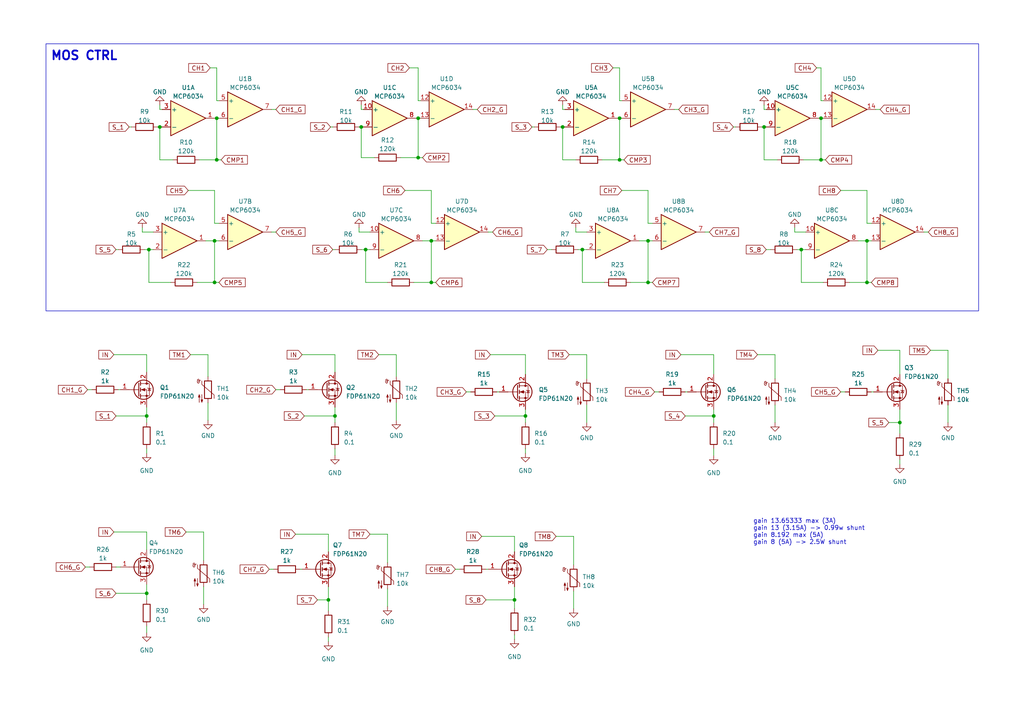
<source format=kicad_sch>
(kicad_sch (version 20230121) (generator eeschema)

  (uuid fe6ff8cc-25f9-4b28-a3fd-31f0125dd12f)

  (paper "A4")

  (lib_symbols
    (symbol "Amplifier_Operational:MCP6004" (pin_names (offset 0.127)) (in_bom yes) (on_board yes)
      (property "Reference" "U" (at 0 5.08 0)
        (effects (font (size 1.27 1.27)) (justify left))
      )
      (property "Value" "MCP6004" (at 0 -5.08 0)
        (effects (font (size 1.27 1.27)) (justify left))
      )
      (property "Footprint" "" (at -1.27 2.54 0)
        (effects (font (size 1.27 1.27)) hide)
      )
      (property "Datasheet" "http://ww1.microchip.com/downloads/en/DeviceDoc/21733j.pdf" (at 1.27 5.08 0)
        (effects (font (size 1.27 1.27)) hide)
      )
      (property "ki_locked" "" (at 0 0 0)
        (effects (font (size 1.27 1.27)))
      )
      (property "ki_keywords" "quad opamp" (at 0 0 0)
        (effects (font (size 1.27 1.27)) hide)
      )
      (property "ki_description" "1MHz, Low-Power Op Amp, DIP-14/SOIC-14/TSSOP-14" (at 0 0 0)
        (effects (font (size 1.27 1.27)) hide)
      )
      (property "ki_fp_filters" "SOIC*3.9x8.7mm*P1.27mm* DIP*W7.62mm* TSSOP*4.4x5mm*P0.65mm* SSOP*5.3x6.2mm*P0.65mm* MSOP*3x3mm*P0.5mm*" (at 0 0 0)
        (effects (font (size 1.27 1.27)) hide)
      )
      (symbol "MCP6004_1_1"
        (polyline
          (pts
            (xy -5.08 5.08)
            (xy 5.08 0)
            (xy -5.08 -5.08)
            (xy -5.08 5.08)
          )
          (stroke (width 0.254) (type default))
          (fill (type background))
        )
        (pin output line (at 7.62 0 180) (length 2.54)
          (name "~" (effects (font (size 1.27 1.27))))
          (number "1" (effects (font (size 1.27 1.27))))
        )
        (pin input line (at -7.62 -2.54 0) (length 2.54)
          (name "-" (effects (font (size 1.27 1.27))))
          (number "2" (effects (font (size 1.27 1.27))))
        )
        (pin input line (at -7.62 2.54 0) (length 2.54)
          (name "+" (effects (font (size 1.27 1.27))))
          (number "3" (effects (font (size 1.27 1.27))))
        )
      )
      (symbol "MCP6004_2_1"
        (polyline
          (pts
            (xy -5.08 5.08)
            (xy 5.08 0)
            (xy -5.08 -5.08)
            (xy -5.08 5.08)
          )
          (stroke (width 0.254) (type default))
          (fill (type background))
        )
        (pin input line (at -7.62 2.54 0) (length 2.54)
          (name "+" (effects (font (size 1.27 1.27))))
          (number "5" (effects (font (size 1.27 1.27))))
        )
        (pin input line (at -7.62 -2.54 0) (length 2.54)
          (name "-" (effects (font (size 1.27 1.27))))
          (number "6" (effects (font (size 1.27 1.27))))
        )
        (pin output line (at 7.62 0 180) (length 2.54)
          (name "~" (effects (font (size 1.27 1.27))))
          (number "7" (effects (font (size 1.27 1.27))))
        )
      )
      (symbol "MCP6004_3_1"
        (polyline
          (pts
            (xy -5.08 5.08)
            (xy 5.08 0)
            (xy -5.08 -5.08)
            (xy -5.08 5.08)
          )
          (stroke (width 0.254) (type default))
          (fill (type background))
        )
        (pin input line (at -7.62 2.54 0) (length 2.54)
          (name "+" (effects (font (size 1.27 1.27))))
          (number "10" (effects (font (size 1.27 1.27))))
        )
        (pin output line (at 7.62 0 180) (length 2.54)
          (name "~" (effects (font (size 1.27 1.27))))
          (number "8" (effects (font (size 1.27 1.27))))
        )
        (pin input line (at -7.62 -2.54 0) (length 2.54)
          (name "-" (effects (font (size 1.27 1.27))))
          (number "9" (effects (font (size 1.27 1.27))))
        )
      )
      (symbol "MCP6004_4_1"
        (polyline
          (pts
            (xy -5.08 5.08)
            (xy 5.08 0)
            (xy -5.08 -5.08)
            (xy -5.08 5.08)
          )
          (stroke (width 0.254) (type default))
          (fill (type background))
        )
        (pin input line (at -7.62 2.54 0) (length 2.54)
          (name "+" (effects (font (size 1.27 1.27))))
          (number "12" (effects (font (size 1.27 1.27))))
        )
        (pin input line (at -7.62 -2.54 0) (length 2.54)
          (name "-" (effects (font (size 1.27 1.27))))
          (number "13" (effects (font (size 1.27 1.27))))
        )
        (pin output line (at 7.62 0 180) (length 2.54)
          (name "~" (effects (font (size 1.27 1.27))))
          (number "14" (effects (font (size 1.27 1.27))))
        )
      )
      (symbol "MCP6004_5_1"
        (pin power_in line (at -2.54 -7.62 90) (length 3.81)
          (name "V-" (effects (font (size 1.27 1.27))))
          (number "11" (effects (font (size 1.27 1.27))))
        )
        (pin power_in line (at -2.54 7.62 270) (length 3.81)
          (name "V+" (effects (font (size 1.27 1.27))))
          (number "4" (effects (font (size 1.27 1.27))))
        )
      )
    )
    (symbol "Device:R" (pin_numbers hide) (pin_names (offset 0)) (in_bom yes) (on_board yes)
      (property "Reference" "R" (at 2.032 0 90)
        (effects (font (size 1.27 1.27)))
      )
      (property "Value" "R" (at 0 0 90)
        (effects (font (size 1.27 1.27)))
      )
      (property "Footprint" "" (at -1.778 0 90)
        (effects (font (size 1.27 1.27)) hide)
      )
      (property "Datasheet" "~" (at 0 0 0)
        (effects (font (size 1.27 1.27)) hide)
      )
      (property "ki_keywords" "R res resistor" (at 0 0 0)
        (effects (font (size 1.27 1.27)) hide)
      )
      (property "ki_description" "Resistor" (at 0 0 0)
        (effects (font (size 1.27 1.27)) hide)
      )
      (property "ki_fp_filters" "R_*" (at 0 0 0)
        (effects (font (size 1.27 1.27)) hide)
      )
      (symbol "R_0_1"
        (rectangle (start -1.016 -2.54) (end 1.016 2.54)
          (stroke (width 0.254) (type default))
          (fill (type none))
        )
      )
      (symbol "R_1_1"
        (pin passive line (at 0 3.81 270) (length 1.27)
          (name "~" (effects (font (size 1.27 1.27))))
          (number "1" (effects (font (size 1.27 1.27))))
        )
        (pin passive line (at 0 -3.81 90) (length 1.27)
          (name "~" (effects (font (size 1.27 1.27))))
          (number "2" (effects (font (size 1.27 1.27))))
        )
      )
    )
    (symbol "Device:Thermistor_NTC" (pin_numbers hide) (pin_names (offset 0)) (in_bom yes) (on_board yes)
      (property "Reference" "TH" (at -4.445 0 90)
        (effects (font (size 1.27 1.27)))
      )
      (property "Value" "Thermistor_NTC" (at 3.175 0 90)
        (effects (font (size 1.27 1.27)))
      )
      (property "Footprint" "" (at 0 1.27 0)
        (effects (font (size 1.27 1.27)) hide)
      )
      (property "Datasheet" "~" (at 0 1.27 0)
        (effects (font (size 1.27 1.27)) hide)
      )
      (property "ki_keywords" "thermistor NTC resistor sensor RTD" (at 0 0 0)
        (effects (font (size 1.27 1.27)) hide)
      )
      (property "ki_description" "Temperature dependent resistor, negative temperature coefficient" (at 0 0 0)
        (effects (font (size 1.27 1.27)) hide)
      )
      (property "ki_fp_filters" "*NTC* *Thermistor* PIN?ARRAY* bornier* *Terminal?Block* R_*" (at 0 0 0)
        (effects (font (size 1.27 1.27)) hide)
      )
      (symbol "Thermistor_NTC_0_1"
        (arc (start -3.048 2.159) (mid -3.0495 2.3143) (end -3.175 2.413)
          (stroke (width 0) (type default))
          (fill (type none))
        )
        (arc (start -3.048 2.159) (mid -2.9736 1.9794) (end -2.794 1.905)
          (stroke (width 0) (type default))
          (fill (type none))
        )
        (arc (start -3.048 2.794) (mid -2.9736 2.6144) (end -2.794 2.54)
          (stroke (width 0) (type default))
          (fill (type none))
        )
        (arc (start -2.794 1.905) (mid -2.6144 1.9794) (end -2.54 2.159)
          (stroke (width 0) (type default))
          (fill (type none))
        )
        (arc (start -2.794 2.54) (mid -2.4393 2.5587) (end -2.159 2.794)
          (stroke (width 0) (type default))
          (fill (type none))
        )
        (arc (start -2.794 3.048) (mid -2.9736 2.9736) (end -3.048 2.794)
          (stroke (width 0) (type default))
          (fill (type none))
        )
        (arc (start -2.54 2.794) (mid -2.6144 2.9736) (end -2.794 3.048)
          (stroke (width 0) (type default))
          (fill (type none))
        )
        (rectangle (start -1.016 2.54) (end 1.016 -2.54)
          (stroke (width 0.254) (type default))
          (fill (type none))
        )
        (polyline
          (pts
            (xy -2.54 2.159)
            (xy -2.54 2.794)
          )
          (stroke (width 0) (type default))
          (fill (type none))
        )
        (polyline
          (pts
            (xy -1.778 2.54)
            (xy -1.778 1.524)
            (xy 1.778 -1.524)
            (xy 1.778 -2.54)
          )
          (stroke (width 0) (type default))
          (fill (type none))
        )
        (polyline
          (pts
            (xy -2.54 -3.683)
            (xy -2.54 -1.397)
            (xy -2.794 -2.159)
            (xy -2.286 -2.159)
            (xy -2.54 -1.397)
            (xy -2.54 -1.651)
          )
          (stroke (width 0) (type default))
          (fill (type outline))
        )
        (polyline
          (pts
            (xy -1.778 -1.397)
            (xy -1.778 -3.683)
            (xy -2.032 -2.921)
            (xy -1.524 -2.921)
            (xy -1.778 -3.683)
            (xy -1.778 -3.429)
          )
          (stroke (width 0) (type default))
          (fill (type outline))
        )
      )
      (symbol "Thermistor_NTC_1_1"
        (pin passive line (at 0 3.81 270) (length 1.27)
          (name "~" (effects (font (size 1.27 1.27))))
          (number "1" (effects (font (size 1.27 1.27))))
        )
        (pin passive line (at 0 -3.81 90) (length 1.27)
          (name "~" (effects (font (size 1.27 1.27))))
          (number "2" (effects (font (size 1.27 1.27))))
        )
      )
    )
    (symbol "Transistor_FET:IRF540N" (pin_names hide) (in_bom yes) (on_board yes)
      (property "Reference" "Q" (at 6.35 1.905 0)
        (effects (font (size 1.27 1.27)) (justify left))
      )
      (property "Value" "IRF540N" (at 6.35 0 0)
        (effects (font (size 1.27 1.27)) (justify left))
      )
      (property "Footprint" "Package_TO_SOT_THT:TO-220-3_Vertical" (at 6.35 -1.905 0)
        (effects (font (size 1.27 1.27) italic) (justify left) hide)
      )
      (property "Datasheet" "http://www.irf.com/product-info/datasheets/data/irf540n.pdf" (at 0 0 0)
        (effects (font (size 1.27 1.27)) (justify left) hide)
      )
      (property "ki_keywords" "HEXFET N-Channel MOSFET" (at 0 0 0)
        (effects (font (size 1.27 1.27)) hide)
      )
      (property "ki_description" "33A Id, 100V Vds, HEXFET N-Channel MOSFET, TO-220" (at 0 0 0)
        (effects (font (size 1.27 1.27)) hide)
      )
      (property "ki_fp_filters" "TO?220*" (at 0 0 0)
        (effects (font (size 1.27 1.27)) hide)
      )
      (symbol "IRF540N_0_1"
        (polyline
          (pts
            (xy 0.254 0)
            (xy -2.54 0)
          )
          (stroke (width 0) (type default))
          (fill (type none))
        )
        (polyline
          (pts
            (xy 0.254 1.905)
            (xy 0.254 -1.905)
          )
          (stroke (width 0.254) (type default))
          (fill (type none))
        )
        (polyline
          (pts
            (xy 0.762 -1.27)
            (xy 0.762 -2.286)
          )
          (stroke (width 0.254) (type default))
          (fill (type none))
        )
        (polyline
          (pts
            (xy 0.762 0.508)
            (xy 0.762 -0.508)
          )
          (stroke (width 0.254) (type default))
          (fill (type none))
        )
        (polyline
          (pts
            (xy 0.762 2.286)
            (xy 0.762 1.27)
          )
          (stroke (width 0.254) (type default))
          (fill (type none))
        )
        (polyline
          (pts
            (xy 2.54 2.54)
            (xy 2.54 1.778)
          )
          (stroke (width 0) (type default))
          (fill (type none))
        )
        (polyline
          (pts
            (xy 2.54 -2.54)
            (xy 2.54 0)
            (xy 0.762 0)
          )
          (stroke (width 0) (type default))
          (fill (type none))
        )
        (polyline
          (pts
            (xy 0.762 -1.778)
            (xy 3.302 -1.778)
            (xy 3.302 1.778)
            (xy 0.762 1.778)
          )
          (stroke (width 0) (type default))
          (fill (type none))
        )
        (polyline
          (pts
            (xy 1.016 0)
            (xy 2.032 0.381)
            (xy 2.032 -0.381)
            (xy 1.016 0)
          )
          (stroke (width 0) (type default))
          (fill (type outline))
        )
        (polyline
          (pts
            (xy 2.794 0.508)
            (xy 2.921 0.381)
            (xy 3.683 0.381)
            (xy 3.81 0.254)
          )
          (stroke (width 0) (type default))
          (fill (type none))
        )
        (polyline
          (pts
            (xy 3.302 0.381)
            (xy 2.921 -0.254)
            (xy 3.683 -0.254)
            (xy 3.302 0.381)
          )
          (stroke (width 0) (type default))
          (fill (type none))
        )
        (circle (center 1.651 0) (radius 2.794)
          (stroke (width 0.254) (type default))
          (fill (type none))
        )
        (circle (center 2.54 -1.778) (radius 0.254)
          (stroke (width 0) (type default))
          (fill (type outline))
        )
        (circle (center 2.54 1.778) (radius 0.254)
          (stroke (width 0) (type default))
          (fill (type outline))
        )
      )
      (symbol "IRF540N_1_1"
        (pin input line (at -5.08 0 0) (length 2.54)
          (name "G" (effects (font (size 1.27 1.27))))
          (number "1" (effects (font (size 1.27 1.27))))
        )
        (pin passive line (at 2.54 5.08 270) (length 2.54)
          (name "D" (effects (font (size 1.27 1.27))))
          (number "2" (effects (font (size 1.27 1.27))))
        )
        (pin passive line (at 2.54 -5.08 90) (length 2.54)
          (name "S" (effects (font (size 1.27 1.27))))
          (number "3" (effects (font (size 1.27 1.27))))
        )
      )
    )
    (symbol "power:GND" (power) (pin_names (offset 0)) (in_bom yes) (on_board yes)
      (property "Reference" "#PWR" (at 0 -6.35 0)
        (effects (font (size 1.27 1.27)) hide)
      )
      (property "Value" "GND" (at 0 -3.81 0)
        (effects (font (size 1.27 1.27)))
      )
      (property "Footprint" "" (at 0 0 0)
        (effects (font (size 1.27 1.27)) hide)
      )
      (property "Datasheet" "" (at 0 0 0)
        (effects (font (size 1.27 1.27)) hide)
      )
      (property "ki_keywords" "global power" (at 0 0 0)
        (effects (font (size 1.27 1.27)) hide)
      )
      (property "ki_description" "Power symbol creates a global label with name \"GND\" , ground" (at 0 0 0)
        (effects (font (size 1.27 1.27)) hide)
      )
      (symbol "GND_0_1"
        (polyline
          (pts
            (xy 0 0)
            (xy 0 -1.27)
            (xy 1.27 -1.27)
            (xy 0 -2.54)
            (xy -1.27 -1.27)
            (xy 0 -1.27)
          )
          (stroke (width 0) (type default))
          (fill (type none))
        )
      )
      (symbol "GND_1_1"
        (pin power_in line (at 0 0 270) (length 0) hide
          (name "GND" (effects (font (size 1.27 1.27))))
          (number "1" (effects (font (size 1.27 1.27))))
        )
      )
    )
  )

  (junction (at 62.23 69.85) (diameter 0) (color 0 0 0 0)
    (uuid 032beda1-bf58-4f45-8a92-d52a834c25fb)
  )
  (junction (at 95.25 173.99) (diameter 0) (color 0 0 0 0)
    (uuid 0ce5a3b5-4182-4f60-9724-d782d8155b8c)
  )
  (junction (at 46.355 36.83) (diameter 0) (color 0 0 0 0)
    (uuid 1692f7cc-e385-4ed5-99e3-036a171e7d1f)
  )
  (junction (at 42.545 172.085) (diameter 0) (color 0 0 0 0)
    (uuid 1af3cf14-37aa-41c9-8f5b-d24c8fcb9175)
  )
  (junction (at 125.095 81.915) (diameter 0) (color 0 0 0 0)
    (uuid 1cb172a4-52bf-4c54-965e-36a07d04e000)
  )
  (junction (at 251.46 81.915) (diameter 0) (color 0 0 0 0)
    (uuid 1e82e2a2-e3e8-4915-ada4-6144bdd78c46)
  )
  (junction (at 121.285 34.29) (diameter 0) (color 0 0 0 0)
    (uuid 22566cae-7dfc-4491-a0d1-df26dcf4084f)
  )
  (junction (at 168.91 72.39) (diameter 0) (color 0 0 0 0)
    (uuid 28757ad7-6518-4c04-820a-16c3399ec457)
  )
  (junction (at 152.4 120.65) (diameter 0) (color 0 0 0 0)
    (uuid 30ca6de1-a641-46b2-89e2-ae16d4f8bc06)
  )
  (junction (at 187.96 69.85) (diameter 0) (color 0 0 0 0)
    (uuid 37037988-5fef-404a-844f-c58feffbfd5d)
  )
  (junction (at 97.155 120.65) (diameter 0) (color 0 0 0 0)
    (uuid 3d148cf8-2c6f-471c-92e0-e9147be2ec52)
  )
  (junction (at 221.615 36.83) (diameter 0) (color 0 0 0 0)
    (uuid 52c1d410-f23b-47d7-beb1-c6b5be13cafb)
  )
  (junction (at 121.285 45.72) (diameter 0) (color 0 0 0 0)
    (uuid 55cfaf56-8551-41e6-8fed-8c0b624e769c)
  )
  (junction (at 43.18 72.39) (diameter 0) (color 0 0 0 0)
    (uuid 5656ef07-ae88-4724-b318-aee6a6256b60)
  )
  (junction (at 163.195 36.83) (diameter 0) (color 0 0 0 0)
    (uuid 5fdef33a-670c-422b-91c9-61cc1002b5a2)
  )
  (junction (at 238.125 46.355) (diameter 0) (color 0 0 0 0)
    (uuid 63dd8970-e69a-46e2-bdcf-4878be2ebfe0)
  )
  (junction (at 260.985 122.555) (diameter 0) (color 0 0 0 0)
    (uuid 686d2df0-24eb-489a-8acc-6a9e246050da)
  )
  (junction (at 125.095 69.85) (diameter 0) (color 0 0 0 0)
    (uuid 69402eaa-fa43-4c4a-bc29-6ccbece0d4fe)
  )
  (junction (at 42.545 120.65) (diameter 0) (color 0 0 0 0)
    (uuid 6e333074-a816-4fca-9d79-f3cf28a8b5e8)
  )
  (junction (at 62.865 34.29) (diameter 0) (color 0 0 0 0)
    (uuid 7c726f7f-81fd-445a-a749-12dcbddb51c4)
  )
  (junction (at 149.225 173.99) (diameter 0) (color 0 0 0 0)
    (uuid 9bb5636c-4cdf-4869-85ac-4688f6b7313f)
  )
  (junction (at 207.01 120.65) (diameter 0) (color 0 0 0 0)
    (uuid 9e656679-4866-46c7-a836-3ba76de1231a)
  )
  (junction (at 62.23 81.915) (diameter 0) (color 0 0 0 0)
    (uuid a226411e-be26-46c8-86d1-63a3fcdba566)
  )
  (junction (at 251.46 69.85) (diameter 0) (color 0 0 0 0)
    (uuid bff7b0b7-4cc3-4fc6-966c-897d5765aef1)
  )
  (junction (at 104.775 36.83) (diameter 0) (color 0 0 0 0)
    (uuid c5c43a99-f88e-4113-a31a-f68012c942bf)
  )
  (junction (at 187.96 81.915) (diameter 0) (color 0 0 0 0)
    (uuid cf5953b3-47dc-4268-9cc1-fe559ad1db88)
  )
  (junction (at 238.125 34.29) (diameter 0) (color 0 0 0 0)
    (uuid d3735610-ad3b-4591-a2ca-76087c57e9e1)
  )
  (junction (at 62.865 46.355) (diameter 0) (color 0 0 0 0)
    (uuid d6200660-e402-4510-b8c6-69015416c956)
  )
  (junction (at 179.705 34.29) (diameter 0) (color 0 0 0 0)
    (uuid e77ae32c-6331-4580-835d-45df14b59eb6)
  )
  (junction (at 179.705 46.355) (diameter 0) (color 0 0 0 0)
    (uuid ebe59f03-b2f6-4800-9899-c57157de7a6d)
  )
  (junction (at 106.045 72.39) (diameter 0) (color 0 0 0 0)
    (uuid f13a386a-dc09-455d-becc-dc8aa18aed24)
  )
  (junction (at 232.41 72.39) (diameter 0) (color 0 0 0 0)
    (uuid f215166d-a909-4215-936b-4aba1bebdacb)
  )

  (wire (pts (xy 185.42 69.85) (xy 187.96 69.85))
    (stroke (width 0) (type default))
    (uuid 000e7465-163a-4e25-b9d2-22d94b62685c)
  )
  (wire (pts (xy 170.18 102.87) (xy 170.18 109.855))
    (stroke (width 0) (type default))
    (uuid 010f1b06-123d-4982-b423-3e60e1704393)
  )
  (wire (pts (xy 117.475 55.245) (xy 125.095 55.245))
    (stroke (width 0) (type default))
    (uuid 028e222a-102d-4cf2-8cec-491bb35f2224)
  )
  (wire (pts (xy 162.56 36.83) (xy 163.195 36.83))
    (stroke (width 0) (type default))
    (uuid 02bacfbb-3b61-44b0-a2d5-a51f4e1e76ba)
  )
  (wire (pts (xy 238.125 19.685) (xy 238.125 29.21))
    (stroke (width 0) (type default))
    (uuid 037e3cd8-762c-4f34-a128-30c39e01b302)
  )
  (wire (pts (xy 97.155 118.11) (xy 97.155 120.65))
    (stroke (width 0) (type default))
    (uuid 04c2a8a5-2c0e-492a-a7bc-068a8fa8c960)
  )
  (wire (pts (xy 44.45 67.31) (xy 41.275 67.31))
    (stroke (width 0) (type default))
    (uuid 04fe2202-9bf8-44a0-9985-9b633b91c6db)
  )
  (wire (pts (xy 204.47 67.31) (xy 205.74 67.31))
    (stroke (width 0) (type default))
    (uuid 0532d10a-754b-4b5f-abda-011abe32bd02)
  )
  (wire (pts (xy 109.855 102.87) (xy 114.935 102.87))
    (stroke (width 0) (type default))
    (uuid 055f6c18-f62d-41fa-964a-36c1fd9524ae)
  )
  (wire (pts (xy 62.865 29.21) (xy 63.5 29.21))
    (stroke (width 0) (type default))
    (uuid 075563df-f5f3-483e-ad33-fac855d737e5)
  )
  (wire (pts (xy 42.545 172.085) (xy 42.545 173.99))
    (stroke (width 0) (type default))
    (uuid 084d9718-b6f9-4721-ba9b-3146abcd360f)
  )
  (wire (pts (xy 152.4 130.175) (xy 152.4 131.445))
    (stroke (width 0) (type default))
    (uuid 09672c06-32bd-4243-ac8c-b2339e709ef6)
  )
  (wire (pts (xy 163.195 31.75) (xy 163.195 30.48))
    (stroke (width 0) (type default))
    (uuid 09b6f367-3b25-4f8e-b369-9790e5229424)
  )
  (wire (pts (xy 187.96 69.85) (xy 187.96 81.915))
    (stroke (width 0) (type default))
    (uuid 0a07d0b5-72b2-40b9-baf2-a96fb40433bd)
  )
  (wire (pts (xy 62.23 34.29) (xy 62.865 34.29))
    (stroke (width 0) (type default))
    (uuid 0ba643d0-c249-45e7-8727-c30d438ed292)
  )
  (wire (pts (xy 237.49 34.29) (xy 238.125 34.29))
    (stroke (width 0) (type default))
    (uuid 0ccc2290-feea-418f-82b6-72704b33d6ce)
  )
  (wire (pts (xy 152.4 118.745) (xy 152.4 120.65))
    (stroke (width 0) (type default))
    (uuid 0d3a42d1-d4f2-46f0-9cfb-4e480b2098b3)
  )
  (wire (pts (xy 189.865 113.665) (xy 191.135 113.665))
    (stroke (width 0) (type default))
    (uuid 0f4f1943-4c25-4b65-a731-1ad873cb9179)
  )
  (wire (pts (xy 125.095 64.77) (xy 126.365 64.77))
    (stroke (width 0) (type default))
    (uuid 100ffe58-7e68-43c3-8a10-506bf44ef77f)
  )
  (wire (pts (xy 219.71 102.87) (xy 224.79 102.87))
    (stroke (width 0) (type default))
    (uuid 102ee432-76ef-4261-ab23-a8eea26a6330)
  )
  (wire (pts (xy 267.97 67.31) (xy 269.24 67.31))
    (stroke (width 0) (type default))
    (uuid 10a6a064-6349-427e-b90f-80e81ec94a70)
  )
  (wire (pts (xy 78.74 31.75) (xy 80.01 31.75))
    (stroke (width 0) (type default))
    (uuid 10d6aaa3-426e-4bc2-8088-9aa0e42a58cc)
  )
  (wire (pts (xy 221.615 46.355) (xy 221.615 36.83))
    (stroke (width 0) (type default))
    (uuid 11337390-3293-49c6-ac1f-1a424bc1e621)
  )
  (wire (pts (xy 105.41 31.75) (xy 104.775 31.75))
    (stroke (width 0) (type default))
    (uuid 113ce902-8a49-43ee-a690-5d7c0abd70ba)
  )
  (wire (pts (xy 114.935 116.84) (xy 114.935 121.92))
    (stroke (width 0) (type default))
    (uuid 11945566-3efb-458a-aead-4f8cbbff61a8)
  )
  (wire (pts (xy 112.395 154.94) (xy 112.395 163.195))
    (stroke (width 0) (type default))
    (uuid 12a3e0f7-dcfd-4b19-9b27-21f24622654a)
  )
  (wire (pts (xy 232.41 72.39) (xy 231.14 72.39))
    (stroke (width 0) (type default))
    (uuid 13d65850-4829-4a4f-81a6-4e73d3ba7344)
  )
  (wire (pts (xy 104.14 67.31) (xy 104.14 66.04))
    (stroke (width 0) (type default))
    (uuid 17953611-b9c9-4937-bf54-523c3cc0669a)
  )
  (wire (pts (xy 141.605 67.31) (xy 142.875 67.31))
    (stroke (width 0) (type default))
    (uuid 17aa12d1-7fa1-4504-8f7d-a1ed19b67a23)
  )
  (wire (pts (xy 238.125 34.29) (xy 238.125 46.355))
    (stroke (width 0) (type default))
    (uuid 17af5e11-d30d-40cd-b674-c31d68a004c8)
  )
  (wire (pts (xy 33.655 164.465) (xy 34.925 164.465))
    (stroke (width 0) (type default))
    (uuid 18bdcb38-c3ae-49b3-889f-f6a3655afe64)
  )
  (wire (pts (xy 187.96 55.245) (xy 187.96 64.77))
    (stroke (width 0) (type default))
    (uuid 18c25d86-cd4d-4fdc-9b4f-a5ca8fa258c2)
  )
  (wire (pts (xy 107.315 154.94) (xy 112.395 154.94))
    (stroke (width 0) (type default))
    (uuid 18d7782d-679c-4c49-a037-6e51eeb46f08)
  )
  (wire (pts (xy 160.02 72.39) (xy 158.75 72.39))
    (stroke (width 0) (type default))
    (uuid 196a4fdd-cda5-42c9-b022-17f2b9a5e6ef)
  )
  (wire (pts (xy 107.315 67.31) (xy 104.14 67.31))
    (stroke (width 0) (type default))
    (uuid 197d7b61-0918-412c-9a84-bfbdad4f1145)
  )
  (wire (pts (xy 59.055 170.18) (xy 59.055 175.26))
    (stroke (width 0) (type default))
    (uuid 19ea77cb-5faf-4cdc-82e3-71a595110ad8)
  )
  (wire (pts (xy 97.155 120.65) (xy 97.155 122.555))
    (stroke (width 0) (type default))
    (uuid 1ead7d23-adb0-40a5-83db-b74c99d20cbb)
  )
  (wire (pts (xy 60.96 19.685) (xy 62.865 19.685))
    (stroke (width 0) (type default))
    (uuid 1faf32b1-cdf9-40f1-9e9b-84f7ef19b075)
  )
  (wire (pts (xy 213.36 36.83) (xy 212.725 36.83))
    (stroke (width 0) (type default))
    (uuid 1fe5be67-4dff-48cf-8186-fc693cd7b7e9)
  )
  (wire (pts (xy 179.705 46.355) (xy 180.975 46.355))
    (stroke (width 0) (type default))
    (uuid 204e95de-b2f3-4a46-b457-dc693f4bb287)
  )
  (wire (pts (xy 96.52 72.39) (xy 97.155 72.39))
    (stroke (width 0) (type default))
    (uuid 204ebde8-75d8-47f4-94cb-3d1deaf04a21)
  )
  (wire (pts (xy 125.095 81.915) (xy 126.365 81.915))
    (stroke (width 0) (type default))
    (uuid 20e29c85-364d-4f4f-8947-8b2128794cd2)
  )
  (wire (pts (xy 79.375 165.1) (xy 78.105 165.1))
    (stroke (width 0) (type default))
    (uuid 248ccfc8-cc13-43ac-b033-78c648b5f8c9)
  )
  (wire (pts (xy 207.01 130.175) (xy 207.01 132.08))
    (stroke (width 0) (type default))
    (uuid 24eac85d-ab46-4cea-85c6-9321ce72cf2f)
  )
  (wire (pts (xy 78.74 67.31) (xy 80.01 67.31))
    (stroke (width 0) (type default))
    (uuid 285b09ba-d788-44d8-9404-2c0a6355402a)
  )
  (wire (pts (xy 232.41 72.39) (xy 233.68 72.39))
    (stroke (width 0) (type default))
    (uuid 2ae49226-8afe-4efd-98aa-9aa74ff0295c)
  )
  (wire (pts (xy 251.46 69.85) (xy 252.73 69.85))
    (stroke (width 0) (type default))
    (uuid 2b7effe6-c5e4-4c95-85f3-24a6a0bb9314)
  )
  (wire (pts (xy 207.01 120.65) (xy 207.01 122.555))
    (stroke (width 0) (type default))
    (uuid 2c51cea0-35ee-440a-810a-8e82937904ed)
  )
  (wire (pts (xy 236.855 19.685) (xy 238.125 19.685))
    (stroke (width 0) (type default))
    (uuid 2da6d170-3528-4597-a8a8-06cf96550bd9)
  )
  (wire (pts (xy 46.355 46.355) (xy 46.355 36.83))
    (stroke (width 0) (type default))
    (uuid 2de619a0-12a6-42ee-aa73-c5a2b64cfbd0)
  )
  (wire (pts (xy 238.125 46.355) (xy 239.395 46.355))
    (stroke (width 0) (type default))
    (uuid 2e8249ee-292b-4f76-9eb6-9a348d274d4f)
  )
  (wire (pts (xy 122.555 69.85) (xy 125.095 69.85))
    (stroke (width 0) (type default))
    (uuid 2f8f3e9d-6579-402d-bbf6-938c4ce13b98)
  )
  (wire (pts (xy 125.095 69.85) (xy 126.365 69.85))
    (stroke (width 0) (type default))
    (uuid 303e0749-f608-4b92-83b8-f2847bcac04e)
  )
  (wire (pts (xy 170.18 117.475) (xy 170.18 122.555))
    (stroke (width 0) (type default))
    (uuid 311ff2f9-3ddd-4d19-838b-0656f588e4b3)
  )
  (wire (pts (xy 257.81 122.555) (xy 260.985 122.555))
    (stroke (width 0) (type default))
    (uuid 3147b24e-5f50-4721-b455-44fd86fef081)
  )
  (wire (pts (xy 114.935 102.87) (xy 114.935 109.22))
    (stroke (width 0) (type default))
    (uuid 317daa5d-ca50-4687-bfe3-ff5e8a58fad6)
  )
  (wire (pts (xy 163.195 36.83) (xy 163.83 36.83))
    (stroke (width 0) (type default))
    (uuid 31ac24ab-26ec-4168-b920-f2eb10fd8164)
  )
  (wire (pts (xy 143.51 120.65) (xy 152.4 120.65))
    (stroke (width 0) (type default))
    (uuid 32825381-6579-4df6-a033-eedacde658c9)
  )
  (wire (pts (xy 62.865 34.29) (xy 62.865 46.355))
    (stroke (width 0) (type default))
    (uuid 32f88537-b34b-4b76-95b0-9a8671c276fc)
  )
  (wire (pts (xy 252.73 113.665) (xy 253.365 113.665))
    (stroke (width 0) (type default))
    (uuid 3311ecd0-70c7-4840-b477-14af60d33cb7)
  )
  (wire (pts (xy 149.225 155.575) (xy 149.225 160.02))
    (stroke (width 0) (type default))
    (uuid 3339112d-dd7e-4edd-9291-789def948e0f)
  )
  (wire (pts (xy 152.4 102.87) (xy 152.4 108.585))
    (stroke (width 0) (type default))
    (uuid 342a983d-3eac-45de-8c91-9f97ce8832be)
  )
  (wire (pts (xy 248.92 69.85) (xy 251.46 69.85))
    (stroke (width 0) (type default))
    (uuid 35de96c4-9a31-4f44-88f5-a359ce43c6b4)
  )
  (wire (pts (xy 81.28 113.03) (xy 80.01 113.03))
    (stroke (width 0) (type default))
    (uuid 378daf11-b6a3-4793-bd73-15fbe05a75cc)
  )
  (wire (pts (xy 167.005 67.31) (xy 167.005 66.04))
    (stroke (width 0) (type default))
    (uuid 38936956-c8ca-4633-80d4-76636b470396)
  )
  (wire (pts (xy 46.355 31.75) (xy 46.355 30.48))
    (stroke (width 0) (type default))
    (uuid 38d0a97d-0994-479f-939d-47bb63ad2ea5)
  )
  (wire (pts (xy 33.655 172.085) (xy 42.545 172.085))
    (stroke (width 0) (type default))
    (uuid 3a5a74a8-2556-4d61-a8e0-c8610b565939)
  )
  (wire (pts (xy 154.94 36.83) (xy 154.305 36.83))
    (stroke (width 0) (type default))
    (uuid 3a64f4dc-869d-422b-83ca-ea29030fbcff)
  )
  (wire (pts (xy 125.095 69.85) (xy 125.095 81.915))
    (stroke (width 0) (type default))
    (uuid 3acafad0-fd70-4ffc-bd89-9652d1a32a70)
  )
  (wire (pts (xy 43.18 72.39) (xy 41.91 72.39))
    (stroke (width 0) (type default))
    (uuid 3b4347b4-3a74-412b-be15-7806cde8637a)
  )
  (wire (pts (xy 42.545 130.175) (xy 42.545 131.445))
    (stroke (width 0) (type default))
    (uuid 3d1c7b27-0496-48ba-8927-a4975572a8b8)
  )
  (wire (pts (xy 161.29 155.575) (xy 166.37 155.575))
    (stroke (width 0) (type default))
    (uuid 3d37cc30-414e-4bc9-8d23-3768f466a224)
  )
  (wire (pts (xy 255.27 31.75) (xy 254 31.75))
    (stroke (width 0) (type default))
    (uuid 4053dc4d-3a62-4e17-8721-c747b74c3a31)
  )
  (wire (pts (xy 62.23 81.915) (xy 63.5 81.915))
    (stroke (width 0) (type default))
    (uuid 4360f7b6-467d-4e6c-ab12-9159e721555b)
  )
  (wire (pts (xy 168.91 72.39) (xy 170.18 72.39))
    (stroke (width 0) (type default))
    (uuid 43aea16d-7da6-417e-86af-faaf1f34c4a0)
  )
  (wire (pts (xy 104.775 72.39) (xy 106.045 72.39))
    (stroke (width 0) (type default))
    (uuid 47200937-17fd-4c67-8e08-bb25974d1ed1)
  )
  (wire (pts (xy 187.96 64.77) (xy 189.23 64.77))
    (stroke (width 0) (type default))
    (uuid 47679cca-afe5-43f7-ab1a-07aa0496741c)
  )
  (wire (pts (xy 254.635 101.6) (xy 260.985 101.6))
    (stroke (width 0) (type default))
    (uuid 494a3f87-7eb8-4752-a124-e68e3d3140b6)
  )
  (wire (pts (xy 104.775 36.83) (xy 105.41 36.83))
    (stroke (width 0) (type default))
    (uuid 49d36ed7-f0af-406e-9d7c-9565e272bb67)
  )
  (wire (pts (xy 137.16 31.75) (xy 138.43 31.75))
    (stroke (width 0) (type default))
    (uuid 4aa978d1-a90b-4672-9ef5-332069eb9fe8)
  )
  (wire (pts (xy 42.545 181.61) (xy 42.545 183.515))
    (stroke (width 0) (type default))
    (uuid 4b9ec9a1-7384-4c79-bcb3-4f754bc287d6)
  )
  (wire (pts (xy 207.01 118.745) (xy 207.01 120.65))
    (stroke (width 0) (type default))
    (uuid 4bdbab3b-245d-41ec-aa77-2bdb17e171d3)
  )
  (wire (pts (xy 62.865 46.355) (xy 57.785 46.355))
    (stroke (width 0) (type default))
    (uuid 4e9a112a-531c-4ce5-afb7-a0682db2d1bb)
  )
  (wire (pts (xy 33.02 154.305) (xy 42.545 154.305))
    (stroke (width 0) (type default))
    (uuid 4f4876c4-c418-4b2a-bcea-174fc86ce6aa)
  )
  (wire (pts (xy 112.395 81.915) (xy 106.045 81.915))
    (stroke (width 0) (type default))
    (uuid 52a1745b-da2c-4a45-ab30-66fd788a0621)
  )
  (wire (pts (xy 144.145 113.665) (xy 144.78 113.665))
    (stroke (width 0) (type default))
    (uuid 52a2159c-a529-4440-a112-d2bb1023bebc)
  )
  (wire (pts (xy 43.18 81.915) (xy 43.18 72.39))
    (stroke (width 0) (type default))
    (uuid 5552b24e-9e21-4fcf-88d2-b7e6db99f21c)
  )
  (wire (pts (xy 88.9 113.03) (xy 89.535 113.03))
    (stroke (width 0) (type default))
    (uuid 5762cda1-d111-4e2c-8b37-07d18368d511)
  )
  (wire (pts (xy 125.095 81.915) (xy 120.015 81.915))
    (stroke (width 0) (type default))
    (uuid 5764845c-3a4e-4d71-bfc4-65072182c238)
  )
  (wire (pts (xy 33.02 102.87) (xy 42.545 102.87))
    (stroke (width 0) (type default))
    (uuid 58da241e-671d-43f6-a774-6bb3c565747f)
  )
  (wire (pts (xy 274.955 101.6) (xy 274.955 109.855))
    (stroke (width 0) (type default))
    (uuid 595311c3-3e10-4884-a9d5-13b034a4a2bf)
  )
  (wire (pts (xy 112.395 170.815) (xy 112.395 175.895))
    (stroke (width 0) (type default))
    (uuid 596a3430-b80e-4035-be57-33e1773a15e9)
  )
  (wire (pts (xy 168.91 72.39) (xy 167.64 72.39))
    (stroke (width 0) (type default))
    (uuid 5a949b67-d6d4-46cb-bf60-b599cd094d17)
  )
  (wire (pts (xy 221.615 31.75) (xy 221.615 30.48))
    (stroke (width 0) (type default))
    (uuid 5b4b7d16-7b0d-476d-bcbf-5beec2d46cd2)
  )
  (wire (pts (xy 34.29 72.39) (xy 33.655 72.39))
    (stroke (width 0) (type default))
    (uuid 5bfd62d3-141e-429f-89ab-16499b2e911a)
  )
  (wire (pts (xy 55.245 102.87) (xy 60.325 102.87))
    (stroke (width 0) (type default))
    (uuid 5cbf7907-e8eb-4508-bddc-e60cf12049ce)
  )
  (wire (pts (xy 60.325 102.87) (xy 60.325 109.22))
    (stroke (width 0) (type default))
    (uuid 5eaf7e7b-1888-4fec-b25e-323fd07a6720)
  )
  (wire (pts (xy 269.875 101.6) (xy 274.955 101.6))
    (stroke (width 0) (type default))
    (uuid 5edb12c8-390b-478b-be80-c2fe780d5051)
  )
  (wire (pts (xy 38.1 36.83) (xy 37.465 36.83))
    (stroke (width 0) (type default))
    (uuid 5f457494-4328-49d4-97c8-1996b9f3aa0f)
  )
  (wire (pts (xy 59.69 69.85) (xy 62.23 69.85))
    (stroke (width 0) (type default))
    (uuid 5fd80f45-bea3-4747-a323-e43a515095ec)
  )
  (wire (pts (xy 43.18 72.39) (xy 44.45 72.39))
    (stroke (width 0) (type default))
    (uuid 659f187a-5d2c-45e3-b362-67e75397196e)
  )
  (wire (pts (xy 120.65 34.29) (xy 121.285 34.29))
    (stroke (width 0) (type default))
    (uuid 67dc2454-416e-439c-b91d-1a44bb23f708)
  )
  (wire (pts (xy 121.285 34.29) (xy 121.285 45.72))
    (stroke (width 0) (type default))
    (uuid 68011f06-1993-4396-a25e-d30108cef0e2)
  )
  (wire (pts (xy 224.79 117.475) (xy 224.79 122.555))
    (stroke (width 0) (type default))
    (uuid 69dd903e-8d5e-4a96-8a8c-58fc347a4dd4)
  )
  (wire (pts (xy 140.97 165.1) (xy 141.605 165.1))
    (stroke (width 0) (type default))
    (uuid 6af4de61-eb12-4d7d-85ca-13d798e22f3b)
  )
  (wire (pts (xy 170.18 67.31) (xy 167.005 67.31))
    (stroke (width 0) (type default))
    (uuid 6cd05b97-033c-4792-aab5-683864a12537)
  )
  (wire (pts (xy 163.83 31.75) (xy 163.195 31.75))
    (stroke (width 0) (type default))
    (uuid 73768b9e-7956-49f2-b851-fb60cc3f66e0)
  )
  (wire (pts (xy 140.97 173.99) (xy 149.225 173.99))
    (stroke (width 0) (type default))
    (uuid 73866e9e-f250-40ba-b18c-8c81ba49ca37)
  )
  (wire (pts (xy 179.705 29.21) (xy 180.34 29.21))
    (stroke (width 0) (type default))
    (uuid 73abb118-ac4b-48d6-8955-54ac1d20de61)
  )
  (wire (pts (xy 243.84 55.245) (xy 251.46 55.245))
    (stroke (width 0) (type default))
    (uuid 75d22f52-f9e4-4cc1-8647-63ce09ee9ba7)
  )
  (wire (pts (xy 187.96 81.915) (xy 182.88 81.915))
    (stroke (width 0) (type default))
    (uuid 75d9544a-f197-434d-98ac-59275cd3b0d1)
  )
  (wire (pts (xy 251.46 69.85) (xy 251.46 81.915))
    (stroke (width 0) (type default))
    (uuid 75e4e5a4-1b6c-43ed-8e59-10f1b4e1da12)
  )
  (wire (pts (xy 104.14 36.83) (xy 104.775 36.83))
    (stroke (width 0) (type default))
    (uuid 75eb79e5-067b-4541-b3d8-954ab6dd1198)
  )
  (wire (pts (xy 121.285 19.685) (xy 121.285 29.21))
    (stroke (width 0) (type default))
    (uuid 76cedab5-2e88-49cf-8048-df0cabf4f1b0)
  )
  (wire (pts (xy 251.46 81.915) (xy 246.38 81.915))
    (stroke (width 0) (type default))
    (uuid 78b3ffe1-8892-4bc3-b4d2-96bf0d15993f)
  )
  (wire (pts (xy 260.985 122.555) (xy 260.985 125.73))
    (stroke (width 0) (type default))
    (uuid 7913a930-72c2-4415-b690-2d4b8bed8a65)
  )
  (wire (pts (xy 45.72 36.83) (xy 46.355 36.83))
    (stroke (width 0) (type default))
    (uuid 7c6958e4-c106-4d6b-a4e8-f1d927b65dc4)
  )
  (wire (pts (xy 152.4 120.65) (xy 152.4 122.555))
    (stroke (width 0) (type default))
    (uuid 7f11da07-7298-4e6c-9e66-fb93b3a4e504)
  )
  (wire (pts (xy 95.25 154.94) (xy 95.25 160.02))
    (stroke (width 0) (type default))
    (uuid 7fad31c0-5c05-41e5-9549-1dea827ac5d9)
  )
  (wire (pts (xy 62.23 64.77) (xy 63.5 64.77))
    (stroke (width 0) (type default))
    (uuid 7fd6ddc1-8137-4b59-a115-84ad4b5137a5)
  )
  (wire (pts (xy 33.655 120.65) (xy 42.545 120.65))
    (stroke (width 0) (type default))
    (uuid 83439d50-5fcd-45cc-a334-1c539f2d8dce)
  )
  (wire (pts (xy 260.985 101.6) (xy 260.985 108.585))
    (stroke (width 0) (type default))
    (uuid 83be50c4-d09a-45b3-829d-89bacbbe2e4a)
  )
  (wire (pts (xy 97.155 102.87) (xy 97.155 107.95))
    (stroke (width 0) (type default))
    (uuid 83f11b7d-43e5-459a-b6cd-d134c768f17e)
  )
  (wire (pts (xy 221.615 36.83) (xy 222.25 36.83))
    (stroke (width 0) (type default))
    (uuid 85b24740-4d8d-45e4-ae42-29b66559adba)
  )
  (wire (pts (xy 62.865 19.685) (xy 62.865 29.21))
    (stroke (width 0) (type default))
    (uuid 8730cb52-b39a-4c1a-9d01-03b029032b12)
  )
  (wire (pts (xy 187.96 81.915) (xy 189.23 81.915))
    (stroke (width 0) (type default))
    (uuid 874bb917-ef9f-4c85-8253-52071627f868)
  )
  (wire (pts (xy 41.275 67.31) (xy 41.275 66.04))
    (stroke (width 0) (type default))
    (uuid 87c07723-0015-4752-9f93-60432be6d6d1)
  )
  (wire (pts (xy 222.25 31.75) (xy 221.615 31.75))
    (stroke (width 0) (type default))
    (uuid 8b477343-ff26-4894-a29a-3c4c9a05eb39)
  )
  (wire (pts (xy 125.095 55.245) (xy 125.095 64.77))
    (stroke (width 0) (type default))
    (uuid 8cb79e9b-2f9e-4b2c-9ffe-c4aa084c1565)
  )
  (wire (pts (xy 62.23 55.245) (xy 62.23 64.77))
    (stroke (width 0) (type default))
    (uuid 9065e4e7-e5cc-42f6-bfcb-1451108a50ee)
  )
  (wire (pts (xy 86.995 165.1) (xy 87.63 165.1))
    (stroke (width 0) (type default))
    (uuid 90ea0677-d63e-44ef-ad26-75e2d697c117)
  )
  (wire (pts (xy 42.545 102.87) (xy 42.545 107.95))
    (stroke (width 0) (type default))
    (uuid 91c6c78c-a641-4d7d-a359-7235b0c434d1)
  )
  (wire (pts (xy 149.225 184.15) (xy 149.225 185.42))
    (stroke (width 0) (type default))
    (uuid 928e3b58-9d7a-4718-959a-d76dd607c0e0)
  )
  (wire (pts (xy 97.155 130.175) (xy 97.155 132.08))
    (stroke (width 0) (type default))
    (uuid 95036a1f-8fc8-4b13-8cc1-3cbe1795f7ca)
  )
  (wire (pts (xy 62.865 34.29) (xy 63.5 34.29))
    (stroke (width 0) (type default))
    (uuid 953b1135-5332-470c-a8b8-1c073801cbbf)
  )
  (wire (pts (xy 133.35 165.1) (xy 132.08 165.1))
    (stroke (width 0) (type default))
    (uuid 964a283f-74ff-4eb8-848f-a7a4ede79781)
  )
  (wire (pts (xy 179.07 34.29) (xy 179.705 34.29))
    (stroke (width 0) (type default))
    (uuid 9a55aecb-4dec-4705-9b8b-eb664a2b95ac)
  )
  (wire (pts (xy 197.485 102.87) (xy 207.01 102.87))
    (stroke (width 0) (type default))
    (uuid 9e0f31b1-0b62-4d3d-8629-0a40d080417b)
  )
  (wire (pts (xy 49.53 81.915) (xy 43.18 81.915))
    (stroke (width 0) (type default))
    (uuid 9e1e918a-b209-4c27-ae3c-850ee7a5e6e3)
  )
  (wire (pts (xy 62.865 46.355) (xy 64.135 46.355))
    (stroke (width 0) (type default))
    (uuid 9ecac4cc-c448-46b1-b9b0-73ab556fe17b)
  )
  (wire (pts (xy 274.955 117.475) (xy 274.955 122.555))
    (stroke (width 0) (type default))
    (uuid a14a384e-35b4-407a-bd2c-fdf7d63aaca7)
  )
  (wire (pts (xy 230.505 67.31) (xy 230.505 66.04))
    (stroke (width 0) (type default))
    (uuid a1b9eab0-db5c-485f-a4cc-e4aee2b0323d)
  )
  (wire (pts (xy 62.23 69.85) (xy 63.5 69.85))
    (stroke (width 0) (type default))
    (uuid a1ff9a15-15b1-483e-8daa-b9e18edc198c)
  )
  (wire (pts (xy 167.005 46.355) (xy 163.195 46.355))
    (stroke (width 0) (type default))
    (uuid a2e53dc6-c53b-46b2-8e3b-1518aab4d3f0)
  )
  (wire (pts (xy 180.34 55.245) (xy 187.96 55.245))
    (stroke (width 0) (type default))
    (uuid a395e779-a19e-4712-9756-e634592d87b9)
  )
  (wire (pts (xy 187.96 69.85) (xy 189.23 69.85))
    (stroke (width 0) (type default))
    (uuid a397584e-5afc-4b89-a037-e89167ac7d59)
  )
  (wire (pts (xy 46.99 31.75) (xy 46.355 31.75))
    (stroke (width 0) (type default))
    (uuid a506f5d8-5943-40e6-acb2-2d7cbade840f)
  )
  (wire (pts (xy 104.775 45.72) (xy 104.775 36.83))
    (stroke (width 0) (type default))
    (uuid a5477c4d-909b-4b7d-83b5-7f989a1d36ca)
  )
  (wire (pts (xy 198.755 113.665) (xy 199.39 113.665))
    (stroke (width 0) (type default))
    (uuid a5f2cce8-2037-4f40-8550-fa56d48dcacd)
  )
  (wire (pts (xy 95.25 173.99) (xy 95.25 177.165))
    (stroke (width 0) (type default))
    (uuid aa8e53e7-3868-492a-bfeb-ac1ef7750197)
  )
  (wire (pts (xy 175.26 81.915) (xy 168.91 81.915))
    (stroke (width 0) (type default))
    (uuid adbb59a6-1ba4-4222-b8d2-d5256d7dca4b)
  )
  (wire (pts (xy 42.545 169.545) (xy 42.545 172.085))
    (stroke (width 0) (type default))
    (uuid ae72888f-cbd6-456c-80fc-9001c0462f32)
  )
  (wire (pts (xy 196.85 31.75) (xy 195.58 31.75))
    (stroke (width 0) (type default))
    (uuid af8b8a14-eecc-4dbe-8c2f-521b9aae3810)
  )
  (wire (pts (xy 224.79 102.87) (xy 224.79 109.855))
    (stroke (width 0) (type default))
    (uuid afd1cb06-7a4b-4c2b-8562-f5f72e4de571)
  )
  (wire (pts (xy 118.745 19.685) (xy 121.285 19.685))
    (stroke (width 0) (type default))
    (uuid b07a4ab2-af44-4c2a-a305-fbcd6e187c8e)
  )
  (wire (pts (xy 238.76 81.915) (xy 232.41 81.915))
    (stroke (width 0) (type default))
    (uuid b07f2ae3-bdf0-48c7-be18-d997d85d06e3)
  )
  (wire (pts (xy 106.045 72.39) (xy 107.315 72.39))
    (stroke (width 0) (type default))
    (uuid b50f2ed2-ab7e-4375-897e-839032f60dfa)
  )
  (wire (pts (xy 121.285 29.21) (xy 121.92 29.21))
    (stroke (width 0) (type default))
    (uuid b58cef20-e1e0-4747-9d74-0e719ebe3aa2)
  )
  (wire (pts (xy 245.11 113.665) (xy 243.84 113.665))
    (stroke (width 0) (type default))
    (uuid b5ac9267-191c-44c0-beca-d74f611f0539)
  )
  (wire (pts (xy 207.01 102.87) (xy 207.01 108.585))
    (stroke (width 0) (type default))
    (uuid b7376f79-0515-4f03-91a6-c8ce50ae7069)
  )
  (wire (pts (xy 223.52 72.39) (xy 222.25 72.39))
    (stroke (width 0) (type default))
    (uuid b8e9bfd4-e6a3-4b56-ab7c-b3196fc17879)
  )
  (wire (pts (xy 59.055 154.305) (xy 59.055 162.56))
    (stroke (width 0) (type default))
    (uuid b9886298-8353-44fa-ac1d-3ea3e84f82fe)
  )
  (wire (pts (xy 198.755 120.65) (xy 207.01 120.65))
    (stroke (width 0) (type default))
    (uuid b9dc7731-bd33-4c8c-8972-f844f8dec6aa)
  )
  (wire (pts (xy 149.225 170.18) (xy 149.225 173.99))
    (stroke (width 0) (type default))
    (uuid bb621b95-ac80-438f-859f-73482604bb7c)
  )
  (wire (pts (xy 108.585 45.72) (xy 104.775 45.72))
    (stroke (width 0) (type default))
    (uuid bbd6710c-ff35-40eb-aa07-f5af391b6617)
  )
  (wire (pts (xy 95.25 184.785) (xy 95.25 186.055))
    (stroke (width 0) (type default))
    (uuid bdb69707-c829-42cf-8b6d-721a8b311966)
  )
  (wire (pts (xy 92.075 173.99) (xy 95.25 173.99))
    (stroke (width 0) (type default))
    (uuid bf1d7304-2701-4ced-b9c0-c6721c11fae6)
  )
  (wire (pts (xy 233.68 67.31) (xy 230.505 67.31))
    (stroke (width 0) (type default))
    (uuid c099e602-3892-4a64-8047-b05713deaa4f)
  )
  (wire (pts (xy 142.24 102.87) (xy 152.4 102.87))
    (stroke (width 0) (type default))
    (uuid c0fa4157-4e2b-4b19-8cf2-218e6ef6899a)
  )
  (wire (pts (xy 62.23 81.915) (xy 57.15 81.915))
    (stroke (width 0) (type default))
    (uuid c1149dac-29ea-405e-bbbb-addd3590e398)
  )
  (wire (pts (xy 42.545 120.65) (xy 42.545 122.555))
    (stroke (width 0) (type default))
    (uuid c4cfc3da-a02f-4891-b2bb-c1b5cf5fca98)
  )
  (wire (pts (xy 46.355 36.83) (xy 46.99 36.83))
    (stroke (width 0) (type default))
    (uuid c61f7d50-401d-4db8-a65e-c3f23094746e)
  )
  (wire (pts (xy 139.7 155.575) (xy 149.225 155.575))
    (stroke (width 0) (type default))
    (uuid c96bf255-b7b8-4b6e-8beb-d0d4b3445bd7)
  )
  (wire (pts (xy 26.67 113.03) (xy 25.4 113.03))
    (stroke (width 0) (type default))
    (uuid cf59efd7-7bc6-44f2-afef-0cdcf0cf264c)
  )
  (wire (pts (xy 95.885 36.83) (xy 96.52 36.83))
    (stroke (width 0) (type default))
    (uuid d12ce4e0-9a04-43ae-a6c6-a5424e31b7dd)
  )
  (wire (pts (xy 238.125 29.21) (xy 238.76 29.21))
    (stroke (width 0) (type default))
    (uuid d20b32bb-0289-4316-9be2-7330d9650c7a)
  )
  (wire (pts (xy 121.285 45.72) (xy 116.205 45.72))
    (stroke (width 0) (type default))
    (uuid d2478233-e75e-4802-88c7-4fc3366a6c8d)
  )
  (wire (pts (xy 34.29 113.03) (xy 34.925 113.03))
    (stroke (width 0) (type default))
    (uuid d307c839-6c96-4a67-b0dd-ffa4e54a093a)
  )
  (wire (pts (xy 149.225 173.99) (xy 149.225 176.53))
    (stroke (width 0) (type default))
    (uuid d31e3b05-9ae0-448f-89d4-59dea39909e3)
  )
  (wire (pts (xy 26.035 164.465) (xy 24.765 164.465))
    (stroke (width 0) (type default))
    (uuid d55887aa-41b2-4552-baf2-0a39de51289a)
  )
  (wire (pts (xy 166.37 171.45) (xy 166.37 176.53))
    (stroke (width 0) (type default))
    (uuid d8310820-899a-4480-bd17-619aca724ba4)
  )
  (wire (pts (xy 42.545 154.305) (xy 42.545 159.385))
    (stroke (width 0) (type default))
    (uuid d83b93bf-e5fd-4a08-8397-26a984011d23)
  )
  (wire (pts (xy 260.985 118.745) (xy 260.985 122.555))
    (stroke (width 0) (type default))
    (uuid d851b46b-3542-45f8-a802-ba1269b944ca)
  )
  (wire (pts (xy 177.8 19.685) (xy 179.705 19.685))
    (stroke (width 0) (type default))
    (uuid dbaaff95-68e8-44b8-9ec1-29cc60af9888)
  )
  (wire (pts (xy 121.285 34.29) (xy 121.92 34.29))
    (stroke (width 0) (type default))
    (uuid dbee5bee-f8cf-4f88-95bd-7648e5a737e3)
  )
  (wire (pts (xy 104.775 31.75) (xy 104.775 30.48))
    (stroke (width 0) (type default))
    (uuid dc6e45ef-580a-4e14-9fad-f21769afe69f)
  )
  (wire (pts (xy 179.705 34.29) (xy 180.34 34.29))
    (stroke (width 0) (type default))
    (uuid dca5d953-d521-49d2-abe1-39a74dfc7cbb)
  )
  (wire (pts (xy 179.705 46.355) (xy 174.625 46.355))
    (stroke (width 0) (type default))
    (uuid de8eaf48-c828-43f0-9085-554ec57e9d14)
  )
  (wire (pts (xy 238.125 34.29) (xy 238.76 34.29))
    (stroke (width 0) (type default))
    (uuid e1ef9ccd-a26a-4231-8116-41b0c37347d7)
  )
  (wire (pts (xy 251.46 81.915) (xy 252.73 81.915))
    (stroke (width 0) (type default))
    (uuid e2102e19-c9ca-471f-a938-828d6f41e898)
  )
  (wire (pts (xy 238.125 46.355) (xy 233.045 46.355))
    (stroke (width 0) (type default))
    (uuid e30807e5-3068-47c2-a087-5e4defdb9bc9)
  )
  (wire (pts (xy 135.255 113.665) (xy 136.525 113.665))
    (stroke (width 0) (type default))
    (uuid e34bd7d1-ec31-45a3-a81d-01c6c5997f2c)
  )
  (wire (pts (xy 179.705 19.685) (xy 179.705 29.21))
    (stroke (width 0) (type default))
    (uuid e438c0cf-b617-4359-9d8e-3ef1dcfb8300)
  )
  (wire (pts (xy 50.165 46.355) (xy 46.355 46.355))
    (stroke (width 0) (type default))
    (uuid e749c608-a651-45f6-9fa3-43e773bf25d0)
  )
  (wire (pts (xy 53.975 154.305) (xy 59.055 154.305))
    (stroke (width 0) (type default))
    (uuid e7887d89-cbcd-4862-ad97-77ba79d85ef5)
  )
  (wire (pts (xy 60.325 116.84) (xy 60.325 121.92))
    (stroke (width 0) (type default))
    (uuid e8d83bfb-dfa9-4bfd-997a-71f4a403219a)
  )
  (wire (pts (xy 42.545 118.11) (xy 42.545 120.65))
    (stroke (width 0) (type default))
    (uuid ea6abdef-8bd9-4f16-bff4-1e1501b911ba)
  )
  (wire (pts (xy 166.37 155.575) (xy 166.37 163.83))
    (stroke (width 0) (type default))
    (uuid ecbde55e-d61c-407e-86de-ccfd2a68bbd0)
  )
  (wire (pts (xy 225.425 46.355) (xy 221.615 46.355))
    (stroke (width 0) (type default))
    (uuid ece471c7-c451-49dd-b60c-9b765480a9fe)
  )
  (wire (pts (xy 54.61 55.245) (xy 62.23 55.245))
    (stroke (width 0) (type default))
    (uuid ed493381-94f2-48be-8493-ee355817a05e)
  )
  (wire (pts (xy 232.41 81.915) (xy 232.41 72.39))
    (stroke (width 0) (type default))
    (uuid eda63e84-1d3d-480d-9b17-2c0124462131)
  )
  (wire (pts (xy 251.46 64.77) (xy 252.73 64.77))
    (stroke (width 0) (type default))
    (uuid ee018459-8925-41ba-a551-a164660520ca)
  )
  (wire (pts (xy 121.285 45.72) (xy 122.555 45.72))
    (stroke (width 0) (type default))
    (uuid ee888715-d570-428b-bc8d-ea981423780e)
  )
  (wire (pts (xy 260.985 133.35) (xy 260.985 134.62))
    (stroke (width 0) (type default))
    (uuid ee8ed115-f3f7-40d7-ac21-79483fc4b28b)
  )
  (wire (pts (xy 88.265 120.65) (xy 97.155 120.65))
    (stroke (width 0) (type default))
    (uuid f0f733e4-dfe5-4083-9077-3934e3595d81)
  )
  (wire (pts (xy 106.045 81.915) (xy 106.045 72.39))
    (stroke (width 0) (type default))
    (uuid f15eae15-552d-4792-a12e-64eec88b41d2)
  )
  (wire (pts (xy 179.705 34.29) (xy 179.705 46.355))
    (stroke (width 0) (type default))
    (uuid f420f4ac-a86d-4489-a65d-14ce16021a88)
  )
  (wire (pts (xy 163.195 46.355) (xy 163.195 36.83))
    (stroke (width 0) (type default))
    (uuid f43bf4e4-b770-4b2f-be99-654c4c8509b9)
  )
  (wire (pts (xy 251.46 55.245) (xy 251.46 64.77))
    (stroke (width 0) (type default))
    (uuid f53c868e-54db-4591-9c62-4098a4c42775)
  )
  (wire (pts (xy 95.25 170.18) (xy 95.25 173.99))
    (stroke (width 0) (type default))
    (uuid f58c8d18-cae9-469e-8d68-a2c96ea3b497)
  )
  (wire (pts (xy 220.98 36.83) (xy 221.615 36.83))
    (stroke (width 0) (type default))
    (uuid f63c7f1a-8130-4d48-8786-bd3955f9993c)
  )
  (wire (pts (xy 87.63 102.87) (xy 97.155 102.87))
    (stroke (width 0) (type default))
    (uuid f746308a-c7a1-4f33-ba77-f580bf4dfb26)
  )
  (wire (pts (xy 62.23 69.85) (xy 62.23 81.915))
    (stroke (width 0) (type default))
    (uuid f89eed8a-59f7-4dd9-9fff-2481802653d3)
  )
  (wire (pts (xy 165.1 102.87) (xy 170.18 102.87))
    (stroke (width 0) (type default))
    (uuid fa29efe3-28be-44d0-a509-b818df61a274)
  )
  (wire (pts (xy 168.91 81.915) (xy 168.91 72.39))
    (stroke (width 0) (type default))
    (uuid fbaf4676-d7e4-47d5-9cda-ca31faf63d60)
  )
  (wire (pts (xy 85.725 154.94) (xy 95.25 154.94))
    (stroke (width 0) (type default))
    (uuid fe518f63-63ef-459f-96d9-d2234cc92e1b)
  )

  (rectangle (start 13.335 12.7) (end 283.845 90.17)
    (stroke (width 0) (type default))
    (fill (type none))
    (uuid c12fab93-ca33-4bcc-b15a-adc35230e79a)
  )

  (text "MOS CTRL" (at 14.605 17.78 0)
    (effects (font (size 2.54 2.54) bold) (justify left bottom))
    (uuid 0138c9ff-faef-4e00-93e1-8c582bd5cfe9)
  )
  (text "gain 13.65333 max (3A)\ngain 13 (3.15A) -> 0.99w shunt\ngain 8.192 max (5A)\ngain 8 (5A) -> 2.5W shunt"
    (at 218.44 158.115 0)
    (effects (font (size 1.27 1.27)) (justify left bottom))
    (uuid 0d4dbf3d-df49-4ae2-9053-d931dd06481b)
  )

  (global_label "S_3" (shape input) (at 143.51 120.65 180) (fields_autoplaced)
    (effects (font (size 1.27 1.27)) (justify right))
    (uuid 011756ae-e43a-427a-bb5b-372dc8268082)
    (property "Intersheetrefs" "${INTERSHEET_REFS}" (at 137.2176 120.65 0)
      (effects (font (size 1.27 1.27)) (justify right) hide)
    )
  )
  (global_label "TM1" (shape input) (at 55.245 102.87 180) (fields_autoplaced)
    (effects (font (size 1.27 1.27)) (justify right))
    (uuid 026cf767-0360-4eb3-a740-a9ab73e158f0)
    (property "Intersheetrefs" "${INTERSHEET_REFS}" (at 48.7107 102.87 0)
      (effects (font (size 1.27 1.27)) (justify right) hide)
    )
  )
  (global_label "CH1" (shape input) (at 60.96 19.685 180) (fields_autoplaced)
    (effects (font (size 1.27 1.27)) (justify right))
    (uuid 0320a3da-f07b-42b4-969f-49f28c4f7054)
    (property "Intersheetrefs" "${INTERSHEET_REFS}" (at 54.2442 19.685 0)
      (effects (font (size 1.27 1.27)) (justify right) hide)
    )
  )
  (global_label "S_3" (shape input) (at 154.305 36.83 180) (fields_autoplaced)
    (effects (font (size 1.27 1.27)) (justify right))
    (uuid 05689d9f-5dd9-4108-a1f2-78fd50a96a60)
    (property "Intersheetrefs" "${INTERSHEET_REFS}" (at 148.0126 36.83 0)
      (effects (font (size 1.27 1.27)) (justify right) hide)
    )
  )
  (global_label "CH1_G" (shape input) (at 80.01 31.75 0) (fields_autoplaced)
    (effects (font (size 1.27 1.27)) (justify left))
    (uuid 0cf542cb-9b05-4a43-b39b-0a4ea0c0c33d)
    (property "Intersheetrefs" "${INTERSHEET_REFS}" (at 88.9634 31.75 0)
      (effects (font (size 1.27 1.27)) (justify left) hide)
    )
  )
  (global_label "S_7" (shape input) (at 158.75 72.39 180) (fields_autoplaced)
    (effects (font (size 1.27 1.27)) (justify right))
    (uuid 0d61aec4-5fa3-4db9-ba5f-8e1a51d5db90)
    (property "Intersheetrefs" "${INTERSHEET_REFS}" (at 152.4576 72.39 0)
      (effects (font (size 1.27 1.27)) (justify right) hide)
    )
  )
  (global_label "S_4" (shape input) (at 198.755 120.65 180) (fields_autoplaced)
    (effects (font (size 1.27 1.27)) (justify right))
    (uuid 0ecd9858-9969-4da2-ae91-af9bd238d946)
    (property "Intersheetrefs" "${INTERSHEET_REFS}" (at 192.4626 120.65 0)
      (effects (font (size 1.27 1.27)) (justify right) hide)
    )
  )
  (global_label "IN" (shape input) (at 85.725 154.94 180) (fields_autoplaced)
    (effects (font (size 1.27 1.27)) (justify right))
    (uuid 1078f82c-5e45-4116-b403-31a01e99cb3b)
    (property "Intersheetrefs" "${INTERSHEET_REFS}" (at 80.8839 154.94 0)
      (effects (font (size 1.27 1.27)) (justify right) hide)
    )
  )
  (global_label "CH6_G" (shape input) (at 24.765 164.465 180) (fields_autoplaced)
    (effects (font (size 1.27 1.27)) (justify right))
    (uuid 10d2b65f-49d8-4230-bc6b-44351d79ed7e)
    (property "Intersheetrefs" "${INTERSHEET_REFS}" (at 15.8116 164.465 0)
      (effects (font (size 1.27 1.27)) (justify right) hide)
    )
  )
  (global_label "S_5" (shape input) (at 257.81 122.555 180) (fields_autoplaced)
    (effects (font (size 1.27 1.27)) (justify right))
    (uuid 12d678e6-bd08-4417-82d2-34dc2103d414)
    (property "Intersheetrefs" "${INTERSHEET_REFS}" (at 251.5176 122.555 0)
      (effects (font (size 1.27 1.27)) (justify right) hide)
    )
  )
  (global_label "CH5" (shape input) (at 54.61 55.245 180) (fields_autoplaced)
    (effects (font (size 1.27 1.27)) (justify right))
    (uuid 1789176c-17ab-41a8-8ab2-d475dd1d46c6)
    (property "Intersheetrefs" "${INTERSHEET_REFS}" (at 47.8942 55.245 0)
      (effects (font (size 1.27 1.27)) (justify right) hide)
    )
  )
  (global_label "CMP6" (shape input) (at 126.365 81.915 0) (fields_autoplaced)
    (effects (font (size 1.27 1.27)) (justify left))
    (uuid 17ea9880-cfe5-4c21-aad0-7a0da31ac765)
    (property "Intersheetrefs" "${INTERSHEET_REFS}" (at 134.4717 81.915 0)
      (effects (font (size 1.27 1.27)) (justify left) hide)
    )
  )
  (global_label "S_7" (shape input) (at 92.075 173.99 180) (fields_autoplaced)
    (effects (font (size 1.27 1.27)) (justify right))
    (uuid 258f88f2-d3e4-420f-ab9d-205213779999)
    (property "Intersheetrefs" "${INTERSHEET_REFS}" (at 85.7826 173.99 0)
      (effects (font (size 1.27 1.27)) (justify right) hide)
    )
  )
  (global_label "CH4_G" (shape input) (at 255.27 31.75 0) (fields_autoplaced)
    (effects (font (size 1.27 1.27)) (justify left))
    (uuid 27b8e488-e392-4390-a269-b1aec8fa75f5)
    (property "Intersheetrefs" "${INTERSHEET_REFS}" (at 264.2234 31.75 0)
      (effects (font (size 1.27 1.27)) (justify left) hide)
    )
  )
  (global_label "TM2" (shape input) (at 109.855 102.87 180) (fields_autoplaced)
    (effects (font (size 1.27 1.27)) (justify right))
    (uuid 2cb7a1af-f975-4054-b359-9def3db7a7c6)
    (property "Intersheetrefs" "${INTERSHEET_REFS}" (at 103.3207 102.87 0)
      (effects (font (size 1.27 1.27)) (justify right) hide)
    )
  )
  (global_label "IN" (shape input) (at 142.24 102.87 180) (fields_autoplaced)
    (effects (font (size 1.27 1.27)) (justify right))
    (uuid 2d84e1fb-6410-4873-ad04-0a2b19779b70)
    (property "Intersheetrefs" "${INTERSHEET_REFS}" (at 137.3989 102.87 0)
      (effects (font (size 1.27 1.27)) (justify right) hide)
    )
  )
  (global_label "IN" (shape input) (at 139.7 155.575 180) (fields_autoplaced)
    (effects (font (size 1.27 1.27)) (justify right))
    (uuid 3d081b8d-7724-4af6-b09d-71c1c0208e09)
    (property "Intersheetrefs" "${INTERSHEET_REFS}" (at 134.8589 155.575 0)
      (effects (font (size 1.27 1.27)) (justify right) hide)
    )
  )
  (global_label "S_8" (shape input) (at 222.25 72.39 180) (fields_autoplaced)
    (effects (font (size 1.27 1.27)) (justify right))
    (uuid 49bbd4bb-b426-4d33-b228-9e3d76c5e736)
    (property "Intersheetrefs" "${INTERSHEET_REFS}" (at 215.9576 72.39 0)
      (effects (font (size 1.27 1.27)) (justify right) hide)
    )
  )
  (global_label "IN" (shape input) (at 33.02 154.305 180) (fields_autoplaced)
    (effects (font (size 1.27 1.27)) (justify right))
    (uuid 4ad2d31c-8d87-4f35-a462-0376ec538fdb)
    (property "Intersheetrefs" "${INTERSHEET_REFS}" (at 28.1789 154.305 0)
      (effects (font (size 1.27 1.27)) (justify right) hide)
    )
  )
  (global_label "CMP3" (shape input) (at 180.975 46.355 0) (fields_autoplaced)
    (effects (font (size 1.27 1.27)) (justify left))
    (uuid 4b42e9e0-213f-4616-8cc5-25a099d8f573)
    (property "Intersheetrefs" "${INTERSHEET_REFS}" (at 189.0817 46.355 0)
      (effects (font (size 1.27 1.27)) (justify left) hide)
    )
  )
  (global_label "CMP8" (shape input) (at 252.73 81.915 0) (fields_autoplaced)
    (effects (font (size 1.27 1.27)) (justify left))
    (uuid 4d1e6ed4-ff10-4178-9850-6a7f400a0d09)
    (property "Intersheetrefs" "${INTERSHEET_REFS}" (at 260.8367 81.915 0)
      (effects (font (size 1.27 1.27)) (justify left) hide)
    )
  )
  (global_label "CH5_G" (shape input) (at 80.01 67.31 0) (fields_autoplaced)
    (effects (font (size 1.27 1.27)) (justify left))
    (uuid 4dc499f3-1248-4990-9ba1-16a91445ce93)
    (property "Intersheetrefs" "${INTERSHEET_REFS}" (at 88.9634 67.31 0)
      (effects (font (size 1.27 1.27)) (justify left) hide)
    )
  )
  (global_label "TM4" (shape input) (at 219.71 102.87 180) (fields_autoplaced)
    (effects (font (size 1.27 1.27)) (justify right))
    (uuid 562ff2d8-2998-4760-a803-287ae074b3b2)
    (property "Intersheetrefs" "${INTERSHEET_REFS}" (at 213.1757 102.87 0)
      (effects (font (size 1.27 1.27)) (justify right) hide)
    )
  )
  (global_label "S_6" (shape input) (at 96.52 72.39 180) (fields_autoplaced)
    (effects (font (size 1.27 1.27)) (justify right))
    (uuid 5a2f67ed-f7e8-4336-ac99-cdfe7111b534)
    (property "Intersheetrefs" "${INTERSHEET_REFS}" (at 90.2276 72.39 0)
      (effects (font (size 1.27 1.27)) (justify right) hide)
    )
  )
  (global_label "CH2" (shape input) (at 118.745 19.685 180) (fields_autoplaced)
    (effects (font (size 1.27 1.27)) (justify right))
    (uuid 67afd9c6-2c1b-436b-8fea-10215802f5f1)
    (property "Intersheetrefs" "${INTERSHEET_REFS}" (at 112.0292 19.685 0)
      (effects (font (size 1.27 1.27)) (justify right) hide)
    )
  )
  (global_label "S_4" (shape input) (at 212.725 36.83 180) (fields_autoplaced)
    (effects (font (size 1.27 1.27)) (justify right))
    (uuid 6fa86e03-f41e-4d14-aa3b-3e8c3fdd83b3)
    (property "Intersheetrefs" "${INTERSHEET_REFS}" (at 206.4326 36.83 0)
      (effects (font (size 1.27 1.27)) (justify right) hide)
    )
  )
  (global_label "IN" (shape input) (at 33.02 102.87 180) (fields_autoplaced)
    (effects (font (size 1.27 1.27)) (justify right))
    (uuid 77a2c80c-223c-4823-ab9e-e089b0ebe5fc)
    (property "Intersheetrefs" "${INTERSHEET_REFS}" (at 28.1789 102.87 0)
      (effects (font (size 1.27 1.27)) (justify right) hide)
    )
  )
  (global_label "IN" (shape input) (at 197.485 102.87 180) (fields_autoplaced)
    (effects (font (size 1.27 1.27)) (justify right))
    (uuid 78e0591c-a6a1-4871-b746-847a10416698)
    (property "Intersheetrefs" "${INTERSHEET_REFS}" (at 192.6439 102.87 0)
      (effects (font (size 1.27 1.27)) (justify right) hide)
    )
  )
  (global_label "CH8_G" (shape input) (at 132.08 165.1 180) (fields_autoplaced)
    (effects (font (size 1.27 1.27)) (justify right))
    (uuid 7908e462-1aa2-4a53-81da-9367aefecb1d)
    (property "Intersheetrefs" "${INTERSHEET_REFS}" (at 123.1266 165.1 0)
      (effects (font (size 1.27 1.27)) (justify right) hide)
    )
  )
  (global_label "CMP2" (shape input) (at 122.555 45.72 0) (fields_autoplaced)
    (effects (font (size 1.27 1.27)) (justify left))
    (uuid 791ebb3a-6c00-4ca8-9c59-8148e607818e)
    (property "Intersheetrefs" "${INTERSHEET_REFS}" (at 130.6617 45.72 0)
      (effects (font (size 1.27 1.27)) (justify left) hide)
    )
  )
  (global_label "IN" (shape input) (at 254.635 101.6 180) (fields_autoplaced)
    (effects (font (size 1.27 1.27)) (justify right))
    (uuid 7cb2c331-fce4-4ff1-921a-809d66ed0d08)
    (property "Intersheetrefs" "${INTERSHEET_REFS}" (at 249.7939 101.6 0)
      (effects (font (size 1.27 1.27)) (justify right) hide)
    )
  )
  (global_label "CH8" (shape input) (at 243.84 55.245 180) (fields_autoplaced)
    (effects (font (size 1.27 1.27)) (justify right))
    (uuid 7fa20fd4-ffac-4176-80c0-d0fb28b29079)
    (property "Intersheetrefs" "${INTERSHEET_REFS}" (at 237.1242 55.245 0)
      (effects (font (size 1.27 1.27)) (justify right) hide)
    )
  )
  (global_label "CH3_G" (shape input) (at 135.255 113.665 180) (fields_autoplaced)
    (effects (font (size 1.27 1.27)) (justify right))
    (uuid 8b86fccc-d5fe-4c57-80a2-3f085cec29cb)
    (property "Intersheetrefs" "${INTERSHEET_REFS}" (at 126.3016 113.665 0)
      (effects (font (size 1.27 1.27)) (justify right) hide)
    )
  )
  (global_label "CH2_G" (shape input) (at 80.01 113.03 180) (fields_autoplaced)
    (effects (font (size 1.27 1.27)) (justify right))
    (uuid 8eca9e9d-9217-4e06-9cfb-2c1e6dda50a2)
    (property "Intersheetrefs" "${INTERSHEET_REFS}" (at 71.0566 113.03 0)
      (effects (font (size 1.27 1.27)) (justify right) hide)
    )
  )
  (global_label "TM5" (shape input) (at 269.875 101.6 180) (fields_autoplaced)
    (effects (font (size 1.27 1.27)) (justify right))
    (uuid 93d6913b-2eed-487c-82f7-8b068518b77c)
    (property "Intersheetrefs" "${INTERSHEET_REFS}" (at 263.3407 101.6 0)
      (effects (font (size 1.27 1.27)) (justify right) hide)
    )
  )
  (global_label "CH3" (shape input) (at 177.8 19.685 180) (fields_autoplaced)
    (effects (font (size 1.27 1.27)) (justify right))
    (uuid 98dd4097-7583-46d7-93b6-797bc7e1d13c)
    (property "Intersheetrefs" "${INTERSHEET_REFS}" (at 171.0842 19.685 0)
      (effects (font (size 1.27 1.27)) (justify right) hide)
    )
  )
  (global_label "CH8_G" (shape input) (at 269.24 67.31 0) (fields_autoplaced)
    (effects (font (size 1.27 1.27)) (justify left))
    (uuid 9a313d3c-e5e9-44d1-85a9-dd69780da1b1)
    (property "Intersheetrefs" "${INTERSHEET_REFS}" (at 278.1934 67.31 0)
      (effects (font (size 1.27 1.27)) (justify left) hide)
    )
  )
  (global_label "CH6_G" (shape input) (at 142.875 67.31 0) (fields_autoplaced)
    (effects (font (size 1.27 1.27)) (justify left))
    (uuid a119cfd0-d4ca-476b-882f-0b62cbd5e248)
    (property "Intersheetrefs" "${INTERSHEET_REFS}" (at 151.8284 67.31 0)
      (effects (font (size 1.27 1.27)) (justify left) hide)
    )
  )
  (global_label "CH1_G" (shape input) (at 25.4 113.03 180) (fields_autoplaced)
    (effects (font (size 1.27 1.27)) (justify right))
    (uuid a3b6851f-73a2-465c-8b23-4ff9373b9a44)
    (property "Intersheetrefs" "${INTERSHEET_REFS}" (at 16.4466 113.03 0)
      (effects (font (size 1.27 1.27)) (justify right) hide)
    )
  )
  (global_label "S_1" (shape input) (at 37.465 36.83 180) (fields_autoplaced)
    (effects (font (size 1.27 1.27)) (justify right))
    (uuid a70540a5-334e-4216-87c4-38a2e7a8fddd)
    (property "Intersheetrefs" "${INTERSHEET_REFS}" (at 31.1726 36.83 0)
      (effects (font (size 1.27 1.27)) (justify right) hide)
    )
  )
  (global_label "TM8" (shape input) (at 161.29 155.575 180) (fields_autoplaced)
    (effects (font (size 1.27 1.27)) (justify right))
    (uuid a9e42bfb-b0d6-456c-baaa-4c256159e068)
    (property "Intersheetrefs" "${INTERSHEET_REFS}" (at 154.7557 155.575 0)
      (effects (font (size 1.27 1.27)) (justify right) hide)
    )
  )
  (global_label "TM7" (shape input) (at 107.315 154.94 180) (fields_autoplaced)
    (effects (font (size 1.27 1.27)) (justify right))
    (uuid aa4c3451-7ad7-44ad-bfea-ffaa0a2c5181)
    (property "Intersheetrefs" "${INTERSHEET_REFS}" (at 100.7807 154.94 0)
      (effects (font (size 1.27 1.27)) (justify right) hide)
    )
  )
  (global_label "S_2" (shape input) (at 95.885 36.83 180) (fields_autoplaced)
    (effects (font (size 1.27 1.27)) (justify right))
    (uuid ab79c861-0e4c-445c-9e58-260fd96d424f)
    (property "Intersheetrefs" "${INTERSHEET_REFS}" (at 89.5926 36.83 0)
      (effects (font (size 1.27 1.27)) (justify right) hide)
    )
  )
  (global_label "CH6" (shape input) (at 117.475 55.245 180) (fields_autoplaced)
    (effects (font (size 1.27 1.27)) (justify right))
    (uuid ae62b4b0-414d-4ae4-b0e0-49d44a7d5889)
    (property "Intersheetrefs" "${INTERSHEET_REFS}" (at 110.7592 55.245 0)
      (effects (font (size 1.27 1.27)) (justify right) hide)
    )
  )
  (global_label "S_2" (shape input) (at 88.265 120.65 180) (fields_autoplaced)
    (effects (font (size 1.27 1.27)) (justify right))
    (uuid b73c6673-5e04-4c8b-96ad-96a7e7773fa3)
    (property "Intersheetrefs" "${INTERSHEET_REFS}" (at 81.9726 120.65 0)
      (effects (font (size 1.27 1.27)) (justify right) hide)
    )
  )
  (global_label "CH7_G" (shape input) (at 78.105 165.1 180) (fields_autoplaced)
    (effects (font (size 1.27 1.27)) (justify right))
    (uuid c0aaf557-2ead-4f22-8486-89abdedb5027)
    (property "Intersheetrefs" "${INTERSHEET_REFS}" (at 69.1516 165.1 0)
      (effects (font (size 1.27 1.27)) (justify right) hide)
    )
  )
  (global_label "S_6" (shape input) (at 33.655 172.085 180) (fields_autoplaced)
    (effects (font (size 1.27 1.27)) (justify right))
    (uuid c6eb816d-b9bc-449a-95af-c58b72fa2bc6)
    (property "Intersheetrefs" "${INTERSHEET_REFS}" (at 27.3626 172.085 0)
      (effects (font (size 1.27 1.27)) (justify right) hide)
    )
  )
  (global_label "CMP7" (shape input) (at 189.23 81.915 0) (fields_autoplaced)
    (effects (font (size 1.27 1.27)) (justify left))
    (uuid c8bbe70b-510d-4f83-b40e-c11b1368dd6b)
    (property "Intersheetrefs" "${INTERSHEET_REFS}" (at 197.3367 81.915 0)
      (effects (font (size 1.27 1.27)) (justify left) hide)
    )
  )
  (global_label "TM3" (shape input) (at 165.1 102.87 180) (fields_autoplaced)
    (effects (font (size 1.27 1.27)) (justify right))
    (uuid c9b3aa3d-9b2e-4c59-8bfa-d3ae5e7b5ba5)
    (property "Intersheetrefs" "${INTERSHEET_REFS}" (at 158.5657 102.87 0)
      (effects (font (size 1.27 1.27)) (justify right) hide)
    )
  )
  (global_label "CH4_G" (shape input) (at 189.865 113.665 180) (fields_autoplaced)
    (effects (font (size 1.27 1.27)) (justify right))
    (uuid ca5271f5-e530-4ec1-b8ef-b209f6d8784e)
    (property "Intersheetrefs" "${INTERSHEET_REFS}" (at 180.9116 113.665 0)
      (effects (font (size 1.27 1.27)) (justify right) hide)
    )
  )
  (global_label "CMP4" (shape input) (at 239.395 46.355 0) (fields_autoplaced)
    (effects (font (size 1.27 1.27)) (justify left))
    (uuid cb1a28e7-12c0-4b62-bb08-25b63b468a2f)
    (property "Intersheetrefs" "${INTERSHEET_REFS}" (at 247.5017 46.355 0)
      (effects (font (size 1.27 1.27)) (justify left) hide)
    )
  )
  (global_label "CH7_G" (shape input) (at 205.74 67.31 0) (fields_autoplaced)
    (effects (font (size 1.27 1.27)) (justify left))
    (uuid d174c4e7-70f1-4728-a3e0-5eaa56062e4b)
    (property "Intersheetrefs" "${INTERSHEET_REFS}" (at 214.6934 67.31 0)
      (effects (font (size 1.27 1.27)) (justify left) hide)
    )
  )
  (global_label "S_1" (shape input) (at 33.655 120.65 180) (fields_autoplaced)
    (effects (font (size 1.27 1.27)) (justify right))
    (uuid d278d18f-19a3-4d10-bc54-672c511229af)
    (property "Intersheetrefs" "${INTERSHEET_REFS}" (at 27.3626 120.65 0)
      (effects (font (size 1.27 1.27)) (justify right) hide)
    )
  )
  (global_label "CMP1" (shape input) (at 64.135 46.355 0) (fields_autoplaced)
    (effects (font (size 1.27 1.27)) (justify left))
    (uuid d4948675-8a7b-42de-a293-3ef505b2e25e)
    (property "Intersheetrefs" "${INTERSHEET_REFS}" (at 72.2417 46.355 0)
      (effects (font (size 1.27 1.27)) (justify left) hide)
    )
  )
  (global_label "IN" (shape input) (at 87.63 102.87 180) (fields_autoplaced)
    (effects (font (size 1.27 1.27)) (justify right))
    (uuid d55f0df2-8e13-4e30-bfc3-8210732e89e5)
    (property "Intersheetrefs" "${INTERSHEET_REFS}" (at 82.7889 102.87 0)
      (effects (font (size 1.27 1.27)) (justify right) hide)
    )
  )
  (global_label "S_8" (shape input) (at 140.97 173.99 180) (fields_autoplaced)
    (effects (font (size 1.27 1.27)) (justify right))
    (uuid dfeb9d42-f909-445b-85bc-7c0aa1ea7285)
    (property "Intersheetrefs" "${INTERSHEET_REFS}" (at 134.6776 173.99 0)
      (effects (font (size 1.27 1.27)) (justify right) hide)
    )
  )
  (global_label "CH3_G" (shape input) (at 196.85 31.75 0) (fields_autoplaced)
    (effects (font (size 1.27 1.27)) (justify left))
    (uuid ea6e899b-6f32-4a2b-bfe4-71383c971bc3)
    (property "Intersheetrefs" "${INTERSHEET_REFS}" (at 205.8034 31.75 0)
      (effects (font (size 1.27 1.27)) (justify left) hide)
    )
  )
  (global_label "S_5" (shape input) (at 33.655 72.39 180) (fields_autoplaced)
    (effects (font (size 1.27 1.27)) (justify right))
    (uuid f056e2ae-bc94-475e-a7e5-3ce4adf41e62)
    (property "Intersheetrefs" "${INTERSHEET_REFS}" (at 27.3626 72.39 0)
      (effects (font (size 1.27 1.27)) (justify right) hide)
    )
  )
  (global_label "CH4" (shape input) (at 236.855 19.685 180) (fields_autoplaced)
    (effects (font (size 1.27 1.27)) (justify right))
    (uuid f0ab8d7e-de9a-48fa-81d6-8092d5ddb0c1)
    (property "Intersheetrefs" "${INTERSHEET_REFS}" (at 230.1392 19.685 0)
      (effects (font (size 1.27 1.27)) (justify right) hide)
    )
  )
  (global_label "CH7" (shape input) (at 180.34 55.245 180) (fields_autoplaced)
    (effects (font (size 1.27 1.27)) (justify right))
    (uuid f595228a-47fd-4494-918b-c1acef135e5b)
    (property "Intersheetrefs" "${INTERSHEET_REFS}" (at 173.6242 55.245 0)
      (effects (font (size 1.27 1.27)) (justify right) hide)
    )
  )
  (global_label "CH2_G" (shape input) (at 138.43 31.75 0) (fields_autoplaced)
    (effects (font (size 1.27 1.27)) (justify left))
    (uuid f86c4983-7b7a-4f1a-9d3a-28da9ef25b2f)
    (property "Intersheetrefs" "${INTERSHEET_REFS}" (at 147.3834 31.75 0)
      (effects (font (size 1.27 1.27)) (justify left) hide)
    )
  )
  (global_label "TM6" (shape input) (at 53.975 154.305 180) (fields_autoplaced)
    (effects (font (size 1.27 1.27)) (justify right))
    (uuid fb4ff3ee-d344-4857-a951-b5c35065f77f)
    (property "Intersheetrefs" "${INTERSHEET_REFS}" (at 47.4407 154.305 0)
      (effects (font (size 1.27 1.27)) (justify right) hide)
    )
  )
  (global_label "CMP5" (shape input) (at 63.5 81.915 0) (fields_autoplaced)
    (effects (font (size 1.27 1.27)) (justify left))
    (uuid fec39682-9688-41c2-8f59-122f78196310)
    (property "Intersheetrefs" "${INTERSHEET_REFS}" (at 71.6067 81.915 0)
      (effects (font (size 1.27 1.27)) (justify left) hide)
    )
  )
  (global_label "CH5_G" (shape input) (at 243.84 113.665 180) (fields_autoplaced)
    (effects (font (size 1.27 1.27)) (justify right))
    (uuid fef6331d-a356-4d97-bf14-4c50e5df6e79)
    (property "Intersheetrefs" "${INTERSHEET_REFS}" (at 234.8866 113.665 0)
      (effects (font (size 1.27 1.27)) (justify right) hide)
    )
  )

  (symbol (lib_id "power:GND") (at 112.395 175.895 0) (unit 1)
    (in_bom yes) (on_board yes) (dnp no) (fields_autoplaced)
    (uuid 02e28012-09ba-470f-be5e-59a844e93353)
    (property "Reference" "#PWR068" (at 112.395 182.245 0)
      (effects (font (size 1.27 1.27)) hide)
    )
    (property "Value" "GND" (at 112.395 180.34 0)
      (effects (font (size 1.27 1.27)))
    )
    (property "Footprint" "" (at 112.395 175.895 0)
      (effects (font (size 1.27 1.27)) hide)
    )
    (property "Datasheet" "" (at 112.395 175.895 0)
      (effects (font (size 1.27 1.27)) hide)
    )
    (pin "1" (uuid 392c2d36-8875-4a91-baeb-6e9e6af89399))
    (instances
      (project "DC_Load"
        (path "/2306335d-0f5b-47df-b2b8-a33cb210473b/5aea4a13-1e8e-42c7-bfda-5b89e7be76a0"
          (reference "#PWR068") (unit 1)
        )
      )
    )
  )

  (symbol (lib_id "power:GND") (at 260.985 134.62 0) (unit 1)
    (in_bom yes) (on_board yes) (dnp no) (fields_autoplaced)
    (uuid 03910ee8-ab7d-4185-afa6-e5ff2c3191af)
    (property "Reference" "#PWR014" (at 260.985 140.97 0)
      (effects (font (size 1.27 1.27)) hide)
    )
    (property "Value" "GND" (at 260.985 139.7 0)
      (effects (font (size 1.27 1.27)))
    )
    (property "Footprint" "" (at 260.985 134.62 0)
      (effects (font (size 1.27 1.27)) hide)
    )
    (property "Datasheet" "" (at 260.985 134.62 0)
      (effects (font (size 1.27 1.27)) hide)
    )
    (pin "1" (uuid 587b321c-c9a7-4c0c-96bd-8c7f7089ccb0))
    (instances
      (project "DC_Load"
        (path "/2306335d-0f5b-47df-b2b8-a33cb210473b"
          (reference "#PWR014") (unit 1)
        )
        (path "/2306335d-0f5b-47df-b2b8-a33cb210473b/5aea4a13-1e8e-42c7-bfda-5b89e7be76a0"
          (reference "#PWR014") (unit 1)
        )
      )
    )
  )

  (symbol (lib_id "power:GND") (at 41.275 66.04 180) (unit 1)
    (in_bom yes) (on_board yes) (dnp no) (fields_autoplaced)
    (uuid 05dea951-d752-4f3a-b805-1150fba77b47)
    (property "Reference" "#PWR04" (at 41.275 59.69 0)
      (effects (font (size 1.27 1.27)) hide)
    )
    (property "Value" "GND" (at 41.275 62.23 0)
      (effects (font (size 1.27 1.27)))
    )
    (property "Footprint" "" (at 41.275 66.04 0)
      (effects (font (size 1.27 1.27)) hide)
    )
    (property "Datasheet" "" (at 41.275 66.04 0)
      (effects (font (size 1.27 1.27)) hide)
    )
    (pin "1" (uuid 9ccc754d-aec7-473f-8d25-2e19a0175997))
    (instances
      (project "DC_Load"
        (path "/2306335d-0f5b-47df-b2b8-a33cb210473b"
          (reference "#PWR04") (unit 1)
        )
        (path "/2306335d-0f5b-47df-b2b8-a33cb210473b/5aea4a13-1e8e-42c7-bfda-5b89e7be76a0"
          (reference "#PWR011") (unit 1)
        )
      )
    )
  )

  (symbol (lib_id "Device:R") (at 163.83 72.39 90) (unit 1)
    (in_bom yes) (on_board yes) (dnp no) (fields_autoplaced)
    (uuid 0a0f872a-9a33-40df-ac42-d0d7091f8e48)
    (property "Reference" "R7" (at 163.83 67.945 90)
      (effects (font (size 1.27 1.27)))
    )
    (property "Value" "10k" (at 163.83 70.485 90)
      (effects (font (size 1.27 1.27)))
    )
    (property "Footprint" "" (at 163.83 74.168 90)
      (effects (font (size 1.27 1.27)) hide)
    )
    (property "Datasheet" "~" (at 163.83 72.39 0)
      (effects (font (size 1.27 1.27)) hide)
    )
    (pin "1" (uuid 6f46735b-fae6-487f-a808-6a44d91310d9))
    (pin "2" (uuid cb9b20d5-6b83-4de8-a78c-c012351f3931))
    (instances
      (project "DC_Load"
        (path "/2306335d-0f5b-47df-b2b8-a33cb210473b"
          (reference "R7") (unit 1)
        )
        (path "/2306335d-0f5b-47df-b2b8-a33cb210473b/5aea4a13-1e8e-42c7-bfda-5b89e7be76a0"
          (reference "R19") (unit 1)
        )
      )
    )
  )

  (symbol (lib_id "Amplifier_Operational:MCP6004") (at 113.03 34.29 0) (unit 3)
    (in_bom yes) (on_board yes) (dnp no)
    (uuid 0a174071-bff5-4109-a941-44da3a5fc79a)
    (property "Reference" "U1" (at 113.03 25.4 0)
      (effects (font (size 1.27 1.27)))
    )
    (property "Value" "MCP6034" (at 113.03 27.94 0)
      (effects (font (size 1.27 1.27)))
    )
    (property "Footprint" "" (at 111.76 31.75 0)
      (effects (font (size 1.27 1.27)) hide)
    )
    (property "Datasheet" "http://ww1.microchip.com/downloads/en/DeviceDoc/21733j.pdf" (at 114.3 29.21 0)
      (effects (font (size 1.27 1.27)) hide)
    )
    (pin "1" (uuid ea9e081c-3928-4127-9ed0-596714adfeb9))
    (pin "2" (uuid c3064664-b6b2-403d-a3c8-336cdfd8e0e3))
    (pin "3" (uuid b0026dbf-da29-48b7-a320-f199f412452d))
    (pin "5" (uuid 8552c7e3-8642-4ea8-b223-b9aa0e68f58a))
    (pin "6" (uuid 6a164afe-7662-4109-8c43-195a6a21ca78))
    (pin "7" (uuid 52b90fe2-e1df-499e-a29f-26939a485ee7))
    (pin "10" (uuid 040afee8-5013-4e8d-ab51-5a8032b594e7))
    (pin "8" (uuid b978e433-242e-4021-aa7a-e2c7684e57aa))
    (pin "9" (uuid 32b1ed46-848f-4db1-990e-4809873a65fe))
    (pin "12" (uuid 8a116258-7ef9-4bde-8886-ac9025d8cf29))
    (pin "13" (uuid ae6eb046-6c75-4364-8b57-aff84899530a))
    (pin "14" (uuid 77291a06-1853-4f91-a843-425cc104293f))
    (pin "11" (uuid 01ed21e5-5f62-4b9c-b628-c4cf8a02986e))
    (pin "4" (uuid bf9a9215-4b39-444b-9748-7c16ff398e12))
    (instances
      (project "DC_Load"
        (path "/2306335d-0f5b-47df-b2b8-a33cb210473b"
          (reference "U1") (unit 3)
        )
        (path "/2306335d-0f5b-47df-b2b8-a33cb210473b/5aea4a13-1e8e-42c7-bfda-5b89e7be76a0"
          (reference "U1") (unit 3)
        )
      )
    )
  )

  (symbol (lib_id "Amplifier_Operational:MCP6004") (at 187.96 31.75 0) (unit 2)
    (in_bom yes) (on_board yes) (dnp no) (fields_autoplaced)
    (uuid 15fba2f6-8ec9-43e8-9639-ea37ef82432d)
    (property "Reference" "U5" (at 187.96 22.86 0)
      (effects (font (size 1.27 1.27)))
    )
    (property "Value" "MCP6034" (at 187.96 25.4 0)
      (effects (font (size 1.27 1.27)))
    )
    (property "Footprint" "" (at 186.69 29.21 0)
      (effects (font (size 1.27 1.27)) hide)
    )
    (property "Datasheet" "http://ww1.microchip.com/downloads/en/DeviceDoc/21733j.pdf" (at 189.23 26.67 0)
      (effects (font (size 1.27 1.27)) hide)
    )
    (pin "1" (uuid 5f9a2c27-5066-448c-b7f1-528fd9d605e5))
    (pin "2" (uuid 5bb45daf-8a72-49ef-98d7-9cdb951737f6))
    (pin "3" (uuid 042bd424-a6f8-49e5-a27f-71dfb8f492e2))
    (pin "5" (uuid 327e8121-a456-4bf3-9e75-adddb9d52eaf))
    (pin "6" (uuid 47318cdf-a83c-4757-818e-89133ed0b030))
    (pin "7" (uuid 2e6a4eac-c5ef-452e-8240-08aa3d263f72))
    (pin "10" (uuid c8420ad2-b900-4357-b1fe-1cab0036c956))
    (pin "8" (uuid 46ebe9cf-bebb-4fad-bccc-5c0916d2804d))
    (pin "9" (uuid 58f06a89-daab-4f7a-9f34-a0fe135778ed))
    (pin "12" (uuid 25d82056-8043-414e-82a0-0f8f0be49a64))
    (pin "13" (uuid 5f292371-e484-4fae-913c-8948eaac7b26))
    (pin "14" (uuid d5da2d7f-4dc9-40b2-8087-9137aa2aaaa1))
    (pin "11" (uuid 908258b1-be65-4ece-89e8-a9e62eb79cd7))
    (pin "4" (uuid db454686-bad8-4ee6-9fb2-45921b1aff38))
    (instances
      (project "DC_Load"
        (path "/2306335d-0f5b-47df-b2b8-a33cb210473b"
          (reference "U5") (unit 2)
        )
        (path "/2306335d-0f5b-47df-b2b8-a33cb210473b/5aea4a13-1e8e-42c7-bfda-5b89e7be76a0"
          (reference "U5") (unit 2)
        )
      )
    )
  )

  (symbol (lib_id "Amplifier_Operational:MCP6004") (at 129.54 31.75 0) (unit 4)
    (in_bom yes) (on_board yes) (dnp no) (fields_autoplaced)
    (uuid 181cea0f-3fc8-4e1a-818d-fdc69397e2d9)
    (property "Reference" "U1" (at 129.54 22.86 0)
      (effects (font (size 1.27 1.27)))
    )
    (property "Value" "MCP6034" (at 129.54 25.4 0)
      (effects (font (size 1.27 1.27)))
    )
    (property "Footprint" "" (at 128.27 29.21 0)
      (effects (font (size 1.27 1.27)) hide)
    )
    (property "Datasheet" "http://ww1.microchip.com/downloads/en/DeviceDoc/21733j.pdf" (at 130.81 26.67 0)
      (effects (font (size 1.27 1.27)) hide)
    )
    (pin "1" (uuid f1920135-973a-44e4-aa60-400c282cc386))
    (pin "2" (uuid 0502ed6f-462f-4f78-8be1-a55777f6cc9f))
    (pin "3" (uuid 83456ee0-2418-431b-b2c9-322096502644))
    (pin "5" (uuid b10b9f0d-2f8b-4dae-8ee2-65329c3b6e04))
    (pin "6" (uuid 685b04a0-d12f-4e68-b271-4c68d71d46fa))
    (pin "7" (uuid 75ba7c6e-2802-48e3-bcec-6020403ccf14))
    (pin "10" (uuid 4819e1f2-9f29-4275-b500-c2a0cf83b67b))
    (pin "8" (uuid 1dda9bcd-2b4e-457f-9fbc-ae6e428a65cd))
    (pin "9" (uuid 2ca9af5e-8296-4576-ba17-5ad00515cbd9))
    (pin "12" (uuid 89fddcbe-4a87-4cc2-84ab-36bc3ff378fe))
    (pin "13" (uuid b60356cf-a53f-49f8-b094-369e4700e705))
    (pin "14" (uuid 7a5ee91d-08bc-4a17-8d77-0be4a44e464f))
    (pin "11" (uuid a4ea8424-8653-4b53-96bc-d4bcfa999597))
    (pin "4" (uuid a177928b-c8a8-44cf-b49a-fdb8a17cab3f))
    (instances
      (project "DC_Load"
        (path "/2306335d-0f5b-47df-b2b8-a33cb210473b"
          (reference "U1") (unit 4)
        )
        (path "/2306335d-0f5b-47df-b2b8-a33cb210473b/5aea4a13-1e8e-42c7-bfda-5b89e7be76a0"
          (reference "U1") (unit 4)
        )
      )
    )
  )

  (symbol (lib_id "power:GND") (at 42.545 131.445 0) (unit 1)
    (in_bom yes) (on_board yes) (dnp no) (fields_autoplaced)
    (uuid 1b234284-30ba-4353-a536-1da444c84910)
    (property "Reference" "#PWR01" (at 42.545 137.795 0)
      (effects (font (size 1.27 1.27)) hide)
    )
    (property "Value" "GND" (at 42.545 136.525 0)
      (effects (font (size 1.27 1.27)))
    )
    (property "Footprint" "" (at 42.545 131.445 0)
      (effects (font (size 1.27 1.27)) hide)
    )
    (property "Datasheet" "" (at 42.545 131.445 0)
      (effects (font (size 1.27 1.27)) hide)
    )
    (pin "1" (uuid e36dfcc1-0aad-4630-9d08-8566b86590c2))
    (instances
      (project "DC_Load"
        (path "/2306335d-0f5b-47df-b2b8-a33cb210473b"
          (reference "#PWR01") (unit 1)
        )
        (path "/2306335d-0f5b-47df-b2b8-a33cb210473b/5aea4a13-1e8e-42c7-bfda-5b89e7be76a0"
          (reference "#PWR06") (unit 1)
        )
      )
    )
  )

  (symbol (lib_id "Device:R") (at 29.845 164.465 90) (unit 1)
    (in_bom yes) (on_board yes) (dnp no) (fields_autoplaced)
    (uuid 1c10d6b1-f108-4744-9739-ecbcecb55b0d)
    (property "Reference" "R26" (at 29.845 159.385 90)
      (effects (font (size 1.27 1.27)))
    )
    (property "Value" "1k" (at 29.845 161.925 90)
      (effects (font (size 1.27 1.27)))
    )
    (property "Footprint" "" (at 29.845 166.243 90)
      (effects (font (size 1.27 1.27)) hide)
    )
    (property "Datasheet" "~" (at 29.845 164.465 0)
      (effects (font (size 1.27 1.27)) hide)
    )
    (pin "1" (uuid a6155c14-2334-47e2-aa54-4ce796e419e2))
    (pin "2" (uuid 74224e50-a65f-4cf9-b734-c670e4e66da8))
    (instances
      (project "DC_Load"
        (path "/2306335d-0f5b-47df-b2b8-a33cb210473b"
          (reference "R26") (unit 1)
        )
        (path "/2306335d-0f5b-47df-b2b8-a33cb210473b/5aea4a13-1e8e-42c7-bfda-5b89e7be76a0"
          (reference "R26") (unit 1)
        )
      )
    )
  )

  (symbol (lib_id "power:GND") (at 59.055 175.26 0) (unit 1)
    (in_bom yes) (on_board yes) (dnp no) (fields_autoplaced)
    (uuid 1e191a76-0f9a-46cb-acf2-a03ee809febc)
    (property "Reference" "#PWR067" (at 59.055 181.61 0)
      (effects (font (size 1.27 1.27)) hide)
    )
    (property "Value" "GND" (at 59.055 179.705 0)
      (effects (font (size 1.27 1.27)))
    )
    (property "Footprint" "" (at 59.055 175.26 0)
      (effects (font (size 1.27 1.27)) hide)
    )
    (property "Datasheet" "" (at 59.055 175.26 0)
      (effects (font (size 1.27 1.27)) hide)
    )
    (pin "1" (uuid 5a953541-c4dd-476a-8744-213fe16b3a65))
    (instances
      (project "DC_Load"
        (path "/2306335d-0f5b-47df-b2b8-a33cb210473b/5aea4a13-1e8e-42c7-bfda-5b89e7be76a0"
          (reference "#PWR067") (unit 1)
        )
      )
    )
  )

  (symbol (lib_id "Transistor_FET:IRF540N") (at 149.86 113.665 0) (unit 1)
    (in_bom yes) (on_board yes) (dnp no) (fields_autoplaced)
    (uuid 2d70820f-96b9-461b-a2ad-85ecbc88b8cb)
    (property "Reference" "Q5" (at 156.21 113.03 0)
      (effects (font (size 1.27 1.27)) (justify left))
    )
    (property "Value" "FDP61N20" (at 156.21 115.57 0)
      (effects (font (size 1.27 1.27)) (justify left))
    )
    (property "Footprint" "Package_TO_SOT_THT:TO-220-3_Vertical" (at 156.21 115.57 0)
      (effects (font (size 1.27 1.27) italic) (justify left) hide)
    )
    (property "Datasheet" "http://www.irf.com/product-info/datasheets/data/irf540n.pdf" (at 149.86 113.665 0)
      (effects (font (size 1.27 1.27)) (justify left) hide)
    )
    (pin "1" (uuid 2bf6d858-2650-42c5-9457-63d74cf0d083))
    (pin "2" (uuid a197fbb0-7969-4d61-9d4b-c3d6eb8dcce0))
    (pin "3" (uuid fa66030a-7738-4082-92bd-cfe59f5f8c1c))
    (instances
      (project "DC_Load"
        (path "/2306335d-0f5b-47df-b2b8-a33cb210473b"
          (reference "Q5") (unit 1)
        )
        (path "/2306335d-0f5b-47df-b2b8-a33cb210473b/5aea4a13-1e8e-42c7-bfda-5b89e7be76a0"
          (reference "Q3") (unit 1)
        )
      )
    )
  )

  (symbol (lib_id "Device:Thermistor_NTC") (at 60.325 113.03 0) (unit 1)
    (in_bom yes) (on_board yes) (dnp no) (fields_autoplaced)
    (uuid 2d964ec3-891e-43b7-be45-8dd88f18b059)
    (property "Reference" "TH1" (at 62.865 112.7125 0)
      (effects (font (size 1.27 1.27)) (justify left))
    )
    (property "Value" "10k" (at 62.865 115.2525 0)
      (effects (font (size 1.27 1.27)) (justify left))
    )
    (property "Footprint" "" (at 60.325 111.76 0)
      (effects (font (size 1.27 1.27)) hide)
    )
    (property "Datasheet" "~" (at 60.325 111.76 0)
      (effects (font (size 1.27 1.27)) hide)
    )
    (pin "1" (uuid 202e6e83-c2d1-4573-8e0d-c269b05bb027))
    (pin "2" (uuid 24a1692d-0d07-4159-8549-0a1eb17dd8d9))
    (instances
      (project "DC_Load"
        (path "/2306335d-0f5b-47df-b2b8-a33cb210473b/5aea4a13-1e8e-42c7-bfda-5b89e7be76a0"
          (reference "TH1") (unit 1)
        )
      )
    )
  )

  (symbol (lib_id "power:GND") (at 46.355 30.48 180) (unit 1)
    (in_bom yes) (on_board yes) (dnp no) (fields_autoplaced)
    (uuid 311cb422-f643-4534-ad31-890f915dc860)
    (property "Reference" "#PWR06" (at 46.355 24.13 0)
      (effects (font (size 1.27 1.27)) hide)
    )
    (property "Value" "GND" (at 46.355 26.67 0)
      (effects (font (size 1.27 1.27)))
    )
    (property "Footprint" "" (at 46.355 30.48 0)
      (effects (font (size 1.27 1.27)) hide)
    )
    (property "Datasheet" "" (at 46.355 30.48 0)
      (effects (font (size 1.27 1.27)) hide)
    )
    (pin "1" (uuid 12ee2202-4380-46bc-8794-28bec6fa4805))
    (instances
      (project "DC_Load"
        (path "/2306335d-0f5b-47df-b2b8-a33cb210473b"
          (reference "#PWR06") (unit 1)
        )
        (path "/2306335d-0f5b-47df-b2b8-a33cb210473b/5aea4a13-1e8e-42c7-bfda-5b89e7be76a0"
          (reference "#PWR02") (unit 1)
        )
      )
    )
  )

  (symbol (lib_id "power:GND") (at 42.545 183.515 0) (unit 1)
    (in_bom yes) (on_board yes) (dnp no) (fields_autoplaced)
    (uuid 313b4ea9-9b0d-4ae4-b7d0-d26a43f0c9b0)
    (property "Reference" "#PWR015" (at 42.545 189.865 0)
      (effects (font (size 1.27 1.27)) hide)
    )
    (property "Value" "GND" (at 42.545 188.595 0)
      (effects (font (size 1.27 1.27)))
    )
    (property "Footprint" "" (at 42.545 183.515 0)
      (effects (font (size 1.27 1.27)) hide)
    )
    (property "Datasheet" "" (at 42.545 183.515 0)
      (effects (font (size 1.27 1.27)) hide)
    )
    (pin "1" (uuid 57730664-23a0-40f2-a059-6fdad1b4229b))
    (instances
      (project "DC_Load"
        (path "/2306335d-0f5b-47df-b2b8-a33cb210473b"
          (reference "#PWR015") (unit 1)
        )
        (path "/2306335d-0f5b-47df-b2b8-a33cb210473b/5aea4a13-1e8e-42c7-bfda-5b89e7be76a0"
          (reference "#PWR015") (unit 1)
        )
      )
    )
  )

  (symbol (lib_id "Device:Thermistor_NTC") (at 274.955 113.665 0) (unit 1)
    (in_bom yes) (on_board yes) (dnp no) (fields_autoplaced)
    (uuid 343f696a-1052-4930-87a7-4dd7f8fd545b)
    (property "Reference" "TH5" (at 277.495 113.3475 0)
      (effects (font (size 1.27 1.27)) (justify left))
    )
    (property "Value" "10k" (at 277.495 115.8875 0)
      (effects (font (size 1.27 1.27)) (justify left))
    )
    (property "Footprint" "" (at 274.955 112.395 0)
      (effects (font (size 1.27 1.27)) hide)
    )
    (property "Datasheet" "~" (at 274.955 112.395 0)
      (effects (font (size 1.27 1.27)) hide)
    )
    (pin "1" (uuid 4eb43dbb-d49d-47fa-929a-d54ec0fce6d4))
    (pin "2" (uuid 42d8a3c8-3e37-4f07-a7dc-79af5196848a))
    (instances
      (project "DC_Load"
        (path "/2306335d-0f5b-47df-b2b8-a33cb210473b/5aea4a13-1e8e-42c7-bfda-5b89e7be76a0"
          (reference "TH5") (unit 1)
        )
      )
    )
  )

  (symbol (lib_id "Amplifier_Operational:MCP6004") (at 71.12 67.31 0) (unit 2)
    (in_bom yes) (on_board yes) (dnp no) (fields_autoplaced)
    (uuid 385636b5-94e1-427f-896f-856ea6c70494)
    (property "Reference" "U7" (at 71.12 58.42 0)
      (effects (font (size 1.27 1.27)))
    )
    (property "Value" "MCP6034" (at 71.12 60.96 0)
      (effects (font (size 1.27 1.27)))
    )
    (property "Footprint" "" (at 69.85 64.77 0)
      (effects (font (size 1.27 1.27)) hide)
    )
    (property "Datasheet" "http://ww1.microchip.com/downloads/en/DeviceDoc/21733j.pdf" (at 72.39 62.23 0)
      (effects (font (size 1.27 1.27)) hide)
    )
    (pin "1" (uuid c5b6bbc6-f5f8-4c82-a9d9-e63462504fb3))
    (pin "2" (uuid e044cba3-6ad9-4891-8aab-b328f1b09ea0))
    (pin "3" (uuid e5e04259-c8be-4ea7-ae28-965a165da337))
    (pin "5" (uuid 3df2080f-5065-4ebd-9e5d-f1c0b12460ff))
    (pin "6" (uuid b5ec153b-d45e-40e9-a386-119a46de9cf7))
    (pin "7" (uuid 5cc1b838-9844-4719-82a2-cd6ae0b209b0))
    (pin "10" (uuid fc7bd476-275a-4963-9133-94c15b4ffd3d))
    (pin "8" (uuid e0475c0b-cc7f-4ac1-9bfd-30157d4e4bad))
    (pin "9" (uuid 35f9ae85-a515-429e-a932-37ca5478e9e1))
    (pin "12" (uuid ed74b5b7-a4e5-42a3-b42f-3f7e682d59e8))
    (pin "13" (uuid ffd4f0aa-058a-4c35-959b-c957dfeaf7c1))
    (pin "14" (uuid 1bbf7f57-782c-4e96-9718-1e6d946de8da))
    (pin "11" (uuid cf05f68c-c588-4070-bc19-9932c3fbdd0c))
    (pin "4" (uuid 4a04fdab-e8f6-4b93-ac71-c1411eee56a9))
    (instances
      (project "DC_Load"
        (path "/2306335d-0f5b-47df-b2b8-a33cb210473b"
          (reference "U7") (unit 2)
        )
        (path "/2306335d-0f5b-47df-b2b8-a33cb210473b/5aea4a13-1e8e-42c7-bfda-5b89e7be76a0"
          (reference "U7") (unit 2)
        )
      )
    )
  )

  (symbol (lib_id "Device:Thermistor_NTC") (at 224.79 113.665 0) (unit 1)
    (in_bom yes) (on_board yes) (dnp no) (fields_autoplaced)
    (uuid 3b242c5a-f9a0-4c70-9ada-694c81d67459)
    (property "Reference" "TH4" (at 227.33 113.3475 0)
      (effects (font (size 1.27 1.27)) (justify left))
    )
    (property "Value" "10k" (at 227.33 115.8875 0)
      (effects (font (size 1.27 1.27)) (justify left))
    )
    (property "Footprint" "" (at 224.79 112.395 0)
      (effects (font (size 1.27 1.27)) hide)
    )
    (property "Datasheet" "~" (at 224.79 112.395 0)
      (effects (font (size 1.27 1.27)) hide)
    )
    (pin "1" (uuid 19024219-1025-44a9-b251-4b96bd6c8cd9))
    (pin "2" (uuid 186d15fe-7e30-4aa6-baf7-963edde1c86b))
    (instances
      (project "DC_Load"
        (path "/2306335d-0f5b-47df-b2b8-a33cb210473b/5aea4a13-1e8e-42c7-bfda-5b89e7be76a0"
          (reference "TH4") (unit 1)
        )
      )
    )
  )

  (symbol (lib_id "Device:Thermistor_NTC") (at 170.18 113.665 0) (unit 1)
    (in_bom yes) (on_board yes) (dnp no) (fields_autoplaced)
    (uuid 3c471903-6b1f-4c92-99f4-c217b9d4e13b)
    (property "Reference" "TH3" (at 172.72 113.3475 0)
      (effects (font (size 1.27 1.27)) (justify left))
    )
    (property "Value" "10k" (at 172.72 115.8875 0)
      (effects (font (size 1.27 1.27)) (justify left))
    )
    (property "Footprint" "" (at 170.18 112.395 0)
      (effects (font (size 1.27 1.27)) hide)
    )
    (property "Datasheet" "~" (at 170.18 112.395 0)
      (effects (font (size 1.27 1.27)) hide)
    )
    (pin "1" (uuid bcd577dd-323a-4e68-9aa0-71b981e31836))
    (pin "2" (uuid 58792375-1141-40b4-adad-806cc2cdcc15))
    (instances
      (project "DC_Load"
        (path "/2306335d-0f5b-47df-b2b8-a33cb210473b/5aea4a13-1e8e-42c7-bfda-5b89e7be76a0"
          (reference "TH3") (unit 1)
        )
      )
    )
  )

  (symbol (lib_id "Device:R") (at 194.945 113.665 90) (unit 1)
    (in_bom yes) (on_board yes) (dnp no) (fields_autoplaced)
    (uuid 478bcfc3-2297-43d6-ab0c-f70f4aab87be)
    (property "Reference" "R19" (at 194.945 108.585 90)
      (effects (font (size 1.27 1.27)))
    )
    (property "Value" "1k" (at 194.945 111.125 90)
      (effects (font (size 1.27 1.27)))
    )
    (property "Footprint" "" (at 194.945 115.443 90)
      (effects (font (size 1.27 1.27)) hide)
    )
    (property "Datasheet" "~" (at 194.945 113.665 0)
      (effects (font (size 1.27 1.27)) hide)
    )
    (pin "1" (uuid c84511ce-393f-42af-a8f9-2e5b9314e559))
    (pin "2" (uuid e9bff289-63aa-4513-a1f7-8a02409fd6ee))
    (instances
      (project "DC_Load"
        (path "/2306335d-0f5b-47df-b2b8-a33cb210473b"
          (reference "R19") (unit 1)
        )
        (path "/2306335d-0f5b-47df-b2b8-a33cb210473b/5aea4a13-1e8e-42c7-bfda-5b89e7be76a0"
          (reference "R12") (unit 1)
        )
      )
    )
  )

  (symbol (lib_id "power:GND") (at 167.005 66.04 180) (unit 1)
    (in_bom yes) (on_board yes) (dnp no) (fields_autoplaced)
    (uuid 4b0468e8-2d16-404c-bec8-d44a937c1a5c)
    (property "Reference" "#PWR012" (at 167.005 59.69 0)
      (effects (font (size 1.27 1.27)) hide)
    )
    (property "Value" "GND" (at 167.005 62.23 0)
      (effects (font (size 1.27 1.27)))
    )
    (property "Footprint" "" (at 167.005 66.04 0)
      (effects (font (size 1.27 1.27)) hide)
    )
    (property "Datasheet" "" (at 167.005 66.04 0)
      (effects (font (size 1.27 1.27)) hide)
    )
    (pin "1" (uuid 1f57efe1-7be1-49c9-9ba1-464c0e922cb9))
    (instances
      (project "DC_Load"
        (path "/2306335d-0f5b-47df-b2b8-a33cb210473b"
          (reference "#PWR012") (unit 1)
        )
        (path "/2306335d-0f5b-47df-b2b8-a33cb210473b/5aea4a13-1e8e-42c7-bfda-5b89e7be76a0"
          (reference "#PWR012") (unit 1)
        )
      )
    )
  )

  (symbol (lib_id "Amplifier_Operational:MCP6004") (at 260.35 67.31 0) (unit 4)
    (in_bom yes) (on_board yes) (dnp no) (fields_autoplaced)
    (uuid 4cffc545-d06b-402e-93a3-bb36f80d6529)
    (property "Reference" "U8" (at 260.35 58.42 0)
      (effects (font (size 1.27 1.27)))
    )
    (property "Value" "MCP6034" (at 260.35 60.96 0)
      (effects (font (size 1.27 1.27)))
    )
    (property "Footprint" "" (at 259.08 64.77 0)
      (effects (font (size 1.27 1.27)) hide)
    )
    (property "Datasheet" "http://ww1.microchip.com/downloads/en/DeviceDoc/21733j.pdf" (at 261.62 62.23 0)
      (effects (font (size 1.27 1.27)) hide)
    )
    (pin "1" (uuid 2d742afa-dd67-49c1-af9a-3ddb005417f7))
    (pin "2" (uuid 55b721a4-b4a2-4e8e-b35b-1f21dd14c975))
    (pin "3" (uuid e01b5ed5-16eb-403a-b85a-ab5ca626d5ab))
    (pin "5" (uuid 8544b46a-7b3c-49d6-8603-5b8e3cc7470d))
    (pin "6" (uuid 7fa7b3b9-a21f-42e3-bff6-2a9b7cf91764))
    (pin "7" (uuid 7be6bfa0-ae50-4fb9-b934-3d7bd3b8c6c4))
    (pin "10" (uuid 1e0263a2-1b31-4970-a745-f003700d379b))
    (pin "8" (uuid d1e41d4a-8cd9-44ae-a443-2f8076093314))
    (pin "9" (uuid ac573c9b-8429-4411-affa-aec72814fd6e))
    (pin "12" (uuid ee5af80f-c720-45b3-a225-a4626acc24ea))
    (pin "13" (uuid 89afd6f0-e764-42ce-a365-7def056a5d43))
    (pin "14" (uuid 3c6ce690-9bbd-4090-8135-66788b8a65f0))
    (pin "11" (uuid 9b2db397-2c86-4159-80a2-b530a045e22f))
    (pin "4" (uuid 118dc4c1-ec35-421d-bdcc-e92ade622824))
    (instances
      (project "DC_Load"
        (path "/2306335d-0f5b-47df-b2b8-a33cb210473b"
          (reference "U8") (unit 4)
        )
        (path "/2306335d-0f5b-47df-b2b8-a33cb210473b/5aea4a13-1e8e-42c7-bfda-5b89e7be76a0"
          (reference "U8") (unit 4)
        )
      )
    )
  )

  (symbol (lib_id "Transistor_FET:IRF540N") (at 258.445 113.665 0) (unit 1)
    (in_bom yes) (on_board yes) (dnp no)
    (uuid 530548ed-5c68-48fa-a35d-71d379c081c7)
    (property "Reference" "Q3" (at 262.255 106.68 0)
      (effects (font (size 1.27 1.27)) (justify left))
    )
    (property "Value" "FDP61N20" (at 262.255 109.22 0)
      (effects (font (size 1.27 1.27)) (justify left))
    )
    (property "Footprint" "Package_TO_SOT_THT:TO-220-3_Vertical" (at 264.795 115.57 0)
      (effects (font (size 1.27 1.27) italic) (justify left) hide)
    )
    (property "Datasheet" "http://www.irf.com/product-info/datasheets/data/irf540n.pdf" (at 258.445 113.665 0)
      (effects (font (size 1.27 1.27)) (justify left) hide)
    )
    (pin "1" (uuid 421700c5-603f-4b1d-9136-7dbc792e2dbe))
    (pin "2" (uuid 8ce2968f-8858-4487-987b-15b7060f77f9))
    (pin "3" (uuid 3696eacf-1ff4-4808-b858-2f0305061c54))
    (instances
      (project "DC_Load"
        (path "/2306335d-0f5b-47df-b2b8-a33cb210473b"
          (reference "Q3") (unit 1)
        )
        (path "/2306335d-0f5b-47df-b2b8-a33cb210473b/5aea4a13-1e8e-42c7-bfda-5b89e7be76a0"
          (reference "Q5") (unit 1)
        )
      )
    )
  )

  (symbol (lib_id "Amplifier_Operational:MCP6004") (at 171.45 34.29 0) (unit 1)
    (in_bom yes) (on_board yes) (dnp no) (fields_autoplaced)
    (uuid 5330f0a7-1fab-460b-886f-76fd25b787af)
    (property "Reference" "U5" (at 171.45 25.4 0)
      (effects (font (size 1.27 1.27)))
    )
    (property "Value" "MCP6034" (at 171.45 27.94 0)
      (effects (font (size 1.27 1.27)))
    )
    (property "Footprint" "" (at 170.18 31.75 0)
      (effects (font (size 1.27 1.27)) hide)
    )
    (property "Datasheet" "http://ww1.microchip.com/downloads/en/DeviceDoc/21733j.pdf" (at 172.72 29.21 0)
      (effects (font (size 1.27 1.27)) hide)
    )
    (pin "1" (uuid a49bc685-869c-41e5-a9f1-908d1787d191))
    (pin "2" (uuid 00d22479-f211-4b9d-acbd-20acb0445c23))
    (pin "3" (uuid 3fd29493-4b5a-4906-b596-545d2217b8c9))
    (pin "5" (uuid 7eb9f644-68d4-41cf-9e5e-df01b3a5b64d))
    (pin "6" (uuid 864a2449-d694-414a-8c68-36d7b6357f92))
    (pin "7" (uuid 63b02366-b4a8-43ae-985a-95f59741c50d))
    (pin "10" (uuid ccb7de73-34a5-45f3-b509-608bf7919e98))
    (pin "8" (uuid 4624968b-acc7-47cc-9f47-e5c57274fd4a))
    (pin "9" (uuid 87d579df-6d9b-4da4-9551-895ad1cce9aa))
    (pin "12" (uuid 80a8b8a3-c482-4271-b8ca-648bfed89ee1))
    (pin "13" (uuid b39590ad-07a4-4411-ad54-01327d15a838))
    (pin "14" (uuid 5bb005b0-52f9-4080-bf34-7c3a500af957))
    (pin "11" (uuid c23ff81b-43a2-407e-9e24-4bddbd2fdb35))
    (pin "4" (uuid 366de2b5-4dc4-4ad8-8bcd-d85c13b36dd5))
    (instances
      (project "DC_Load"
        (path "/2306335d-0f5b-47df-b2b8-a33cb210473b"
          (reference "U5") (unit 1)
        )
        (path "/2306335d-0f5b-47df-b2b8-a33cb210473b/5aea4a13-1e8e-42c7-bfda-5b89e7be76a0"
          (reference "U5") (unit 1)
        )
      )
    )
  )

  (symbol (lib_id "Device:R") (at 83.185 165.1 90) (unit 1)
    (in_bom yes) (on_board yes) (dnp no) (fields_autoplaced)
    (uuid 560c894e-6d9a-4d3c-8d79-1e33badcb6d3)
    (property "Reference" "R27" (at 83.185 160.02 90)
      (effects (font (size 1.27 1.27)))
    )
    (property "Value" "1k" (at 83.185 162.56 90)
      (effects (font (size 1.27 1.27)))
    )
    (property "Footprint" "" (at 83.185 166.878 90)
      (effects (font (size 1.27 1.27)) hide)
    )
    (property "Datasheet" "~" (at 83.185 165.1 0)
      (effects (font (size 1.27 1.27)) hide)
    )
    (pin "1" (uuid 784901f1-45cb-4e5d-81d7-019d32c0c9d8))
    (pin "2" (uuid 3a110eaa-9354-469b-a1d2-910887d95bed))
    (instances
      (project "DC_Load"
        (path "/2306335d-0f5b-47df-b2b8-a33cb210473b"
          (reference "R27") (unit 1)
        )
        (path "/2306335d-0f5b-47df-b2b8-a33cb210473b/5aea4a13-1e8e-42c7-bfda-5b89e7be76a0"
          (reference "R27") (unit 1)
        )
      )
    )
  )

  (symbol (lib_id "Amplifier_Operational:MCP6004") (at 71.12 31.75 0) (unit 2)
    (in_bom yes) (on_board yes) (dnp no) (fields_autoplaced)
    (uuid 56b173a0-344f-4302-9b19-470740787b0a)
    (property "Reference" "U1" (at 71.12 22.86 0)
      (effects (font (size 1.27 1.27)))
    )
    (property "Value" "MCP6034" (at 71.12 25.4 0)
      (effects (font (size 1.27 1.27)))
    )
    (property "Footprint" "" (at 69.85 29.21 0)
      (effects (font (size 1.27 1.27)) hide)
    )
    (property "Datasheet" "http://ww1.microchip.com/downloads/en/DeviceDoc/21733j.pdf" (at 72.39 26.67 0)
      (effects (font (size 1.27 1.27)) hide)
    )
    (pin "1" (uuid c5b6bbc6-f5f8-4c82-a9d9-e63462504fb4))
    (pin "2" (uuid e044cba3-6ad9-4891-8aab-b328f1b09ea1))
    (pin "3" (uuid e5e04259-c8be-4ea7-ae28-965a165da338))
    (pin "5" (uuid e49fa3d4-2650-4d7d-92e7-a8f5bd4b2067))
    (pin "6" (uuid 26ad465f-bbad-4d62-bc91-69d0be415b99))
    (pin "7" (uuid 74d03cf5-e444-45a5-b7d9-7d77eff1306d))
    (pin "10" (uuid fc7bd476-275a-4963-9133-94c15b4ffd3e))
    (pin "8" (uuid e0475c0b-cc7f-4ac1-9bfd-30157d4e4bae))
    (pin "9" (uuid 35f9ae85-a515-429e-a932-37ca5478e9e2))
    (pin "12" (uuid ed74b5b7-a4e5-42a3-b42f-3f7e682d59e9))
    (pin "13" (uuid ffd4f0aa-058a-4c35-959b-c957dfeaf7c2))
    (pin "14" (uuid 1bbf7f57-782c-4e96-9718-1e6d946de8db))
    (pin "11" (uuid cf05f68c-c588-4070-bc19-9932c3fbdd0d))
    (pin "4" (uuid 4a04fdab-e8f6-4b93-ac71-c1411eee56aa))
    (instances
      (project "DC_Load"
        (path "/2306335d-0f5b-47df-b2b8-a33cb210473b"
          (reference "U1") (unit 2)
        )
        (path "/2306335d-0f5b-47df-b2b8-a33cb210473b/5aea4a13-1e8e-42c7-bfda-5b89e7be76a0"
          (reference "U1") (unit 2)
        )
      )
    )
  )

  (symbol (lib_id "Device:R") (at 100.965 72.39 90) (unit 1)
    (in_bom yes) (on_board yes) (dnp no) (fields_autoplaced)
    (uuid 576fc459-1cc7-458d-b8c8-d8a787090f94)
    (property "Reference" "R6" (at 100.965 67.945 90)
      (effects (font (size 1.27 1.27)))
    )
    (property "Value" "10k" (at 100.965 70.485 90)
      (effects (font (size 1.27 1.27)))
    )
    (property "Footprint" "" (at 100.965 74.168 90)
      (effects (font (size 1.27 1.27)) hide)
    )
    (property "Datasheet" "~" (at 100.965 72.39 0)
      (effects (font (size 1.27 1.27)) hide)
    )
    (pin "1" (uuid 2fc52378-50f3-4944-8d3f-97a6a247eb93))
    (pin "2" (uuid 74a4d74a-e959-4800-8915-8cad78f86afe))
    (instances
      (project "DC_Load"
        (path "/2306335d-0f5b-47df-b2b8-a33cb210473b"
          (reference "R6") (unit 1)
        )
        (path "/2306335d-0f5b-47df-b2b8-a33cb210473b/5aea4a13-1e8e-42c7-bfda-5b89e7be76a0"
          (reference "R17") (unit 1)
        )
      )
    )
  )

  (symbol (lib_id "Amplifier_Operational:MCP6004") (at 229.87 34.29 0) (unit 3)
    (in_bom yes) (on_board yes) (dnp no) (fields_autoplaced)
    (uuid 57735496-3f0e-4bf2-a244-3165fb3159a4)
    (property "Reference" "U5" (at 229.87 25.4 0)
      (effects (font (size 1.27 1.27)))
    )
    (property "Value" "MCP6034" (at 229.87 27.94 0)
      (effects (font (size 1.27 1.27)))
    )
    (property "Footprint" "" (at 228.6 31.75 0)
      (effects (font (size 1.27 1.27)) hide)
    )
    (property "Datasheet" "http://ww1.microchip.com/downloads/en/DeviceDoc/21733j.pdf" (at 231.14 29.21 0)
      (effects (font (size 1.27 1.27)) hide)
    )
    (pin "1" (uuid 6a4b29c7-e690-4dd7-935e-2e6bc36031d6))
    (pin "2" (uuid 7f768d77-1169-4a2b-9f09-8be5ed1a735c))
    (pin "3" (uuid 03bc56ca-10f9-4f62-8490-8a58df578598))
    (pin "5" (uuid cf3755cc-ca36-4455-ac4b-716c31352e52))
    (pin "6" (uuid 6e53cb84-bbc0-4b0c-8320-7ffa10eef016))
    (pin "7" (uuid b800658e-3b01-4616-94ab-7d615cbefae1))
    (pin "10" (uuid b0a246f5-b649-4642-90f5-4cbba7a998db))
    (pin "8" (uuid c9a6451b-6d12-453b-96a2-f97ed4c28083))
    (pin "9" (uuid 9a90249d-077d-4ac5-8343-3380e9d57486))
    (pin "12" (uuid 9c8ed8da-6c4f-4a93-8cc8-28c99a712015))
    (pin "13" (uuid 3e6485b0-bcf5-4b2d-95a2-31872d001b48))
    (pin "14" (uuid 58c71dec-6a66-455b-8d82-879f58fbb39d))
    (pin "11" (uuid 28f11650-a3ba-4108-83ce-c69b7242e261))
    (pin "4" (uuid cbf82beb-54f9-4f85-a76d-3cd606b2f0d1))
    (instances
      (project "DC_Load"
        (path "/2306335d-0f5b-47df-b2b8-a33cb210473b"
          (reference "U5") (unit 3)
        )
        (path "/2306335d-0f5b-47df-b2b8-a33cb210473b/5aea4a13-1e8e-42c7-bfda-5b89e7be76a0"
          (reference "U5") (unit 3)
        )
      )
    )
  )

  (symbol (lib_id "power:GND") (at 224.79 122.555 0) (unit 1)
    (in_bom yes) (on_board yes) (dnp no) (fields_autoplaced)
    (uuid 587eb639-f867-4f1e-b2e2-ba2a2ba20a67)
    (property "Reference" "#PWR065" (at 224.79 128.905 0)
      (effects (font (size 1.27 1.27)) hide)
    )
    (property "Value" "GND" (at 224.79 127 0)
      (effects (font (size 1.27 1.27)))
    )
    (property "Footprint" "" (at 224.79 122.555 0)
      (effects (font (size 1.27 1.27)) hide)
    )
    (property "Datasheet" "" (at 224.79 122.555 0)
      (effects (font (size 1.27 1.27)) hide)
    )
    (pin "1" (uuid a6d72703-b296-42f2-865d-9ca3821291d4))
    (instances
      (project "DC_Load"
        (path "/2306335d-0f5b-47df-b2b8-a33cb210473b/5aea4a13-1e8e-42c7-bfda-5b89e7be76a0"
          (reference "#PWR065") (unit 1)
        )
      )
    )
  )

  (symbol (lib_id "Amplifier_Operational:MCP6004") (at 52.07 69.85 0) (unit 1)
    (in_bom yes) (on_board yes) (dnp no) (fields_autoplaced)
    (uuid 5aa1949a-6ec9-474d-ac2d-23d8a7d2994f)
    (property "Reference" "U7" (at 52.07 60.96 0)
      (effects (font (size 1.27 1.27)))
    )
    (property "Value" "MCP6034" (at 52.07 63.5 0)
      (effects (font (size 1.27 1.27)))
    )
    (property "Footprint" "" (at 50.8 67.31 0)
      (effects (font (size 1.27 1.27)) hide)
    )
    (property "Datasheet" "http://ww1.microchip.com/downloads/en/DeviceDoc/21733j.pdf" (at 53.34 64.77 0)
      (effects (font (size 1.27 1.27)) hide)
    )
    (pin "1" (uuid 0f27e9d0-02b5-4f5f-8959-a72fc622edcc))
    (pin "2" (uuid 73ba9fd4-f910-4b89-a43e-67d5504017d9))
    (pin "3" (uuid 1eb6a993-8bc6-4d1a-ac32-9d5536db6488))
    (pin "5" (uuid baaf6ee9-7972-4d8b-a92f-abbca0cd4973))
    (pin "6" (uuid 23b5dee0-6481-4327-8aab-9f918d44dd00))
    (pin "7" (uuid ca6ed24e-0b81-4bdc-b1a2-29e2959229ee))
    (pin "10" (uuid 40db9490-fd4e-490f-bc26-3ae3a0730e1b))
    (pin "8" (uuid 78c569fb-fa75-4606-bd2d-02e1c11a6bf6))
    (pin "9" (uuid e9aa7c27-5061-49f3-a443-fe7e6a2c44ba))
    (pin "12" (uuid c4bc6de6-8113-436d-bc4f-97ad610a2521))
    (pin "13" (uuid e3f56499-d619-4589-b635-3e72358e425e))
    (pin "14" (uuid b60ab930-85ab-4f16-bc96-281b6a9cace6))
    (pin "11" (uuid f8d8b974-1805-4054-b20f-2ee1ddc64e5b))
    (pin "4" (uuid 16950aea-05c7-45c0-83e1-0b8f461b0b31))
    (instances
      (project "DC_Load"
        (path "/2306335d-0f5b-47df-b2b8-a33cb210473b"
          (reference "U7") (unit 1)
        )
        (path "/2306335d-0f5b-47df-b2b8-a33cb210473b/5aea4a13-1e8e-42c7-bfda-5b89e7be76a0"
          (reference "U7") (unit 1)
        )
      )
    )
  )

  (symbol (lib_id "Transistor_FET:IRF540N") (at 94.615 113.03 0) (unit 1)
    (in_bom yes) (on_board yes) (dnp no) (fields_autoplaced)
    (uuid 60c7b2a2-5dba-4de4-8ba1-2b35d0ca0fa9)
    (property "Reference" "Q2" (at 100.33 112.395 0)
      (effects (font (size 1.27 1.27)) (justify left))
    )
    (property "Value" "FDP61N20" (at 100.33 114.935 0)
      (effects (font (size 1.27 1.27)) (justify left))
    )
    (property "Footprint" "Package_TO_SOT_THT:TO-220-3_Vertical" (at 100.965 114.935 0)
      (effects (font (size 1.27 1.27) italic) (justify left) hide)
    )
    (property "Datasheet" "http://www.irf.com/product-info/datasheets/data/irf540n.pdf" (at 94.615 113.03 0)
      (effects (font (size 1.27 1.27)) (justify left) hide)
    )
    (pin "1" (uuid e7e04059-143e-457b-88a6-d13b1056ac1b))
    (pin "2" (uuid 8ece605a-43a0-4552-b80a-41e03d83ec55))
    (pin "3" (uuid cc937a20-04c7-4466-9b82-f73e5c4af7f9))
    (instances
      (project "DC_Load"
        (path "/2306335d-0f5b-47df-b2b8-a33cb210473b"
          (reference "Q2") (unit 1)
        )
        (path "/2306335d-0f5b-47df-b2b8-a33cb210473b/5aea4a13-1e8e-42c7-bfda-5b89e7be76a0"
          (reference "Q2") (unit 1)
        )
      )
    )
  )

  (symbol (lib_id "Device:R") (at 85.09 113.03 90) (unit 1)
    (in_bom yes) (on_board yes) (dnp no) (fields_autoplaced)
    (uuid 67ac4446-00aa-4f57-a591-33150740a7fc)
    (property "Reference" "R3" (at 85.09 107.95 90)
      (effects (font (size 1.27 1.27)))
    )
    (property "Value" "1k" (at 85.09 110.49 90)
      (effects (font (size 1.27 1.27)))
    )
    (property "Footprint" "" (at 85.09 114.808 90)
      (effects (font (size 1.27 1.27)) hide)
    )
    (property "Datasheet" "~" (at 85.09 113.03 0)
      (effects (font (size 1.27 1.27)) hide)
    )
    (pin "1" (uuid d5a59774-53d5-4344-953a-4499c41c547f))
    (pin "2" (uuid 7d146ae0-ec65-4335-a670-fef5e322f9e0))
    (instances
      (project "DC_Load"
        (path "/2306335d-0f5b-47df-b2b8-a33cb210473b"
          (reference "R3") (unit 1)
        )
        (path "/2306335d-0f5b-47df-b2b8-a33cb210473b/5aea4a13-1e8e-42c7-bfda-5b89e7be76a0"
          (reference "R10") (unit 1)
        )
      )
    )
  )

  (symbol (lib_id "Device:R") (at 152.4 126.365 0) (unit 1)
    (in_bom yes) (on_board yes) (dnp no) (fields_autoplaced)
    (uuid 69b0f911-4d44-45e5-8400-12e55c91bf28)
    (property "Reference" "R16" (at 154.94 125.73 0)
      (effects (font (size 1.27 1.27)) (justify left))
    )
    (property "Value" "0.1" (at 154.94 128.27 0)
      (effects (font (size 1.27 1.27)) (justify left))
    )
    (property "Footprint" "" (at 150.622 126.365 90)
      (effects (font (size 1.27 1.27)) hide)
    )
    (property "Datasheet" "~" (at 152.4 126.365 0)
      (effects (font (size 1.27 1.27)) hide)
    )
    (pin "1" (uuid b7f3cfdb-81c1-46bb-8529-8b0eb56b7a71))
    (pin "2" (uuid 3b264d16-0947-4038-bb92-7a83e97e5a2d))
    (instances
      (project "DC_Load"
        (path "/2306335d-0f5b-47df-b2b8-a33cb210473b"
          (reference "R16") (unit 1)
        )
        (path "/2306335d-0f5b-47df-b2b8-a33cb210473b/5aea4a13-1e8e-42c7-bfda-5b89e7be76a0"
          (reference "R15") (unit 1)
        )
      )
    )
  )

  (symbol (lib_id "Device:Thermistor_NTC") (at 114.935 113.03 0) (unit 1)
    (in_bom yes) (on_board yes) (dnp no) (fields_autoplaced)
    (uuid 6fe7969e-795b-43eb-bd3c-4e3c700ef216)
    (property "Reference" "TH2" (at 117.475 112.7125 0)
      (effects (font (size 1.27 1.27)) (justify left))
    )
    (property "Value" "10k" (at 117.475 115.2525 0)
      (effects (font (size 1.27 1.27)) (justify left))
    )
    (property "Footprint" "" (at 114.935 111.76 0)
      (effects (font (size 1.27 1.27)) hide)
    )
    (property "Datasheet" "~" (at 114.935 111.76 0)
      (effects (font (size 1.27 1.27)) hide)
    )
    (pin "1" (uuid 91516eca-2dc2-4185-b730-905b5c9915d5))
    (pin "2" (uuid 79550a53-680d-4dd3-af98-d6adcb8a6e60))
    (instances
      (project "DC_Load"
        (path "/2306335d-0f5b-47df-b2b8-a33cb210473b/5aea4a13-1e8e-42c7-bfda-5b89e7be76a0"
          (reference "TH2") (unit 1)
        )
      )
    )
  )

  (symbol (lib_id "Device:R") (at 116.205 81.915 90) (unit 1)
    (in_bom yes) (on_board yes) (dnp no) (fields_autoplaced)
    (uuid 7164d39f-3545-4681-9bf1-4c9243a7b126)
    (property "Reference" "R21" (at 116.205 76.835 90)
      (effects (font (size 1.27 1.27)))
    )
    (property "Value" "120k" (at 116.205 79.375 90)
      (effects (font (size 1.27 1.27)))
    )
    (property "Footprint" "" (at 116.205 83.693 90)
      (effects (font (size 1.27 1.27)) hide)
    )
    (property "Datasheet" "~" (at 116.205 81.915 0)
      (effects (font (size 1.27 1.27)) hide)
    )
    (pin "1" (uuid a9134c78-2e65-43a5-bb63-b76eb73d013c))
    (pin "2" (uuid 2fcd0afd-eb1b-4adb-9917-d925a67efc4f))
    (instances
      (project "DC_Load"
        (path "/2306335d-0f5b-47df-b2b8-a33cb210473b"
          (reference "R21") (unit 1)
        )
        (path "/2306335d-0f5b-47df-b2b8-a33cb210473b/5aea4a13-1e8e-42c7-bfda-5b89e7be76a0"
          (reference "R21") (unit 1)
        )
      )
    )
  )

  (symbol (lib_id "Device:R") (at 179.07 81.915 90) (unit 1)
    (in_bom yes) (on_board yes) (dnp no) (fields_autoplaced)
    (uuid 740b1323-70b9-4b2e-81c0-8a4ea64d1199)
    (property "Reference" "R23" (at 179.07 76.835 90)
      (effects (font (size 1.27 1.27)))
    )
    (property "Value" "120k" (at 179.07 79.375 90)
      (effects (font (size 1.27 1.27)))
    )
    (property "Footprint" "" (at 179.07 83.693 90)
      (effects (font (size 1.27 1.27)) hide)
    )
    (property "Datasheet" "~" (at 179.07 81.915 0)
      (effects (font (size 1.27 1.27)) hide)
    )
    (pin "1" (uuid 7a4a92d3-61b7-4db2-b46f-0c1f90397502))
    (pin "2" (uuid 6f814f4e-0f85-4559-bb1b-7fda7a91c689))
    (instances
      (project "DC_Load"
        (path "/2306335d-0f5b-47df-b2b8-a33cb210473b"
          (reference "R23") (unit 1)
        )
        (path "/2306335d-0f5b-47df-b2b8-a33cb210473b/5aea4a13-1e8e-42c7-bfda-5b89e7be76a0"
          (reference "R23") (unit 1)
        )
      )
    )
  )

  (symbol (lib_id "power:GND") (at 95.25 186.055 0) (unit 1)
    (in_bom yes) (on_board yes) (dnp no) (fields_autoplaced)
    (uuid 77140055-277b-4267-868f-2136530c953f)
    (property "Reference" "#PWR016" (at 95.25 192.405 0)
      (effects (font (size 1.27 1.27)) hide)
    )
    (property "Value" "GND" (at 95.25 191.135 0)
      (effects (font (size 1.27 1.27)))
    )
    (property "Footprint" "" (at 95.25 186.055 0)
      (effects (font (size 1.27 1.27)) hide)
    )
    (property "Datasheet" "" (at 95.25 186.055 0)
      (effects (font (size 1.27 1.27)) hide)
    )
    (pin "1" (uuid f3150136-c668-4f93-b08f-0bc9ef3d8f83))
    (instances
      (project "DC_Load"
        (path "/2306335d-0f5b-47df-b2b8-a33cb210473b"
          (reference "#PWR016") (unit 1)
        )
        (path "/2306335d-0f5b-47df-b2b8-a33cb210473b/5aea4a13-1e8e-42c7-bfda-5b89e7be76a0"
          (reference "#PWR016") (unit 1)
        )
      )
    )
  )

  (symbol (lib_id "Transistor_FET:IRF540N") (at 146.685 165.1 0) (unit 1)
    (in_bom yes) (on_board yes) (dnp no)
    (uuid 7dd9c221-81d0-4b56-aefd-7acecb688686)
    (property "Reference" "Q8" (at 150.495 158.115 0)
      (effects (font (size 1.27 1.27)) (justify left))
    )
    (property "Value" "FDP61N20" (at 150.495 160.655 0)
      (effects (font (size 1.27 1.27)) (justify left))
    )
    (property "Footprint" "Package_TO_SOT_THT:TO-220-3_Vertical" (at 153.035 167.005 0)
      (effects (font (size 1.27 1.27) italic) (justify left) hide)
    )
    (property "Datasheet" "http://www.irf.com/product-info/datasheets/data/irf540n.pdf" (at 146.685 165.1 0)
      (effects (font (size 1.27 1.27)) (justify left) hide)
    )
    (pin "1" (uuid 83b37ffb-7f05-4939-ac1e-f648fb4184e7))
    (pin "2" (uuid a9111e2a-d6fd-4025-a707-ad8ab5cc5df9))
    (pin "3" (uuid 94bcd411-ca1c-4508-8e84-03968c7a13f2))
    (instances
      (project "DC_Load"
        (path "/2306335d-0f5b-47df-b2b8-a33cb210473b"
          (reference "Q8") (unit 1)
        )
        (path "/2306335d-0f5b-47df-b2b8-a33cb210473b/5aea4a13-1e8e-42c7-bfda-5b89e7be76a0"
          (reference "Q8") (unit 1)
        )
      )
    )
  )

  (symbol (lib_id "Device:R") (at 95.25 180.975 0) (unit 1)
    (in_bom yes) (on_board yes) (dnp no) (fields_autoplaced)
    (uuid 7e96b6f2-40e9-4bfc-8596-c8b763d99c21)
    (property "Reference" "R31" (at 97.79 180.34 0)
      (effects (font (size 1.27 1.27)) (justify left))
    )
    (property "Value" "0.1" (at 97.79 182.88 0)
      (effects (font (size 1.27 1.27)) (justify left))
    )
    (property "Footprint" "" (at 93.472 180.975 90)
      (effects (font (size 1.27 1.27)) hide)
    )
    (property "Datasheet" "~" (at 95.25 180.975 0)
      (effects (font (size 1.27 1.27)) hide)
    )
    (pin "1" (uuid 44aabcd3-0781-4897-ba28-31e91ba40137))
    (pin "2" (uuid 6af29ee1-5e06-43d1-922d-06fd525c5821))
    (instances
      (project "DC_Load"
        (path "/2306335d-0f5b-47df-b2b8-a33cb210473b"
          (reference "R31") (unit 1)
        )
        (path "/2306335d-0f5b-47df-b2b8-a33cb210473b/5aea4a13-1e8e-42c7-bfda-5b89e7be76a0"
          (reference "R31") (unit 1)
        )
      )
    )
  )

  (symbol (lib_id "Device:R") (at 42.545 177.8 0) (unit 1)
    (in_bom yes) (on_board yes) (dnp no) (fields_autoplaced)
    (uuid 85ff6d4a-b71b-4d7d-9cbe-59a53166b4cb)
    (property "Reference" "R30" (at 45.085 177.165 0)
      (effects (font (size 1.27 1.27)) (justify left))
    )
    (property "Value" "0.1" (at 45.085 179.705 0)
      (effects (font (size 1.27 1.27)) (justify left))
    )
    (property "Footprint" "" (at 40.767 177.8 90)
      (effects (font (size 1.27 1.27)) hide)
    )
    (property "Datasheet" "~" (at 42.545 177.8 0)
      (effects (font (size 1.27 1.27)) hide)
    )
    (pin "1" (uuid c56334fb-7f9a-4ff0-9017-30878b2d10b4))
    (pin "2" (uuid 1c1abf9b-947f-4a29-9af2-7cd5e36baa4d))
    (instances
      (project "DC_Load"
        (path "/2306335d-0f5b-47df-b2b8-a33cb210473b"
          (reference "R30") (unit 1)
        )
        (path "/2306335d-0f5b-47df-b2b8-a33cb210473b/5aea4a13-1e8e-42c7-bfda-5b89e7be76a0"
          (reference "R30") (unit 1)
        )
      )
    )
  )

  (symbol (lib_id "Device:R") (at 260.985 129.54 0) (unit 1)
    (in_bom yes) (on_board yes) (dnp no) (fields_autoplaced)
    (uuid 8b295273-ac90-45aa-8036-715abbf4767b)
    (property "Reference" "R29" (at 263.525 128.905 0)
      (effects (font (size 1.27 1.27)) (justify left))
    )
    (property "Value" "0.1" (at 263.525 131.445 0)
      (effects (font (size 1.27 1.27)) (justify left))
    )
    (property "Footprint" "" (at 259.207 129.54 90)
      (effects (font (size 1.27 1.27)) hide)
    )
    (property "Datasheet" "~" (at 260.985 129.54 0)
      (effects (font (size 1.27 1.27)) hide)
    )
    (pin "1" (uuid f19bd2de-08db-455b-be4b-2167a23d070e))
    (pin "2" (uuid 3637daed-01ab-4746-9076-0b5a5800060a))
    (instances
      (project "DC_Load"
        (path "/2306335d-0f5b-47df-b2b8-a33cb210473b"
          (reference "R29") (unit 1)
        )
        (path "/2306335d-0f5b-47df-b2b8-a33cb210473b/5aea4a13-1e8e-42c7-bfda-5b89e7be76a0"
          (reference "R29") (unit 1)
        )
      )
    )
  )

  (symbol (lib_id "Amplifier_Operational:MCP6004") (at 133.985 67.31 0) (unit 4)
    (in_bom yes) (on_board yes) (dnp no) (fields_autoplaced)
    (uuid 8efb1e01-10eb-40fe-ae6c-ee33d5136765)
    (property "Reference" "U7" (at 133.985 58.42 0)
      (effects (font (size 1.27 1.27)))
    )
    (property "Value" "MCP6034" (at 133.985 60.96 0)
      (effects (font (size 1.27 1.27)))
    )
    (property "Footprint" "" (at 132.715 64.77 0)
      (effects (font (size 1.27 1.27)) hide)
    )
    (property "Datasheet" "http://ww1.microchip.com/downloads/en/DeviceDoc/21733j.pdf" (at 135.255 62.23 0)
      (effects (font (size 1.27 1.27)) hide)
    )
    (pin "1" (uuid f1920135-973a-44e4-aa60-400c282cc387))
    (pin "2" (uuid 0502ed6f-462f-4f78-8be1-a55777f6cca0))
    (pin "3" (uuid 83456ee0-2418-431b-b2c9-322096502645))
    (pin "5" (uuid b10b9f0d-2f8b-4dae-8ee2-65329c3b6e05))
    (pin "6" (uuid 685b04a0-d12f-4e68-b271-4c68d71d46fb))
    (pin "7" (uuid 75ba7c6e-2802-48e3-bcec-6020403ccf15))
    (pin "10" (uuid 4819e1f2-9f29-4275-b500-c2a0cf83b67c))
    (pin "8" (uuid 1dda9bcd-2b4e-457f-9fbc-ae6e428a65ce))
    (pin "9" (uuid 2ca9af5e-8296-4576-ba17-5ad00515cbda))
    (pin "12" (uuid e79b580a-1119-498a-bd77-3fffb2e37415))
    (pin "13" (uuid 98b68c45-e6f2-484c-92ba-3324ca348e65))
    (pin "14" (uuid 4ba45703-0252-449a-9dff-6c87c6f06166))
    (pin "11" (uuid a4ea8424-8653-4b53-96bc-d4bcfa999598))
    (pin "4" (uuid a177928b-c8a8-44cf-b49a-fdb8a17cab40))
    (instances
      (project "DC_Load"
        (path "/2306335d-0f5b-47df-b2b8-a33cb210473b"
          (reference "U7") (unit 4)
        )
        (path "/2306335d-0f5b-47df-b2b8-a33cb210473b/5aea4a13-1e8e-42c7-bfda-5b89e7be76a0"
          (reference "U7") (unit 4)
        )
      )
    )
  )

  (symbol (lib_id "power:GND") (at 163.195 30.48 180) (unit 1)
    (in_bom yes) (on_board yes) (dnp no) (fields_autoplaced)
    (uuid 93aa52e5-97c3-47c9-9d49-51092e6178a7)
    (property "Reference" "#PWR08" (at 163.195 24.13 0)
      (effects (font (size 1.27 1.27)) hide)
    )
    (property "Value" "GND" (at 163.195 26.67 0)
      (effects (font (size 1.27 1.27)))
    )
    (property "Footprint" "" (at 163.195 30.48 0)
      (effects (font (size 1.27 1.27)) hide)
    )
    (property "Datasheet" "" (at 163.195 30.48 0)
      (effects (font (size 1.27 1.27)) hide)
    )
    (pin "1" (uuid 0e45c964-1537-4b1e-90b9-c3a32157ea6b))
    (instances
      (project "DC_Load"
        (path "/2306335d-0f5b-47df-b2b8-a33cb210473b"
          (reference "#PWR08") (unit 1)
        )
        (path "/2306335d-0f5b-47df-b2b8-a33cb210473b/5aea4a13-1e8e-42c7-bfda-5b89e7be76a0"
          (reference "#PWR03") (unit 1)
        )
      )
    )
  )

  (symbol (lib_id "Device:R") (at 38.1 72.39 90) (unit 1)
    (in_bom yes) (on_board yes) (dnp no) (fields_autoplaced)
    (uuid 93f5fb9f-9fe3-4fc6-9450-f06a7a70b896)
    (property "Reference" "R5" (at 38.1 67.945 90)
      (effects (font (size 1.27 1.27)))
    )
    (property "Value" "10k" (at 38.1 70.485 90)
      (effects (font (size 1.27 1.27)))
    )
    (property "Footprint" "" (at 38.1 74.168 90)
      (effects (font (size 1.27 1.27)) hide)
    )
    (property "Datasheet" "~" (at 38.1 72.39 0)
      (effects (font (size 1.27 1.27)) hide)
    )
    (pin "1" (uuid ee563a99-158e-4f36-bf08-ce08cf90754c))
    (pin "2" (uuid 5c74dc2a-6fcc-46f1-96e8-17f7dcb87acb))
    (instances
      (project "DC_Load"
        (path "/2306335d-0f5b-47df-b2b8-a33cb210473b"
          (reference "R5") (unit 1)
        )
        (path "/2306335d-0f5b-47df-b2b8-a33cb210473b/5aea4a13-1e8e-42c7-bfda-5b89e7be76a0"
          (reference "R18") (unit 1)
        )
      )
    )
  )

  (symbol (lib_id "Device:R") (at 227.33 72.39 90) (unit 1)
    (in_bom yes) (on_board yes) (dnp no) (fields_autoplaced)
    (uuid 9516405f-c3c9-439d-a9d2-f8fadb833b0a)
    (property "Reference" "R8" (at 227.33 67.945 90)
      (effects (font (size 1.27 1.27)))
    )
    (property "Value" "10k" (at 227.33 70.485 90)
      (effects (font (size 1.27 1.27)))
    )
    (property "Footprint" "" (at 227.33 74.168 90)
      (effects (font (size 1.27 1.27)) hide)
    )
    (property "Datasheet" "~" (at 227.33 72.39 0)
      (effects (font (size 1.27 1.27)) hide)
    )
    (pin "1" (uuid f83f39eb-ef91-440f-8711-2e9058daf935))
    (pin "2" (uuid b569f743-81fe-43ae-9568-38fc30439bc7))
    (instances
      (project "DC_Load"
        (path "/2306335d-0f5b-47df-b2b8-a33cb210473b"
          (reference "R8") (unit 1)
        )
        (path "/2306335d-0f5b-47df-b2b8-a33cb210473b/5aea4a13-1e8e-42c7-bfda-5b89e7be76a0"
          (reference "R20") (unit 1)
        )
      )
    )
  )

  (symbol (lib_id "power:GND") (at 152.4 131.445 0) (unit 1)
    (in_bom yes) (on_board yes) (dnp no) (fields_autoplaced)
    (uuid 9527bb63-4cb9-4494-b98e-96b149c484cd)
    (property "Reference" "#PWR09" (at 152.4 137.795 0)
      (effects (font (size 1.27 1.27)) hide)
    )
    (property "Value" "GND" (at 152.4 136.525 0)
      (effects (font (size 1.27 1.27)))
    )
    (property "Footprint" "" (at 152.4 131.445 0)
      (effects (font (size 1.27 1.27)) hide)
    )
    (property "Datasheet" "" (at 152.4 131.445 0)
      (effects (font (size 1.27 1.27)) hide)
    )
    (pin "1" (uuid e7541215-4cd6-440d-9dec-5f7da1f70450))
    (instances
      (project "DC_Load"
        (path "/2306335d-0f5b-47df-b2b8-a33cb210473b"
          (reference "#PWR09") (unit 1)
        )
        (path "/2306335d-0f5b-47df-b2b8-a33cb210473b/5aea4a13-1e8e-42c7-bfda-5b89e7be76a0"
          (reference "#PWR08") (unit 1)
        )
      )
    )
  )

  (symbol (lib_id "Device:Thermistor_NTC") (at 59.055 166.37 0) (unit 1)
    (in_bom yes) (on_board yes) (dnp no) (fields_autoplaced)
    (uuid 9c761ddc-763a-47d4-9749-b9c58a6f3140)
    (property "Reference" "TH6" (at 61.595 166.0525 0)
      (effects (font (size 1.27 1.27)) (justify left))
    )
    (property "Value" "10k" (at 61.595 168.5925 0)
      (effects (font (size 1.27 1.27)) (justify left))
    )
    (property "Footprint" "" (at 59.055 165.1 0)
      (effects (font (size 1.27 1.27)) hide)
    )
    (property "Datasheet" "~" (at 59.055 165.1 0)
      (effects (font (size 1.27 1.27)) hide)
    )
    (pin "1" (uuid e00de3c7-48ab-4d3e-bcd9-bd871fa4081d))
    (pin "2" (uuid 90a3f73d-3ae5-400c-9d29-3c9c267add7d))
    (instances
      (project "DC_Load"
        (path "/2306335d-0f5b-47df-b2b8-a33cb210473b/5aea4a13-1e8e-42c7-bfda-5b89e7be76a0"
          (reference "TH6") (unit 1)
        )
      )
    )
  )

  (symbol (lib_id "Device:R") (at 53.34 81.915 90) (unit 1)
    (in_bom yes) (on_board yes) (dnp no) (fields_autoplaced)
    (uuid a029803c-5720-412e-88cb-3e8c37b518fc)
    (property "Reference" "R22" (at 53.34 76.835 90)
      (effects (font (size 1.27 1.27)))
    )
    (property "Value" "120k" (at 53.34 79.375 90)
      (effects (font (size 1.27 1.27)))
    )
    (property "Footprint" "" (at 53.34 83.693 90)
      (effects (font (size 1.27 1.27)) hide)
    )
    (property "Datasheet" "~" (at 53.34 81.915 0)
      (effects (font (size 1.27 1.27)) hide)
    )
    (pin "1" (uuid 45693b62-7f91-4bcb-82d0-4421c8615000))
    (pin "2" (uuid 5c4e90e5-d38b-4103-a877-a831d309ec00))
    (instances
      (project "DC_Load"
        (path "/2306335d-0f5b-47df-b2b8-a33cb210473b"
          (reference "R22") (unit 1)
        )
        (path "/2306335d-0f5b-47df-b2b8-a33cb210473b/5aea4a13-1e8e-42c7-bfda-5b89e7be76a0"
          (reference "R22") (unit 1)
        )
      )
    )
  )

  (symbol (lib_id "power:GND") (at 149.225 185.42 0) (unit 1)
    (in_bom yes) (on_board yes) (dnp no) (fields_autoplaced)
    (uuid a2312609-5f84-4773-b993-704b733dffe4)
    (property "Reference" "#PWR017" (at 149.225 191.77 0)
      (effects (font (size 1.27 1.27)) hide)
    )
    (property "Value" "GND" (at 149.225 190.5 0)
      (effects (font (size 1.27 1.27)))
    )
    (property "Footprint" "" (at 149.225 185.42 0)
      (effects (font (size 1.27 1.27)) hide)
    )
    (property "Datasheet" "" (at 149.225 185.42 0)
      (effects (font (size 1.27 1.27)) hide)
    )
    (pin "1" (uuid 52a55f9c-5473-4d37-b790-68bee462519b))
    (instances
      (project "DC_Load"
        (path "/2306335d-0f5b-47df-b2b8-a33cb210473b"
          (reference "#PWR017") (unit 1)
        )
        (path "/2306335d-0f5b-47df-b2b8-a33cb210473b/5aea4a13-1e8e-42c7-bfda-5b89e7be76a0"
          (reference "#PWR017") (unit 1)
        )
      )
    )
  )

  (symbol (lib_id "Transistor_FET:IRF540N") (at 204.47 113.665 0) (unit 1)
    (in_bom yes) (on_board yes) (dnp no) (fields_autoplaced)
    (uuid a35f6ae0-e7bb-4b53-b95c-eaa9384557dc)
    (property "Reference" "Q6" (at 210.82 113.03 0)
      (effects (font (size 1.27 1.27)) (justify left))
    )
    (property "Value" "FDP61N20" (at 210.82 115.57 0)
      (effects (font (size 1.27 1.27)) (justify left))
    )
    (property "Footprint" "Package_TO_SOT_THT:TO-220-3_Vertical" (at 210.82 115.57 0)
      (effects (font (size 1.27 1.27) italic) (justify left) hide)
    )
    (property "Datasheet" "http://www.irf.com/product-info/datasheets/data/irf540n.pdf" (at 204.47 113.665 0)
      (effects (font (size 1.27 1.27)) (justify left) hide)
    )
    (pin "1" (uuid 5f94f965-2d54-45f3-a865-83508a2d5371))
    (pin "2" (uuid 2c659c39-f1af-4790-b768-0d90830ab953))
    (pin "3" (uuid ee902834-c839-469c-a73d-eeb658a4048c))
    (instances
      (project "DC_Load"
        (path "/2306335d-0f5b-47df-b2b8-a33cb210473b"
          (reference "Q6") (unit 1)
        )
        (path "/2306335d-0f5b-47df-b2b8-a33cb210473b/5aea4a13-1e8e-42c7-bfda-5b89e7be76a0"
          (reference "Q4") (unit 1)
        )
      )
    )
  )

  (symbol (lib_id "Device:R") (at 42.545 126.365 0) (unit 1)
    (in_bom yes) (on_board yes) (dnp no) (fields_autoplaced)
    (uuid a4a802ae-878d-43bb-ae70-6213ab14ef33)
    (property "Reference" "R1" (at 45.085 125.73 0)
      (effects (font (size 1.27 1.27)) (justify left))
    )
    (property "Value" "0.1" (at 45.085 128.27 0)
      (effects (font (size 1.27 1.27)) (justify left))
    )
    (property "Footprint" "" (at 40.767 126.365 90)
      (effects (font (size 1.27 1.27)) hide)
    )
    (property "Datasheet" "~" (at 42.545 126.365 0)
      (effects (font (size 1.27 1.27)) hide)
    )
    (pin "1" (uuid 4f61f337-88a9-4113-8aac-8065eceb8cab))
    (pin "2" (uuid 1fcdb8d5-bdd6-44c8-9c6a-bda55bafd659))
    (instances
      (project "DC_Load"
        (path "/2306335d-0f5b-47df-b2b8-a33cb210473b"
          (reference "R1") (unit 1)
        )
        (path "/2306335d-0f5b-47df-b2b8-a33cb210473b/5aea4a13-1e8e-42c7-bfda-5b89e7be76a0"
          (reference "R13") (unit 1)
        )
      )
    )
  )

  (symbol (lib_id "power:GND") (at 230.505 66.04 180) (unit 1)
    (in_bom yes) (on_board yes) (dnp no) (fields_autoplaced)
    (uuid a88b2523-2920-4195-ad1f-b5273674f9ff)
    (property "Reference" "#PWR013" (at 230.505 59.69 0)
      (effects (font (size 1.27 1.27)) hide)
    )
    (property "Value" "GND" (at 230.505 62.23 0)
      (effects (font (size 1.27 1.27)))
    )
    (property "Footprint" "" (at 230.505 66.04 0)
      (effects (font (size 1.27 1.27)) hide)
    )
    (property "Datasheet" "" (at 230.505 66.04 0)
      (effects (font (size 1.27 1.27)) hide)
    )
    (pin "1" (uuid 6cc4c84d-fc97-4c17-a24a-c375af10126c))
    (instances
      (project "DC_Load"
        (path "/2306335d-0f5b-47df-b2b8-a33cb210473b"
          (reference "#PWR013") (unit 1)
        )
        (path "/2306335d-0f5b-47df-b2b8-a33cb210473b/5aea4a13-1e8e-42c7-bfda-5b89e7be76a0"
          (reference "#PWR013") (unit 1)
        )
      )
    )
  )

  (symbol (lib_id "Device:R") (at 140.335 113.665 90) (unit 1)
    (in_bom yes) (on_board yes) (dnp no) (fields_autoplaced)
    (uuid a9c49988-6b4c-4a7a-ab77-42e2e876b5e3)
    (property "Reference" "R15" (at 140.335 108.585 90)
      (effects (font (size 1.27 1.27)))
    )
    (property "Value" "1k" (at 140.335 111.125 90)
      (effects (font (size 1.27 1.27)))
    )
    (property "Footprint" "" (at 140.335 115.443 90)
      (effects (font (size 1.27 1.27)) hide)
    )
    (property "Datasheet" "~" (at 140.335 113.665 0)
      (effects (font (size 1.27 1.27)) hide)
    )
    (pin "1" (uuid 7678eef4-91c8-4ef8-b8ef-c03b3574ccdb))
    (pin "2" (uuid dfb4f29c-af05-43e1-9300-3b45af3fd0bc))
    (instances
      (project "DC_Load"
        (path "/2306335d-0f5b-47df-b2b8-a33cb210473b"
          (reference "R15") (unit 1)
        )
        (path "/2306335d-0f5b-47df-b2b8-a33cb210473b/5aea4a13-1e8e-42c7-bfda-5b89e7be76a0"
          (reference "R11") (unit 1)
        )
      )
    )
  )

  (symbol (lib_id "Device:R") (at 97.155 126.365 0) (unit 1)
    (in_bom yes) (on_board yes) (dnp no) (fields_autoplaced)
    (uuid ac8c6e19-dfc7-4808-af28-5268bb247ac7)
    (property "Reference" "R4" (at 99.695 125.73 0)
      (effects (font (size 1.27 1.27)) (justify left))
    )
    (property "Value" "0.1" (at 99.695 128.27 0)
      (effects (font (size 1.27 1.27)) (justify left))
    )
    (property "Footprint" "" (at 95.377 126.365 90)
      (effects (font (size 1.27 1.27)) hide)
    )
    (property "Datasheet" "~" (at 97.155 126.365 0)
      (effects (font (size 1.27 1.27)) hide)
    )
    (pin "1" (uuid 35aa145f-9f14-43cf-a0a3-6bdcc4168682))
    (pin "2" (uuid 8701268c-9cbe-4ae9-a6ed-7cca34b9f552))
    (instances
      (project "DC_Load"
        (path "/2306335d-0f5b-47df-b2b8-a33cb210473b"
          (reference "R4") (unit 1)
        )
        (path "/2306335d-0f5b-47df-b2b8-a33cb210473b/5aea4a13-1e8e-42c7-bfda-5b89e7be76a0"
          (reference "R14") (unit 1)
        )
      )
    )
  )

  (symbol (lib_id "Device:R") (at 170.815 46.355 90) (unit 1)
    (in_bom yes) (on_board yes) (dnp no) (fields_autoplaced)
    (uuid acfd1ecd-3081-4b2a-9163-6ab6e5d2299a)
    (property "Reference" "R14" (at 170.815 41.275 90)
      (effects (font (size 1.27 1.27)))
    )
    (property "Value" "120k" (at 170.815 43.815 90)
      (effects (font (size 1.27 1.27)))
    )
    (property "Footprint" "" (at 170.815 48.133 90)
      (effects (font (size 1.27 1.27)) hide)
    )
    (property "Datasheet" "~" (at 170.815 46.355 0)
      (effects (font (size 1.27 1.27)) hide)
    )
    (pin "1" (uuid f862f090-c4e8-489a-93bc-a13d5bc65937))
    (pin "2" (uuid 82abb821-701b-4f5c-85f6-d2349a5fa697))
    (instances
      (project "DC_Load"
        (path "/2306335d-0f5b-47df-b2b8-a33cb210473b"
          (reference "R14") (unit 1)
        )
        (path "/2306335d-0f5b-47df-b2b8-a33cb210473b/5aea4a13-1e8e-42c7-bfda-5b89e7be76a0"
          (reference "R7") (unit 1)
        )
      )
    )
  )

  (symbol (lib_id "power:GND") (at 221.615 30.48 180) (unit 1)
    (in_bom yes) (on_board yes) (dnp no) (fields_autoplaced)
    (uuid ade18f1b-8972-4d01-afd1-6b206bef727e)
    (property "Reference" "#PWR010" (at 221.615 24.13 0)
      (effects (font (size 1.27 1.27)) hide)
    )
    (property "Value" "GND" (at 221.615 26.67 0)
      (effects (font (size 1.27 1.27)))
    )
    (property "Footprint" "" (at 221.615 30.48 0)
      (effects (font (size 1.27 1.27)) hide)
    )
    (property "Datasheet" "" (at 221.615 30.48 0)
      (effects (font (size 1.27 1.27)) hide)
    )
    (pin "1" (uuid 8d07c6c0-932b-45db-a2bf-41c2faa337e4))
    (instances
      (project "DC_Load"
        (path "/2306335d-0f5b-47df-b2b8-a33cb210473b"
          (reference "#PWR010") (unit 1)
        )
        (path "/2306335d-0f5b-47df-b2b8-a33cb210473b/5aea4a13-1e8e-42c7-bfda-5b89e7be76a0"
          (reference "#PWR04") (unit 1)
        )
      )
    )
  )

  (symbol (lib_id "power:GND") (at 60.325 121.92 0) (unit 1)
    (in_bom yes) (on_board yes) (dnp no) (fields_autoplaced)
    (uuid b231165f-dd87-4c47-93c8-73089f3bcf78)
    (property "Reference" "#PWR062" (at 60.325 128.27 0)
      (effects (font (size 1.27 1.27)) hide)
    )
    (property "Value" "GND" (at 60.325 126.365 0)
      (effects (font (size 1.27 1.27)))
    )
    (property "Footprint" "" (at 60.325 121.92 0)
      (effects (font (size 1.27 1.27)) hide)
    )
    (property "Datasheet" "" (at 60.325 121.92 0)
      (effects (font (size 1.27 1.27)) hide)
    )
    (pin "1" (uuid c1ae2474-29b2-4769-9d15-a60483b40e5c))
    (instances
      (project "DC_Load"
        (path "/2306335d-0f5b-47df-b2b8-a33cb210473b/5aea4a13-1e8e-42c7-bfda-5b89e7be76a0"
          (reference "#PWR062") (unit 1)
        )
      )
    )
  )

  (symbol (lib_id "Amplifier_Operational:MCP6004") (at 54.61 34.29 0) (unit 1)
    (in_bom yes) (on_board yes) (dnp no) (fields_autoplaced)
    (uuid b80ea8e2-7f74-4578-b729-4204b84c5e2e)
    (property "Reference" "U1" (at 54.61 25.4 0)
      (effects (font (size 1.27 1.27)))
    )
    (property "Value" "MCP6034" (at 54.61 27.94 0)
      (effects (font (size 1.27 1.27)))
    )
    (property "Footprint" "" (at 53.34 31.75 0)
      (effects (font (size 1.27 1.27)) hide)
    )
    (property "Datasheet" "http://ww1.microchip.com/downloads/en/DeviceDoc/21733j.pdf" (at 55.88 29.21 0)
      (effects (font (size 1.27 1.27)) hide)
    )
    (pin "1" (uuid 8dca74cb-a6a9-4055-a308-a868bd6a76d9))
    (pin "2" (uuid 7cb250da-64b4-4676-a0a0-368d91e81546))
    (pin "3" (uuid 85f2fa48-39a1-47c1-ab4d-103d3de48aba))
    (pin "5" (uuid baaf6ee9-7972-4d8b-a92f-abbca0cd4972))
    (pin "6" (uuid 23b5dee0-6481-4327-8aab-9f918d44dcff))
    (pin "7" (uuid ca6ed24e-0b81-4bdc-b1a2-29e2959229ed))
    (pin "10" (uuid 40db9490-fd4e-490f-bc26-3ae3a0730e1a))
    (pin "8" (uuid 78c569fb-fa75-4606-bd2d-02e1c11a6bf5))
    (pin "9" (uuid e9aa7c27-5061-49f3-a443-fe7e6a2c44b9))
    (pin "12" (uuid c4bc6de6-8113-436d-bc4f-97ad610a2520))
    (pin "13" (uuid e3f56499-d619-4589-b635-3e72358e425d))
    (pin "14" (uuid b60ab930-85ab-4f16-bc96-281b6a9cace5))
    (pin "11" (uuid f8d8b974-1805-4054-b20f-2ee1ddc64e5a))
    (pin "4" (uuid 16950aea-05c7-45c0-83e1-0b8f461b0b30))
    (instances
      (project "DC_Load"
        (path "/2306335d-0f5b-47df-b2b8-a33cb210473b"
          (reference "U1") (unit 1)
        )
        (path "/2306335d-0f5b-47df-b2b8-a33cb210473b/5aea4a13-1e8e-42c7-bfda-5b89e7be76a0"
          (reference "U1") (unit 1)
        )
      )
    )
  )

  (symbol (lib_id "Device:R") (at 112.395 45.72 90) (unit 1)
    (in_bom yes) (on_board yes) (dnp no) (fields_autoplaced)
    (uuid b8edb7c8-30f1-4a5c-891f-043efd6c6cd4)
    (property "Reference" "R12" (at 112.395 40.64 90)
      (effects (font (size 1.27 1.27)))
    )
    (property "Value" "120k" (at 112.395 43.18 90)
      (effects (font (size 1.27 1.27)))
    )
    (property "Footprint" "" (at 112.395 47.498 90)
      (effects (font (size 1.27 1.27)) hide)
    )
    (property "Datasheet" "~" (at 112.395 45.72 0)
      (effects (font (size 1.27 1.27)) hide)
    )
    (pin "1" (uuid e913c078-a4d6-4d28-83f5-dc919fc0b93e))
    (pin "2" (uuid bc9b6666-e2d0-488f-9dc8-432016b8934b))
    (instances
      (project "DC_Load"
        (path "/2306335d-0f5b-47df-b2b8-a33cb210473b"
          (reference "R12") (unit 1)
        )
        (path "/2306335d-0f5b-47df-b2b8-a33cb210473b/5aea4a13-1e8e-42c7-bfda-5b89e7be76a0"
          (reference "R5") (unit 1)
        )
      )
    )
  )

  (symbol (lib_id "Device:R") (at 149.225 180.34 0) (unit 1)
    (in_bom yes) (on_board yes) (dnp no) (fields_autoplaced)
    (uuid bb55a6a2-29b3-435a-9fbc-6b694d85a7e6)
    (property "Reference" "R32" (at 151.765 179.705 0)
      (effects (font (size 1.27 1.27)) (justify left))
    )
    (property "Value" "0.1" (at 151.765 182.245 0)
      (effects (font (size 1.27 1.27)) (justify left))
    )
    (property "Footprint" "" (at 147.447 180.34 90)
      (effects (font (size 1.27 1.27)) hide)
    )
    (property "Datasheet" "~" (at 149.225 180.34 0)
      (effects (font (size 1.27 1.27)) hide)
    )
    (pin "1" (uuid 07d4762f-dc0d-4e7b-a9e0-76a863ead3bc))
    (pin "2" (uuid 00d28244-cc28-4a30-b85e-904ad695eca7))
    (instances
      (project "DC_Load"
        (path "/2306335d-0f5b-47df-b2b8-a33cb210473b"
          (reference "R32") (unit 1)
        )
        (path "/2306335d-0f5b-47df-b2b8-a33cb210473b/5aea4a13-1e8e-42c7-bfda-5b89e7be76a0"
          (reference "R32") (unit 1)
        )
      )
    )
  )

  (symbol (lib_id "power:GND") (at 104.775 30.48 180) (unit 1)
    (in_bom yes) (on_board yes) (dnp no) (fields_autoplaced)
    (uuid bebd53a4-110e-429c-8f38-aa4a9befe9fc)
    (property "Reference" "#PWR07" (at 104.775 24.13 0)
      (effects (font (size 1.27 1.27)) hide)
    )
    (property "Value" "GND" (at 104.775 26.67 0)
      (effects (font (size 1.27 1.27)))
    )
    (property "Footprint" "" (at 104.775 30.48 0)
      (effects (font (size 1.27 1.27)) hide)
    )
    (property "Datasheet" "" (at 104.775 30.48 0)
      (effects (font (size 1.27 1.27)) hide)
    )
    (pin "1" (uuid 94f8502b-fad4-45e9-9b1e-737ed22b8527))
    (instances
      (project "DC_Load"
        (path "/2306335d-0f5b-47df-b2b8-a33cb210473b"
          (reference "#PWR07") (unit 1)
        )
        (path "/2306335d-0f5b-47df-b2b8-a33cb210473b/5aea4a13-1e8e-42c7-bfda-5b89e7be76a0"
          (reference "#PWR01") (unit 1)
        )
      )
    )
  )

  (symbol (lib_id "Transistor_FET:IRF540N") (at 92.71 165.1 0) (unit 1)
    (in_bom yes) (on_board yes) (dnp no)
    (uuid bf2b20a0-27e2-4f81-b2e3-dc315ae6d515)
    (property "Reference" "Q7" (at 96.52 158.115 0)
      (effects (font (size 1.27 1.27)) (justify left))
    )
    (property "Value" "FDP61N20" (at 96.52 160.655 0)
      (effects (font (size 1.27 1.27)) (justify left))
    )
    (property "Footprint" "Package_TO_SOT_THT:TO-220-3_Vertical" (at 99.06 167.005 0)
      (effects (font (size 1.27 1.27) italic) (justify left) hide)
    )
    (property "Datasheet" "http://www.irf.com/product-info/datasheets/data/irf540n.pdf" (at 92.71 165.1 0)
      (effects (font (size 1.27 1.27)) (justify left) hide)
    )
    (pin "1" (uuid c10d1e39-6d37-4737-aab2-db5d7c800912))
    (pin "2" (uuid 6bf38eae-0a1e-4361-b644-684013c592bc))
    (pin "3" (uuid 4673ffe7-92db-484a-943f-141afc401cbb))
    (instances
      (project "DC_Load"
        (path "/2306335d-0f5b-47df-b2b8-a33cb210473b"
          (reference "Q7") (unit 1)
        )
        (path "/2306335d-0f5b-47df-b2b8-a33cb210473b/5aea4a13-1e8e-42c7-bfda-5b89e7be76a0"
          (reference "Q7") (unit 1)
        )
      )
    )
  )

  (symbol (lib_id "power:GND") (at 274.955 122.555 0) (unit 1)
    (in_bom yes) (on_board yes) (dnp no) (fields_autoplaced)
    (uuid bfe74de2-8e63-445d-bc41-b4f5d352dc3e)
    (property "Reference" "#PWR066" (at 274.955 128.905 0)
      (effects (font (size 1.27 1.27)) hide)
    )
    (property "Value" "GND" (at 274.955 127 0)
      (effects (font (size 1.27 1.27)))
    )
    (property "Footprint" "" (at 274.955 122.555 0)
      (effects (font (size 1.27 1.27)) hide)
    )
    (property "Datasheet" "" (at 274.955 122.555 0)
      (effects (font (size 1.27 1.27)) hide)
    )
    (pin "1" (uuid 480cf5c2-3ffa-4c1e-a185-be6805fe1208))
    (instances
      (project "DC_Load"
        (path "/2306335d-0f5b-47df-b2b8-a33cb210473b/5aea4a13-1e8e-42c7-bfda-5b89e7be76a0"
          (reference "#PWR066") (unit 1)
        )
      )
    )
  )

  (symbol (lib_id "power:GND") (at 207.01 132.08 0) (unit 1)
    (in_bom yes) (on_board yes) (dnp no) (fields_autoplaced)
    (uuid c1082d89-115a-49ec-b70a-2f6f0d847d5c)
    (property "Reference" "#PWR011" (at 207.01 138.43 0)
      (effects (font (size 1.27 1.27)) hide)
    )
    (property "Value" "GND" (at 207.01 137.16 0)
      (effects (font (size 1.27 1.27)))
    )
    (property "Footprint" "" (at 207.01 132.08 0)
      (effects (font (size 1.27 1.27)) hide)
    )
    (property "Datasheet" "" (at 207.01 132.08 0)
      (effects (font (size 1.27 1.27)) hide)
    )
    (pin "1" (uuid 0dbb29ce-f103-4872-b91b-4e8123cdf1a2))
    (instances
      (project "DC_Load"
        (path "/2306335d-0f5b-47df-b2b8-a33cb210473b"
          (reference "#PWR011") (unit 1)
        )
        (path "/2306335d-0f5b-47df-b2b8-a33cb210473b/5aea4a13-1e8e-42c7-bfda-5b89e7be76a0"
          (reference "#PWR09") (unit 1)
        )
      )
    )
  )

  (symbol (lib_id "power:GND") (at 97.155 132.08 0) (unit 1)
    (in_bom yes) (on_board yes) (dnp no) (fields_autoplaced)
    (uuid c2dd787b-5e93-4ae9-86e0-82b6d59adc59)
    (property "Reference" "#PWR02" (at 97.155 138.43 0)
      (effects (font (size 1.27 1.27)) hide)
    )
    (property "Value" "GND" (at 97.155 137.16 0)
      (effects (font (size 1.27 1.27)))
    )
    (property "Footprint" "" (at 97.155 132.08 0)
      (effects (font (size 1.27 1.27)) hide)
    )
    (property "Datasheet" "" (at 97.155 132.08 0)
      (effects (font (size 1.27 1.27)) hide)
    )
    (pin "1" (uuid ca952cb6-68a2-41e3-bc51-3e178debfe69))
    (instances
      (project "DC_Load"
        (path "/2306335d-0f5b-47df-b2b8-a33cb210473b"
          (reference "#PWR02") (unit 1)
        )
        (path "/2306335d-0f5b-47df-b2b8-a33cb210473b/5aea4a13-1e8e-42c7-bfda-5b89e7be76a0"
          (reference "#PWR07") (unit 1)
        )
      )
    )
  )

  (symbol (lib_id "power:GND") (at 170.18 122.555 0) (unit 1)
    (in_bom yes) (on_board yes) (dnp no) (fields_autoplaced)
    (uuid c32c8ac3-fc45-47c6-a3b2-ee3d6b1edd64)
    (property "Reference" "#PWR064" (at 170.18 128.905 0)
      (effects (font (size 1.27 1.27)) hide)
    )
    (property "Value" "GND" (at 170.18 127 0)
      (effects (font (size 1.27 1.27)))
    )
    (property "Footprint" "" (at 170.18 122.555 0)
      (effects (font (size 1.27 1.27)) hide)
    )
    (property "Datasheet" "" (at 170.18 122.555 0)
      (effects (font (size 1.27 1.27)) hide)
    )
    (pin "1" (uuid 6ca686a7-8aae-4294-b789-917513399526))
    (instances
      (project "DC_Load"
        (path "/2306335d-0f5b-47df-b2b8-a33cb210473b/5aea4a13-1e8e-42c7-bfda-5b89e7be76a0"
          (reference "#PWR064") (unit 1)
        )
      )
    )
  )

  (symbol (lib_id "Device:R") (at 41.91 36.83 90) (unit 1)
    (in_bom yes) (on_board yes) (dnp no) (fields_autoplaced)
    (uuid c59afc9a-5f83-42f3-ba31-06d35aa656da)
    (property "Reference" "R9" (at 41.91 32.385 90)
      (effects (font (size 1.27 1.27)))
    )
    (property "Value" "10k" (at 41.91 34.925 90)
      (effects (font (size 1.27 1.27)))
    )
    (property "Footprint" "" (at 41.91 38.608 90)
      (effects (font (size 1.27 1.27)) hide)
    )
    (property "Datasheet" "~" (at 41.91 36.83 0)
      (effects (font (size 1.27 1.27)) hide)
    )
    (pin "1" (uuid 33f41816-5ed9-456b-a676-b5adfea8922d))
    (pin "2" (uuid a21d69d1-e15c-45a0-aa08-44d22184863f))
    (instances
      (project "DC_Load"
        (path "/2306335d-0f5b-47df-b2b8-a33cb210473b"
          (reference "R9") (unit 1)
        )
        (path "/2306335d-0f5b-47df-b2b8-a33cb210473b/5aea4a13-1e8e-42c7-bfda-5b89e7be76a0"
          (reference "R1") (unit 1)
        )
      )
    )
  )

  (symbol (lib_id "Device:R") (at 242.57 81.915 90) (unit 1)
    (in_bom yes) (on_board yes) (dnp no) (fields_autoplaced)
    (uuid cdf2c6b6-8c62-4884-862c-660b0387c5b6)
    (property "Reference" "R24" (at 242.57 76.835 90)
      (effects (font (size 1.27 1.27)))
    )
    (property "Value" "120k" (at 242.57 79.375 90)
      (effects (font (size 1.27 1.27)))
    )
    (property "Footprint" "" (at 242.57 83.693 90)
      (effects (font (size 1.27 1.27)) hide)
    )
    (property "Datasheet" "~" (at 242.57 81.915 0)
      (effects (font (size 1.27 1.27)) hide)
    )
    (pin "1" (uuid 84238452-88af-4414-8151-12bb2a13d74d))
    (pin "2" (uuid e3927bc1-53ea-4513-b807-9fecdd855366))
    (instances
      (project "DC_Load"
        (path "/2306335d-0f5b-47df-b2b8-a33cb210473b"
          (reference "R24") (unit 1)
        )
        (path "/2306335d-0f5b-47df-b2b8-a33cb210473b/5aea4a13-1e8e-42c7-bfda-5b89e7be76a0"
          (reference "R24") (unit 1)
        )
      )
    )
  )

  (symbol (lib_id "Amplifier_Operational:MCP6004") (at 177.8 69.85 0) (unit 1)
    (in_bom yes) (on_board yes) (dnp no) (fields_autoplaced)
    (uuid d01e0393-be99-4a6b-b1e2-67a23be29ba8)
    (property "Reference" "U8" (at 177.8 60.96 0)
      (effects (font (size 1.27 1.27)))
    )
    (property "Value" "MCP6034" (at 177.8 63.5 0)
      (effects (font (size 1.27 1.27)))
    )
    (property "Footprint" "" (at 176.53 67.31 0)
      (effects (font (size 1.27 1.27)) hide)
    )
    (property "Datasheet" "http://ww1.microchip.com/downloads/en/DeviceDoc/21733j.pdf" (at 179.07 64.77 0)
      (effects (font (size 1.27 1.27)) hide)
    )
    (pin "1" (uuid 113fdecf-cd5a-4e10-954e-5541d664eb2c))
    (pin "2" (uuid c2ba78df-2c87-4258-b2de-8f3d7d3be784))
    (pin "3" (uuid ef122874-b382-46b4-a921-0736c5d54929))
    (pin "5" (uuid 7eb9f644-68d4-41cf-9e5e-df01b3a5b64c))
    (pin "6" (uuid 864a2449-d694-414a-8c68-36d7b6357f91))
    (pin "7" (uuid 63b02366-b4a8-43ae-985a-95f59741c50c))
    (pin "10" (uuid ccb7de73-34a5-45f3-b509-608bf7919e97))
    (pin "8" (uuid 4624968b-acc7-47cc-9f47-e5c57274fd49))
    (pin "9" (uuid 87d579df-6d9b-4da4-9551-895ad1cce9a9))
    (pin "12" (uuid 80a8b8a3-c482-4271-b8ca-648bfed89ee0))
    (pin "13" (uuid b39590ad-07a4-4411-ad54-01327d15a837))
    (pin "14" (uuid 5bb005b0-52f9-4080-bf34-7c3a500af956))
    (pin "11" (uuid c23ff81b-43a2-407e-9e24-4bddbd2fdb34))
    (pin "4" (uuid 366de2b5-4dc4-4ad8-8bcd-d85c13b36dd4))
    (instances
      (project "DC_Load"
        (path "/2306335d-0f5b-47df-b2b8-a33cb210473b"
          (reference "U8") (unit 1)
        )
        (path "/2306335d-0f5b-47df-b2b8-a33cb210473b/5aea4a13-1e8e-42c7-bfda-5b89e7be76a0"
          (reference "U8") (unit 1)
        )
      )
    )
  )

  (symbol (lib_id "Device:R") (at 207.01 126.365 0) (unit 1)
    (in_bom yes) (on_board yes) (dnp no) (fields_autoplaced)
    (uuid d4f0fe9f-3383-4dab-b516-c04aa401728a)
    (property "Reference" "R20" (at 209.55 125.73 0)
      (effects (font (size 1.27 1.27)) (justify left))
    )
    (property "Value" "0.1" (at 209.55 128.27 0)
      (effects (font (size 1.27 1.27)) (justify left))
    )
    (property "Footprint" "" (at 205.232 126.365 90)
      (effects (font (size 1.27 1.27)) hide)
    )
    (property "Datasheet" "~" (at 207.01 126.365 0)
      (effects (font (size 1.27 1.27)) hide)
    )
    (pin "1" (uuid 07603e03-a5a9-483c-bac1-62d6ccf3a850))
    (pin "2" (uuid 093334e7-5a1c-401b-bce1-99bcca77a9a2))
    (instances
      (project "DC_Load"
        (path "/2306335d-0f5b-47df-b2b8-a33cb210473b"
          (reference "R20") (unit 1)
        )
        (path "/2306335d-0f5b-47df-b2b8-a33cb210473b/5aea4a13-1e8e-42c7-bfda-5b89e7be76a0"
          (reference "R16") (unit 1)
        )
      )
    )
  )

  (symbol (lib_id "Amplifier_Operational:MCP6004") (at 241.3 69.85 0) (unit 3)
    (in_bom yes) (on_board yes) (dnp no) (fields_autoplaced)
    (uuid e016db1f-7efb-49b2-a605-5ca960e0ec98)
    (property "Reference" "U8" (at 241.3 60.96 0)
      (effects (font (size 1.27 1.27)))
    )
    (property "Value" "MCP6034" (at 241.3 63.5 0)
      (effects (font (size 1.27 1.27)))
    )
    (property "Footprint" "" (at 240.03 67.31 0)
      (effects (font (size 1.27 1.27)) hide)
    )
    (property "Datasheet" "http://ww1.microchip.com/downloads/en/DeviceDoc/21733j.pdf" (at 242.57 64.77 0)
      (effects (font (size 1.27 1.27)) hide)
    )
    (pin "1" (uuid 6a4b29c7-e690-4dd7-935e-2e6bc36031d5))
    (pin "2" (uuid 7f768d77-1169-4a2b-9f09-8be5ed1a735b))
    (pin "3" (uuid 03bc56ca-10f9-4f62-8490-8a58df578597))
    (pin "5" (uuid cf3755cc-ca36-4455-ac4b-716c31352e51))
    (pin "6" (uuid 6e53cb84-bbc0-4b0c-8320-7ffa10eef015))
    (pin "7" (uuid b800658e-3b01-4616-94ab-7d615cbefae0))
    (pin "10" (uuid cf1dad3f-1d0b-43ea-937f-b059c07e5e27))
    (pin "8" (uuid 4654ddcb-f9c2-4c68-b34a-8cc8dcd79109))
    (pin "9" (uuid a4098dc0-5f8f-40d9-9415-4affffe86d2f))
    (pin "12" (uuid 9c8ed8da-6c4f-4a93-8cc8-28c99a712014))
    (pin "13" (uuid 3e6485b0-bcf5-4b2d-95a2-31872d001b47))
    (pin "14" (uuid 58c71dec-6a66-455b-8d82-879f58fbb39c))
    (pin "11" (uuid 28f11650-a3ba-4108-83ce-c69b7242e260))
    (pin "4" (uuid cbf82beb-54f9-4f85-a76d-3cd606b2f0d0))
    (instances
      (project "DC_Load"
        (path "/2306335d-0f5b-47df-b2b8-a33cb210473b"
          (reference "U8") (unit 3)
        )
        (path "/2306335d-0f5b-47df-b2b8-a33cb210473b/5aea4a13-1e8e-42c7-bfda-5b89e7be76a0"
          (reference "U8") (unit 3)
        )
      )
    )
  )

  (symbol (lib_id "Amplifier_Operational:MCP6004") (at 114.935 69.85 0) (unit 3)
    (in_bom yes) (on_board yes) (dnp no)
    (uuid e63c48d8-27c5-4743-96e4-b25aa3a2cd75)
    (property "Reference" "U7" (at 114.935 60.96 0)
      (effects (font (size 1.27 1.27)))
    )
    (property "Value" "MCP6034" (at 114.935 63.5 0)
      (effects (font (size 1.27 1.27)))
    )
    (property "Footprint" "" (at 113.665 67.31 0)
      (effects (font (size 1.27 1.27)) hide)
    )
    (property "Datasheet" "http://ww1.microchip.com/downloads/en/DeviceDoc/21733j.pdf" (at 116.205 64.77 0)
      (effects (font (size 1.27 1.27)) hide)
    )
    (pin "1" (uuid ea9e081c-3928-4127-9ed0-596714adfeb8))
    (pin "2" (uuid c3064664-b6b2-403d-a3c8-336cdfd8e0e2))
    (pin "3" (uuid b0026dbf-da29-48b7-a320-f199f412452c))
    (pin "5" (uuid 8552c7e3-8642-4ea8-b223-b9aa0e68f589))
    (pin "6" (uuid 6a164afe-7662-4109-8c43-195a6a21ca77))
    (pin "7" (uuid 52b90fe2-e1df-499e-a29f-26939a485ee6))
    (pin "10" (uuid 377a01e1-2dcb-40ef-8e1f-4bbca094b558))
    (pin "8" (uuid 9890a5ef-98f8-4f5d-a399-37722be09125))
    (pin "9" (uuid 2d5e565e-ad20-4e1f-b357-66d194e4b200))
    (pin "12" (uuid 8a116258-7ef9-4bde-8886-ac9025d8cf28))
    (pin "13" (uuid ae6eb046-6c75-4364-8b57-aff848995309))
    (pin "14" (uuid 77291a06-1853-4f91-a843-425cc104293e))
    (pin "11" (uuid 01ed21e5-5f62-4b9c-b628-c4cf8a02986d))
    (pin "4" (uuid bf9a9215-4b39-444b-9748-7c16ff398e11))
    (instances
      (project "DC_Load"
        (path "/2306335d-0f5b-47df-b2b8-a33cb210473b"
          (reference "U7") (unit 3)
        )
        (path "/2306335d-0f5b-47df-b2b8-a33cb210473b/5aea4a13-1e8e-42c7-bfda-5b89e7be76a0"
          (reference "U7") (unit 3)
        )
      )
    )
  )

  (symbol (lib_id "Transistor_FET:IRF540N") (at 40.005 164.465 0) (unit 1)
    (in_bom yes) (on_board yes) (dnp no)
    (uuid e64861d8-6e87-4404-adbe-85dfaf8d7aa7)
    (property "Reference" "Q4" (at 43.18 157.48 0)
      (effects (font (size 1.27 1.27)) (justify left))
    )
    (property "Value" "FDP61N20" (at 43.18 160.02 0)
      (effects (font (size 1.27 1.27)) (justify left))
    )
    (property "Footprint" "Package_TO_SOT_THT:TO-220-3_Vertical" (at 46.355 166.37 0)
      (effects (font (size 1.27 1.27) italic) (justify left) hide)
    )
    (property "Datasheet" "http://www.irf.com/product-info/datasheets/data/irf540n.pdf" (at 40.005 164.465 0)
      (effects (font (size 1.27 1.27)) (justify left) hide)
    )
    (pin "1" (uuid c5c28197-b6dc-4b03-9ea3-ac89bcbb2b23))
    (pin "2" (uuid a79d7553-c4e1-43ec-9b55-ac2c5238fad3))
    (pin "3" (uuid a624c09f-2181-4d78-9a82-903bb5648c8f))
    (instances
      (project "DC_Load"
        (path "/2306335d-0f5b-47df-b2b8-a33cb210473b"
          (reference "Q4") (unit 1)
        )
        (path "/2306335d-0f5b-47df-b2b8-a33cb210473b/5aea4a13-1e8e-42c7-bfda-5b89e7be76a0"
          (reference "Q6") (unit 1)
        )
      )
    )
  )

  (symbol (lib_id "Device:R") (at 137.16 165.1 90) (unit 1)
    (in_bom yes) (on_board yes) (dnp no) (fields_autoplaced)
    (uuid e7d2ea9d-9f97-498b-9a6e-c810e0c509c2)
    (property "Reference" "R28" (at 137.16 160.02 90)
      (effects (font (size 1.27 1.27)))
    )
    (property "Value" "1k" (at 137.16 162.56 90)
      (effects (font (size 1.27 1.27)))
    )
    (property "Footprint" "" (at 137.16 166.878 90)
      (effects (font (size 1.27 1.27)) hide)
    )
    (property "Datasheet" "~" (at 137.16 165.1 0)
      (effects (font (size 1.27 1.27)) hide)
    )
    (pin "1" (uuid d6ad6624-ea9c-4b89-9d2d-f3c8891b9ec2))
    (pin "2" (uuid 4d1d9bd7-6665-4dfc-9a0c-5d21405b11b5))
    (instances
      (project "DC_Load"
        (path "/2306335d-0f5b-47df-b2b8-a33cb210473b"
          (reference "R28") (unit 1)
        )
        (path "/2306335d-0f5b-47df-b2b8-a33cb210473b/5aea4a13-1e8e-42c7-bfda-5b89e7be76a0"
          (reference "R28") (unit 1)
        )
      )
    )
  )

  (symbol (lib_id "Device:R") (at 229.235 46.355 90) (unit 1)
    (in_bom yes) (on_board yes) (dnp no) (fields_autoplaced)
    (uuid e97e093c-ed52-4a68-a95d-0076271c37c3)
    (property "Reference" "R18" (at 229.235 41.275 90)
      (effects (font (size 1.27 1.27)))
    )
    (property "Value" "120k" (at 229.235 43.815 90)
      (effects (font (size 1.27 1.27)))
    )
    (property "Footprint" "" (at 229.235 48.133 90)
      (effects (font (size 1.27 1.27)) hide)
    )
    (property "Datasheet" "~" (at 229.235 46.355 0)
      (effects (font (size 1.27 1.27)) hide)
    )
    (pin "1" (uuid cfbf7ece-c82b-4fd1-9206-29f2d0127c08))
    (pin "2" (uuid 8024391a-5c0c-41dc-a621-3bfd148deaa8))
    (instances
      (project "DC_Load"
        (path "/2306335d-0f5b-47df-b2b8-a33cb210473b"
          (reference "R18") (unit 1)
        )
        (path "/2306335d-0f5b-47df-b2b8-a33cb210473b/5aea4a13-1e8e-42c7-bfda-5b89e7be76a0"
          (reference "R8") (unit 1)
        )
      )
    )
  )

  (symbol (lib_id "Amplifier_Operational:MCP6004") (at 196.85 67.31 0) (unit 2)
    (in_bom yes) (on_board yes) (dnp no) (fields_autoplaced)
    (uuid ea3f60f9-587c-44c1-bc90-24ef388eac91)
    (property "Reference" "U8" (at 196.85 58.42 0)
      (effects (font (size 1.27 1.27)))
    )
    (property "Value" "MCP6034" (at 196.85 60.96 0)
      (effects (font (size 1.27 1.27)))
    )
    (property "Footprint" "" (at 195.58 64.77 0)
      (effects (font (size 1.27 1.27)) hide)
    )
    (property "Datasheet" "http://ww1.microchip.com/downloads/en/DeviceDoc/21733j.pdf" (at 198.12 62.23 0)
      (effects (font (size 1.27 1.27)) hide)
    )
    (pin "1" (uuid 5f9a2c27-5066-448c-b7f1-528fd9d605e4))
    (pin "2" (uuid 5bb45daf-8a72-49ef-98d7-9cdb951737f5))
    (pin "3" (uuid 042bd424-a6f8-49e5-a27f-71dfb8f492e1))
    (pin "5" (uuid 4637057d-7d9c-4be5-838f-0c1c27a4e9b3))
    (pin "6" (uuid 30ca4075-5313-4cb1-874d-b8f8003e6099))
    (pin "7" (uuid 2b4d244c-5fa3-4572-a849-1e514d868729))
    (pin "10" (uuid c8420ad2-b900-4357-b1fe-1cab0036c955))
    (pin "8" (uuid 46ebe9cf-bebb-4fad-bccc-5c0916d2804c))
    (pin "9" (uuid 58f06a89-daab-4f7a-9f34-a0fe135778ec))
    (pin "12" (uuid 25d82056-8043-414e-82a0-0f8f0be49a63))
    (pin "13" (uuid 5f292371-e484-4fae-913c-8948eaac7b25))
    (pin "14" (uuid d5da2d7f-4dc9-40b2-8087-9137aa2aaaa0))
    (pin "11" (uuid 908258b1-be65-4ece-89e8-a9e62eb79cd6))
    (pin "4" (uuid db454686-bad8-4ee6-9fb2-45921b1aff37))
    (instances
      (project "DC_Load"
        (path "/2306335d-0f5b-47df-b2b8-a33cb210473b"
          (reference "U8") (unit 2)
        )
        (path "/2306335d-0f5b-47df-b2b8-a33cb210473b/5aea4a13-1e8e-42c7-bfda-5b89e7be76a0"
          (reference "U8") (unit 2)
        )
      )
    )
  )

  (symbol (lib_id "Device:Thermistor_NTC") (at 112.395 167.005 0) (unit 1)
    (in_bom yes) (on_board yes) (dnp no) (fields_autoplaced)
    (uuid ec1a9b95-0f65-4817-88dd-229643e94016)
    (property "Reference" "TH7" (at 114.935 166.6875 0)
      (effects (font (size 1.27 1.27)) (justify left))
    )
    (property "Value" "10k" (at 114.935 169.2275 0)
      (effects (font (size 1.27 1.27)) (justify left))
    )
    (property "Footprint" "" (at 112.395 165.735 0)
      (effects (font (size 1.27 1.27)) hide)
    )
    (property "Datasheet" "~" (at 112.395 165.735 0)
      (effects (font (size 1.27 1.27)) hide)
    )
    (pin "1" (uuid 687a1764-a5aa-43eb-897c-05fd423d3fff))
    (pin "2" (uuid d9f2a958-91c2-4cbf-bbed-4230fc0cf7dd))
    (instances
      (project "DC_Load"
        (path "/2306335d-0f5b-47df-b2b8-a33cb210473b/5aea4a13-1e8e-42c7-bfda-5b89e7be76a0"
          (reference "TH7") (unit 1)
        )
      )
    )
  )

  (symbol (lib_id "Device:R") (at 158.75 36.83 90) (unit 1)
    (in_bom yes) (on_board yes) (dnp no) (fields_autoplaced)
    (uuid ec90e645-6cf1-4973-b6f4-87d0e97981f5)
    (property "Reference" "R13" (at 158.75 32.385 90)
      (effects (font (size 1.27 1.27)))
    )
    (property "Value" "10k" (at 158.75 34.925 90)
      (effects (font (size 1.27 1.27)))
    )
    (property "Footprint" "" (at 158.75 38.608 90)
      (effects (font (size 1.27 1.27)) hide)
    )
    (property "Datasheet" "~" (at 158.75 36.83 0)
      (effects (font (size 1.27 1.27)) hide)
    )
    (pin "1" (uuid 8c1e30a0-a049-4c19-a9b7-5f7ffcf45a9b))
    (pin "2" (uuid ff20a679-100e-43eb-97de-69e1cfa0e4aa))
    (instances
      (project "DC_Load"
        (path "/2306335d-0f5b-47df-b2b8-a33cb210473b"
          (reference "R13") (unit 1)
        )
        (path "/2306335d-0f5b-47df-b2b8-a33cb210473b/5aea4a13-1e8e-42c7-bfda-5b89e7be76a0"
          (reference "R3") (unit 1)
        )
      )
    )
  )

  (symbol (lib_id "Device:Thermistor_NTC") (at 166.37 167.64 0) (unit 1)
    (in_bom yes) (on_board yes) (dnp no) (fields_autoplaced)
    (uuid eca51bd3-911b-4caa-b97b-855358144811)
    (property "Reference" "TH8" (at 168.91 167.3225 0)
      (effects (font (size 1.27 1.27)) (justify left))
    )
    (property "Value" "10k" (at 168.91 169.8625 0)
      (effects (font (size 1.27 1.27)) (justify left))
    )
    (property "Footprint" "" (at 166.37 166.37 0)
      (effects (font (size 1.27 1.27)) hide)
    )
    (property "Datasheet" "~" (at 166.37 166.37 0)
      (effects (font (size 1.27 1.27)) hide)
    )
    (pin "1" (uuid 14275b9f-31f5-4d7c-8941-bde1f255c713))
    (pin "2" (uuid a67ade94-d887-423e-ba4a-a0c7cf2d648e))
    (instances
      (project "DC_Load"
        (path "/2306335d-0f5b-47df-b2b8-a33cb210473b/5aea4a13-1e8e-42c7-bfda-5b89e7be76a0"
          (reference "TH8") (unit 1)
        )
      )
    )
  )

  (symbol (lib_id "Device:R") (at 53.975 46.355 90) (unit 1)
    (in_bom yes) (on_board yes) (dnp no) (fields_autoplaced)
    (uuid eca54674-0cbd-4462-ad4c-3c9f5fd0d26b)
    (property "Reference" "R10" (at 53.975 41.275 90)
      (effects (font (size 1.27 1.27)))
    )
    (property "Value" "120k" (at 53.975 43.815 90)
      (effects (font (size 1.27 1.27)))
    )
    (property "Footprint" "" (at 53.975 48.133 90)
      (effects (font (size 1.27 1.27)) hide)
    )
    (property "Datasheet" "~" (at 53.975 46.355 0)
      (effects (font (size 1.27 1.27)) hide)
    )
    (pin "1" (uuid a96fa6a3-a917-48bf-beb1-5b3ad2bf4765))
    (pin "2" (uuid 13d43502-010f-42c7-b95f-cbbc2bcd5f2d))
    (instances
      (project "DC_Load"
        (path "/2306335d-0f5b-47df-b2b8-a33cb210473b"
          (reference "R10") (unit 1)
        )
        (path "/2306335d-0f5b-47df-b2b8-a33cb210473b/5aea4a13-1e8e-42c7-bfda-5b89e7be76a0"
          (reference "R6") (unit 1)
        )
      )
    )
  )

  (symbol (lib_id "Transistor_FET:IRF540N") (at 40.005 113.03 0) (unit 1)
    (in_bom yes) (on_board yes) (dnp no) (fields_autoplaced)
    (uuid eceb00ad-25f0-4463-860a-517282dee93c)
    (property "Reference" "Q1" (at 46.355 112.395 0)
      (effects (font (size 1.27 1.27)) (justify left))
    )
    (property "Value" "FDP61N20" (at 46.355 114.935 0)
      (effects (font (size 1.27 1.27)) (justify left))
    )
    (property "Footprint" "Package_TO_SOT_THT:TO-220-3_Vertical" (at 46.355 114.935 0)
      (effects (font (size 1.27 1.27) italic) (justify left) hide)
    )
    (property "Datasheet" "http://www.irf.com/product-info/datasheets/data/irf540n.pdf" (at 40.005 113.03 0)
      (effects (font (size 1.27 1.27)) (justify left) hide)
    )
    (pin "1" (uuid 45198238-3fc8-467a-ad88-08772da30a9a))
    (pin "2" (uuid 27650a94-307b-49a1-b233-3ff158dcb93b))
    (pin "3" (uuid a4a58081-5010-45da-8777-c0ca9a9e0efe))
    (instances
      (project "DC_Load"
        (path "/2306335d-0f5b-47df-b2b8-a33cb210473b"
          (reference "Q1") (unit 1)
        )
        (path "/2306335d-0f5b-47df-b2b8-a33cb210473b/5aea4a13-1e8e-42c7-bfda-5b89e7be76a0"
          (reference "Q1") (unit 1)
        )
      )
    )
  )

  (symbol (lib_id "power:GND") (at 166.37 176.53 0) (unit 1)
    (in_bom yes) (on_board yes) (dnp no) (fields_autoplaced)
    (uuid ee436223-9f6c-4190-ba2a-7db6e3c02ab3)
    (property "Reference" "#PWR069" (at 166.37 182.88 0)
      (effects (font (size 1.27 1.27)) hide)
    )
    (property "Value" "GND" (at 166.37 180.975 0)
      (effects (font (size 1.27 1.27)))
    )
    (property "Footprint" "" (at 166.37 176.53 0)
      (effects (font (size 1.27 1.27)) hide)
    )
    (property "Datasheet" "" (at 166.37 176.53 0)
      (effects (font (size 1.27 1.27)) hide)
    )
    (pin "1" (uuid 3a368102-f593-4145-8cb2-dd88ef933106))
    (instances
      (project "DC_Load"
        (path "/2306335d-0f5b-47df-b2b8-a33cb210473b/5aea4a13-1e8e-42c7-bfda-5b89e7be76a0"
          (reference "#PWR069") (unit 1)
        )
      )
    )
  )

  (symbol (lib_id "Device:R") (at 248.92 113.665 90) (unit 1)
    (in_bom yes) (on_board yes) (dnp no) (fields_autoplaced)
    (uuid f209973d-32bf-44b9-aa02-eaeb2f0c22e8)
    (property "Reference" "R25" (at 248.92 108.585 90)
      (effects (font (size 1.27 1.27)))
    )
    (property "Value" "1k" (at 248.92 111.125 90)
      (effects (font (size 1.27 1.27)))
    )
    (property "Footprint" "" (at 248.92 115.443 90)
      (effects (font (size 1.27 1.27)) hide)
    )
    (property "Datasheet" "~" (at 248.92 113.665 0)
      (effects (font (size 1.27 1.27)) hide)
    )
    (pin "1" (uuid 2e1af6cd-436f-436e-901b-7bca774d1525))
    (pin "2" (uuid 949f028e-0930-4b69-9d5e-25c1f00f7372))
    (instances
      (project "DC_Load"
        (path "/2306335d-0f5b-47df-b2b8-a33cb210473b"
          (reference "R25") (unit 1)
        )
        (path "/2306335d-0f5b-47df-b2b8-a33cb210473b/5aea4a13-1e8e-42c7-bfda-5b89e7be76a0"
          (reference "R25") (unit 1)
        )
      )
    )
  )

  (symbol (lib_id "Device:R") (at 100.33 36.83 90) (unit 1)
    (in_bom yes) (on_board yes) (dnp no) (fields_autoplaced)
    (uuid f4278f1b-1ddc-452d-845d-15b44993dc22)
    (property "Reference" "R11" (at 100.33 32.385 90)
      (effects (font (size 1.27 1.27)))
    )
    (property "Value" "10k" (at 100.33 34.925 90)
      (effects (font (size 1.27 1.27)))
    )
    (property "Footprint" "" (at 100.33 38.608 90)
      (effects (font (size 1.27 1.27)) hide)
    )
    (property "Datasheet" "~" (at 100.33 36.83 0)
      (effects (font (size 1.27 1.27)) hide)
    )
    (pin "1" (uuid b59b9f29-08cd-4d95-81e0-0f5f64b4e46a))
    (pin "2" (uuid d52c79a1-8a84-4454-8bc8-a85f3cc9a5bb))
    (instances
      (project "DC_Load"
        (path "/2306335d-0f5b-47df-b2b8-a33cb210473b"
          (reference "R11") (unit 1)
        )
        (path "/2306335d-0f5b-47df-b2b8-a33cb210473b/5aea4a13-1e8e-42c7-bfda-5b89e7be76a0"
          (reference "R2") (unit 1)
        )
      )
    )
  )

  (symbol (lib_id "power:GND") (at 114.935 121.92 0) (unit 1)
    (in_bom yes) (on_board yes) (dnp no) (fields_autoplaced)
    (uuid f565d4a5-b5ee-4bde-80ab-4bd71e0fb01e)
    (property "Reference" "#PWR063" (at 114.935 128.27 0)
      (effects (font (size 1.27 1.27)) hide)
    )
    (property "Value" "GND" (at 114.935 126.365 0)
      (effects (font (size 1.27 1.27)))
    )
    (property "Footprint" "" (at 114.935 121.92 0)
      (effects (font (size 1.27 1.27)) hide)
    )
    (property "Datasheet" "" (at 114.935 121.92 0)
      (effects (font (size 1.27 1.27)) hide)
    )
    (pin "1" (uuid 7e787277-d394-41d9-8a2f-9fe225ff22e2))
    (instances
      (project "DC_Load"
        (path "/2306335d-0f5b-47df-b2b8-a33cb210473b/5aea4a13-1e8e-42c7-bfda-5b89e7be76a0"
          (reference "#PWR063") (unit 1)
        )
      )
    )
  )

  (symbol (lib_id "Device:R") (at 217.17 36.83 90) (unit 1)
    (in_bom yes) (on_board yes) (dnp no) (fields_autoplaced)
    (uuid f60ef007-7fdf-4021-871e-da67ceb24720)
    (property "Reference" "R17" (at 217.17 32.385 90)
      (effects (font (size 1.27 1.27)))
    )
    (property "Value" "10k" (at 217.17 34.925 90)
      (effects (font (size 1.27 1.27)))
    )
    (property "Footprint" "" (at 217.17 38.608 90)
      (effects (font (size 1.27 1.27)) hide)
    )
    (property "Datasheet" "~" (at 217.17 36.83 0)
      (effects (font (size 1.27 1.27)) hide)
    )
    (pin "1" (uuid 62798751-ec84-4fb4-b720-4dfa1718f44b))
    (pin "2" (uuid 77303c89-bde5-44a4-ac31-e3e72e9b0c42))
    (instances
      (project "DC_Load"
        (path "/2306335d-0f5b-47df-b2b8-a33cb210473b"
          (reference "R17") (unit 1)
        )
        (path "/2306335d-0f5b-47df-b2b8-a33cb210473b/5aea4a13-1e8e-42c7-bfda-5b89e7be76a0"
          (reference "R4") (unit 1)
        )
      )
    )
  )

  (symbol (lib_id "Amplifier_Operational:MCP6004") (at 246.38 31.75 0) (unit 4)
    (in_bom yes) (on_board yes) (dnp no) (fields_autoplaced)
    (uuid f8f1a1d0-6459-46f1-875a-8b99f1e7de44)
    (property "Reference" "U5" (at 246.38 22.86 0)
      (effects (font (size 1.27 1.27)))
    )
    (property "Value" "MCP6034" (at 246.38 25.4 0)
      (effects (font (size 1.27 1.27)))
    )
    (property "Footprint" "" (at 245.11 29.21 0)
      (effects (font (size 1.27 1.27)) hide)
    )
    (property "Datasheet" "http://ww1.microchip.com/downloads/en/DeviceDoc/21733j.pdf" (at 247.65 26.67 0)
      (effects (font (size 1.27 1.27)) hide)
    )
    (pin "1" (uuid 2d742afa-dd67-49c1-af9a-3ddb005417f8))
    (pin "2" (uuid 55b721a4-b4a2-4e8e-b35b-1f21dd14c976))
    (pin "3" (uuid e01b5ed5-16eb-403a-b85a-ab5ca626d5ac))
    (pin "5" (uuid 8544b46a-7b3c-49d6-8603-5b8e3cc7470e))
    (pin "6" (uuid 7fa7b3b9-a21f-42e3-bff6-2a9b7cf91765))
    (pin "7" (uuid 7be6bfa0-ae50-4fb9-b934-3d7bd3b8c6c5))
    (pin "10" (uuid 1e0263a2-1b31-4970-a745-f003700d379c))
    (pin "8" (uuid d1e41d4a-8cd9-44ae-a443-2f8076093315))
    (pin "9" (uuid ac573c9b-8429-4411-affa-aec72814fd6f))
    (pin "12" (uuid d3a06836-a06c-4400-86c3-245aaf4cb485))
    (pin "13" (uuid f5b82e21-9cb7-440d-8787-07a80ac4a2a0))
    (pin "14" (uuid 89cbcde4-fd09-4cfe-ac37-a3159189e4e1))
    (pin "11" (uuid 9b2db397-2c86-4159-80a2-b530a045e230))
    (pin "4" (uuid 118dc4c1-ec35-421d-bdcc-e92ade622825))
    (instances
      (project "DC_Load"
        (path "/2306335d-0f5b-47df-b2b8-a33cb210473b"
          (reference "U5") (unit 4)
        )
        (path "/2306335d-0f5b-47df-b2b8-a33cb210473b/5aea4a13-1e8e-42c7-bfda-5b89e7be76a0"
          (reference "U5") (unit 4)
        )
      )
    )
  )

  (symbol (lib_id "power:GND") (at 104.14 66.04 180) (unit 1)
    (in_bom yes) (on_board yes) (dnp no) (fields_autoplaced)
    (uuid faca77f6-b50a-4864-a3bb-065e0ca86a4d)
    (property "Reference" "#PWR03" (at 104.14 59.69 0)
      (effects (font (size 1.27 1.27)) hide)
    )
    (property "Value" "GND" (at 104.14 62.23 0)
      (effects (font (size 1.27 1.27)))
    )
    (property "Footprint" "" (at 104.14 66.04 0)
      (effects (font (size 1.27 1.27)) hide)
    )
    (property "Datasheet" "" (at 104.14 66.04 0)
      (effects (font (size 1.27 1.27)) hide)
    )
    (pin "1" (uuid 05397ec4-cea4-4991-a61b-f99d16898418))
    (instances
      (project "DC_Load"
        (path "/2306335d-0f5b-47df-b2b8-a33cb210473b"
          (reference "#PWR03") (unit 1)
        )
        (path "/2306335d-0f5b-47df-b2b8-a33cb210473b/5aea4a13-1e8e-42c7-bfda-5b89e7be76a0"
          (reference "#PWR010") (unit 1)
        )
      )
    )
  )

  (symbol (lib_id "Device:R") (at 30.48 113.03 90) (unit 1)
    (in_bom yes) (on_board yes) (dnp no) (fields_autoplaced)
    (uuid fe8cf572-d2d7-4a5c-8ad4-5da2ae8d9e29)
    (property "Reference" "R2" (at 30.48 107.95 90)
      (effects (font (size 1.27 1.27)))
    )
    (property "Value" "1k" (at 30.48 110.49 90)
      (effects (font (size 1.27 1.27)))
    )
    (property "Footprint" "" (at 30.48 114.808 90)
      (effects (font (size 1.27 1.27)) hide)
    )
    (property "Datasheet" "~" (at 30.48 113.03 0)
      (effects (font (size 1.27 1.27)) hide)
    )
    (pin "1" (uuid 246b1909-6540-48a1-990d-5efd3d836141))
    (pin "2" (uuid 0fa835f2-6e0c-4dc1-824e-f8c21bb99a4a))
    (instances
      (project "DC_Load"
        (path "/2306335d-0f5b-47df-b2b8-a33cb210473b"
          (reference "R2") (unit 1)
        )
        (path "/2306335d-0f5b-47df-b2b8-a33cb210473b/5aea4a13-1e8e-42c7-bfda-5b89e7be76a0"
          (reference "R9") (unit 1)
        )
      )
    )
  )
)

</source>
